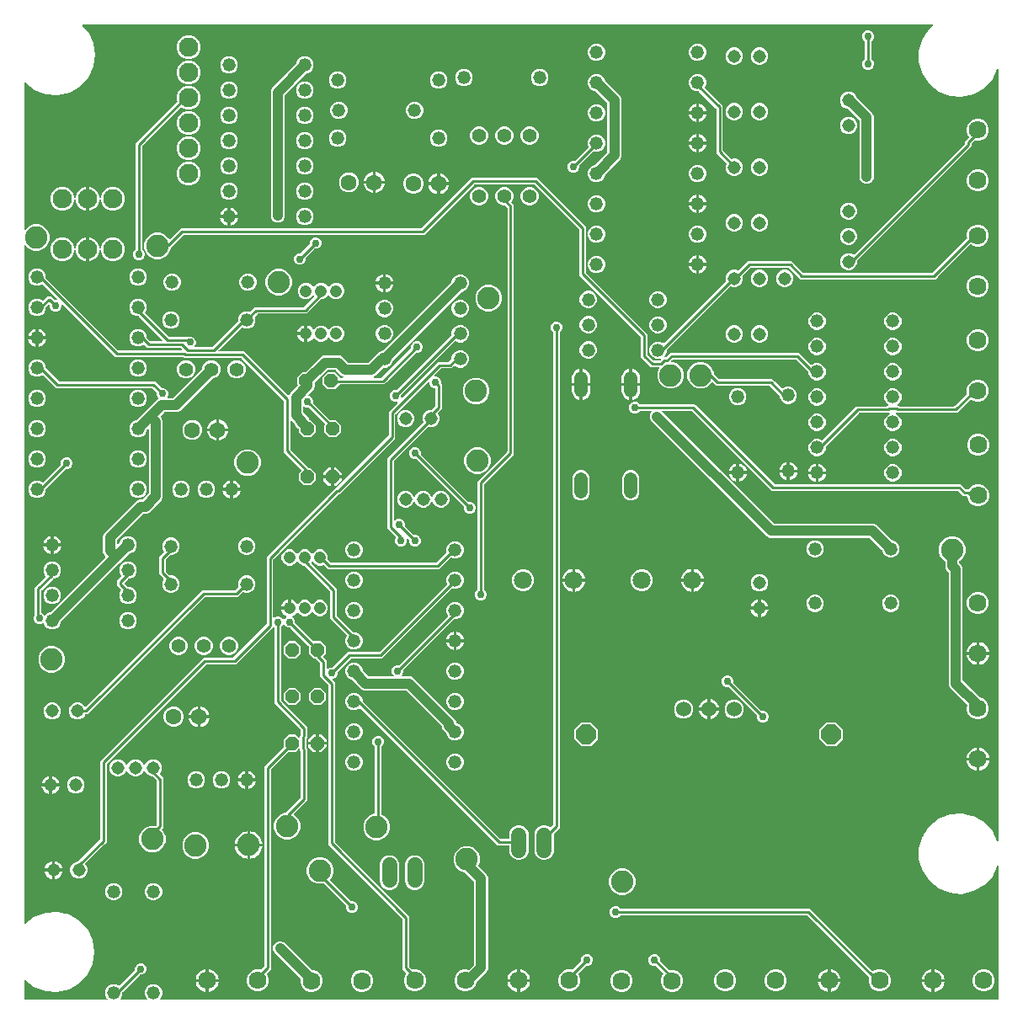
<source format=gbr>
G04 EAGLE Gerber X2 export*
%TF.Part,Single*%
%TF.FileFunction,Copper,L2,Bot,Mixed*%
%TF.FilePolarity,Positive*%
%TF.GenerationSoftware,Autodesk,EAGLE,9.1.2*%
%TF.CreationDate,2019-04-25T09:22:07Z*%
G75*
%MOMM*%
%FSLAX34Y34*%
%LPD*%
%AMOC8*
5,1,8,0,0,1.08239X$1,22.5*%
G01*
%ADD10C,1.308000*%
%ADD11C,1.600200*%
%ADD12P,1.429621X8X22.500000*%
%ADD13C,1.320800*%
%ADD14C,1.208000*%
%ADD15C,1.408000*%
%ADD16C,1.930400*%
%ADD17C,1.790700*%
%ADD18C,1.800000*%
%ADD19C,1.524000*%
%ADD20P,2.110661X8X202.500000*%
%ADD21C,2.250000*%
%ADD22C,1.320800*%
%ADD23C,1.524000*%
%ADD24C,1.016000*%
%ADD25C,0.756400*%
%ADD26C,0.254000*%

G36*
X92993Y-177788D02*
X92993Y-177788D01*
X93064Y-177786D01*
X93113Y-177768D01*
X93165Y-177760D01*
X93228Y-177726D01*
X93295Y-177701D01*
X93336Y-177669D01*
X93382Y-177644D01*
X93431Y-177592D01*
X93487Y-177548D01*
X93515Y-177504D01*
X93551Y-177466D01*
X93582Y-177401D01*
X93620Y-177341D01*
X93633Y-177290D01*
X93655Y-177243D01*
X93663Y-177172D01*
X93680Y-177102D01*
X93676Y-177050D01*
X93682Y-176999D01*
X93667Y-176928D01*
X93661Y-176857D01*
X93641Y-176809D01*
X93630Y-176758D01*
X93593Y-176697D01*
X93565Y-176631D01*
X93520Y-176575D01*
X93504Y-176547D01*
X93486Y-176532D01*
X93460Y-176500D01*
X92663Y-175703D01*
X91345Y-172522D01*
X91345Y-169078D01*
X92663Y-165897D01*
X95097Y-163463D01*
X98278Y-162145D01*
X101722Y-162145D01*
X104903Y-163463D01*
X104960Y-163520D01*
X104976Y-163532D01*
X104988Y-163547D01*
X105075Y-163603D01*
X105159Y-163664D01*
X105178Y-163669D01*
X105195Y-163680D01*
X105296Y-163706D01*
X105394Y-163736D01*
X105414Y-163735D01*
X105434Y-163740D01*
X105537Y-163732D01*
X105640Y-163730D01*
X105659Y-163723D01*
X105679Y-163721D01*
X105774Y-163681D01*
X105871Y-163645D01*
X105887Y-163633D01*
X105905Y-163625D01*
X106036Y-163520D01*
X121317Y-148239D01*
X121370Y-148166D01*
X121429Y-148096D01*
X121442Y-148066D01*
X121460Y-148040D01*
X121487Y-147953D01*
X121521Y-147868D01*
X121526Y-147827D01*
X121533Y-147805D01*
X121532Y-147772D01*
X121540Y-147701D01*
X121540Y-145720D01*
X122428Y-143576D01*
X124068Y-141935D01*
X126212Y-141047D01*
X128533Y-141047D01*
X130677Y-141935D01*
X132317Y-143576D01*
X133205Y-145720D01*
X133205Y-148040D01*
X132317Y-150184D01*
X130677Y-151825D01*
X128533Y-152713D01*
X126551Y-152713D01*
X126461Y-152727D01*
X126370Y-152735D01*
X126341Y-152747D01*
X126309Y-152752D01*
X126228Y-152795D01*
X126144Y-152831D01*
X126112Y-152857D01*
X126091Y-152868D01*
X126069Y-152891D01*
X126013Y-152936D01*
X108878Y-170071D01*
X108825Y-170145D01*
X108765Y-170214D01*
X108753Y-170245D01*
X108734Y-170271D01*
X108707Y-170358D01*
X108673Y-170443D01*
X108669Y-170484D01*
X108662Y-170506D01*
X108663Y-170538D01*
X108655Y-170609D01*
X108655Y-172522D01*
X107337Y-175703D01*
X106540Y-176500D01*
X106498Y-176558D01*
X106449Y-176610D01*
X106427Y-176657D01*
X106396Y-176699D01*
X106375Y-176768D01*
X106345Y-176833D01*
X106339Y-176885D01*
X106324Y-176935D01*
X106326Y-177006D01*
X106318Y-177077D01*
X106329Y-177128D01*
X106330Y-177180D01*
X106355Y-177248D01*
X106370Y-177318D01*
X106397Y-177363D01*
X106415Y-177411D01*
X106460Y-177467D01*
X106496Y-177529D01*
X106536Y-177563D01*
X106569Y-177603D01*
X106629Y-177642D01*
X106683Y-177689D01*
X106732Y-177708D01*
X106775Y-177736D01*
X106845Y-177754D01*
X106911Y-177781D01*
X106983Y-177789D01*
X107014Y-177797D01*
X107037Y-177795D01*
X107078Y-177799D01*
X132922Y-177799D01*
X132993Y-177788D01*
X133064Y-177786D01*
X133113Y-177768D01*
X133165Y-177760D01*
X133228Y-177726D01*
X133295Y-177701D01*
X133336Y-177669D01*
X133382Y-177644D01*
X133431Y-177592D01*
X133487Y-177548D01*
X133515Y-177504D01*
X133551Y-177466D01*
X133582Y-177401D01*
X133620Y-177341D01*
X133633Y-177290D01*
X133655Y-177243D01*
X133663Y-177172D01*
X133680Y-177102D01*
X133676Y-177050D01*
X133682Y-176999D01*
X133667Y-176928D01*
X133661Y-176857D01*
X133641Y-176809D01*
X133630Y-176758D01*
X133593Y-176697D01*
X133565Y-176631D01*
X133520Y-176575D01*
X133504Y-176547D01*
X133486Y-176532D01*
X133460Y-176500D01*
X132663Y-175703D01*
X131345Y-172522D01*
X131345Y-169078D01*
X132663Y-165897D01*
X135097Y-163463D01*
X138278Y-162145D01*
X141722Y-162145D01*
X144903Y-163463D01*
X147337Y-165897D01*
X148655Y-169078D01*
X148655Y-172522D01*
X147337Y-175703D01*
X146540Y-176500D01*
X146498Y-176558D01*
X146449Y-176610D01*
X146427Y-176657D01*
X146396Y-176699D01*
X146375Y-176768D01*
X146345Y-176833D01*
X146339Y-176885D01*
X146324Y-176935D01*
X146326Y-177006D01*
X146318Y-177077D01*
X146329Y-177128D01*
X146330Y-177180D01*
X146355Y-177248D01*
X146370Y-177318D01*
X146397Y-177363D01*
X146415Y-177411D01*
X146460Y-177467D01*
X146496Y-177529D01*
X146536Y-177563D01*
X146569Y-177603D01*
X146629Y-177642D01*
X146683Y-177689D01*
X146732Y-177708D01*
X146775Y-177736D01*
X146845Y-177754D01*
X146911Y-177781D01*
X146983Y-177789D01*
X147014Y-177797D01*
X147037Y-177795D01*
X147078Y-177799D01*
X989078Y-177799D01*
X989098Y-177796D01*
X989117Y-177798D01*
X989219Y-177776D01*
X989321Y-177760D01*
X989338Y-177750D01*
X989358Y-177746D01*
X989447Y-177693D01*
X989538Y-177644D01*
X989552Y-177630D01*
X989569Y-177620D01*
X989636Y-177541D01*
X989708Y-177466D01*
X989716Y-177448D01*
X989729Y-177433D01*
X989768Y-177337D01*
X989811Y-177243D01*
X989813Y-177223D01*
X989821Y-177205D01*
X989839Y-177038D01*
X989839Y-44052D01*
X989827Y-43977D01*
X989824Y-43900D01*
X989807Y-43856D01*
X989800Y-43809D01*
X989764Y-43742D01*
X989737Y-43670D01*
X989707Y-43634D01*
X989684Y-43592D01*
X989629Y-43539D01*
X989581Y-43480D01*
X989541Y-43455D01*
X989506Y-43422D01*
X989437Y-43390D01*
X989372Y-43350D01*
X989326Y-43339D01*
X989283Y-43319D01*
X989207Y-43310D01*
X989133Y-43293D01*
X989086Y-43297D01*
X989039Y-43292D01*
X988964Y-43308D01*
X988888Y-43315D01*
X988845Y-43334D01*
X988798Y-43344D01*
X988733Y-43383D01*
X988663Y-43414D01*
X988628Y-43446D01*
X988587Y-43470D01*
X988538Y-43528D01*
X988481Y-43579D01*
X988447Y-43633D01*
X988427Y-43657D01*
X988417Y-43681D01*
X988392Y-43722D01*
X983492Y-53897D01*
X975254Y-62776D01*
X964765Y-68832D01*
X952956Y-71527D01*
X940878Y-70622D01*
X929604Y-66197D01*
X920134Y-58645D01*
X913312Y-48638D01*
X909742Y-37064D01*
X909742Y-24952D01*
X913312Y-13379D01*
X914064Y-12275D01*
X915621Y-9991D01*
X916659Y-8469D01*
X916659Y-8468D01*
X917697Y-6946D01*
X918216Y-6185D01*
X919254Y-4662D01*
X920135Y-3371D01*
X929604Y4180D01*
X940878Y8605D01*
X952956Y9510D01*
X953059Y9487D01*
X953060Y9487D01*
X956395Y8725D01*
X959730Y7964D01*
X963065Y7203D01*
X964765Y6815D01*
X975254Y759D01*
X983492Y-8119D01*
X988392Y-18295D01*
X988436Y-18358D01*
X988472Y-18425D01*
X988506Y-18458D01*
X988533Y-18496D01*
X988595Y-18542D01*
X988650Y-18594D01*
X988693Y-18614D01*
X988731Y-18642D01*
X988804Y-18666D01*
X988873Y-18698D01*
X988920Y-18703D01*
X988965Y-18718D01*
X989042Y-18717D01*
X989117Y-18725D01*
X989164Y-18715D01*
X989211Y-18714D01*
X989283Y-18689D01*
X989358Y-18673D01*
X989399Y-18648D01*
X989443Y-18633D01*
X989504Y-18586D01*
X989569Y-18547D01*
X989600Y-18510D01*
X989637Y-18481D01*
X989679Y-18418D01*
X989729Y-18360D01*
X989747Y-18315D01*
X989773Y-18276D01*
X989792Y-18202D01*
X989821Y-18131D01*
X989828Y-18068D01*
X989836Y-18038D01*
X989834Y-18012D01*
X989839Y-17965D01*
X989839Y757466D01*
X989827Y757542D01*
X989824Y757618D01*
X989807Y757662D01*
X989800Y757709D01*
X989764Y757777D01*
X989737Y757848D01*
X989707Y757885D01*
X989684Y757927D01*
X989629Y757979D01*
X989581Y758038D01*
X989541Y758063D01*
X989506Y758096D01*
X989437Y758128D01*
X989372Y758169D01*
X989326Y758180D01*
X989283Y758200D01*
X989207Y758208D01*
X989133Y758226D01*
X989086Y758221D01*
X989039Y758227D01*
X988964Y758211D01*
X988888Y758204D01*
X988845Y758185D01*
X988798Y758174D01*
X988733Y758135D01*
X988663Y758105D01*
X988628Y758073D01*
X988587Y758048D01*
X988538Y757990D01*
X988481Y757939D01*
X988447Y757885D01*
X988427Y757861D01*
X988417Y757837D01*
X988392Y757797D01*
X983492Y747621D01*
X975254Y738743D01*
X964765Y732687D01*
X952956Y729991D01*
X940878Y730897D01*
X929604Y735322D01*
X920135Y742873D01*
X913312Y752880D01*
X909742Y764454D01*
X909742Y776566D01*
X913312Y788140D01*
X913598Y788560D01*
X913599Y788560D01*
X915155Y790844D01*
X915156Y790844D01*
X916193Y792366D01*
X916194Y792366D01*
X916194Y792367D01*
X917231Y793889D01*
X917232Y793889D01*
X918789Y796173D01*
X919827Y797695D01*
X920135Y798147D01*
X923942Y801183D01*
X924018Y801267D01*
X924096Y801350D01*
X924100Y801358D01*
X924107Y801365D01*
X924152Y801470D01*
X924200Y801573D01*
X924201Y801582D01*
X924205Y801591D01*
X924215Y801705D01*
X924227Y801817D01*
X924225Y801827D01*
X924226Y801836D01*
X924199Y801947D01*
X924175Y802058D01*
X924170Y802066D01*
X924168Y802075D01*
X924107Y802171D01*
X924049Y802269D01*
X924042Y802275D01*
X924037Y802283D01*
X923949Y802355D01*
X923862Y802429D01*
X923853Y802432D01*
X923846Y802438D01*
X923740Y802478D01*
X923634Y802521D01*
X923622Y802522D01*
X923616Y802525D01*
X923592Y802525D01*
X923467Y802539D01*
X69018Y802539D01*
X68961Y802530D01*
X68904Y802531D01*
X68841Y802510D01*
X68775Y802500D01*
X68725Y802473D01*
X68670Y802455D01*
X68617Y802415D01*
X68558Y802384D01*
X68518Y802343D01*
X68472Y802308D01*
X68434Y802254D01*
X68389Y802206D01*
X68364Y802154D01*
X68331Y802107D01*
X68313Y802043D01*
X68285Y801983D01*
X68279Y801926D01*
X68263Y801871D01*
X68265Y801804D01*
X68258Y801739D01*
X68270Y801682D01*
X68272Y801625D01*
X68296Y801563D01*
X68310Y801498D01*
X68340Y801449D01*
X68360Y801395D01*
X68420Y801314D01*
X68436Y801287D01*
X68447Y801278D01*
X68460Y801260D01*
X74372Y794889D01*
X79627Y783977D01*
X81432Y772000D01*
X79627Y760024D01*
X74372Y749111D01*
X66134Y740232D01*
X55645Y734177D01*
X43836Y731481D01*
X31758Y732387D01*
X20484Y736812D01*
X11397Y744058D01*
X11371Y744073D01*
X11350Y744093D01*
X11264Y744133D01*
X11182Y744179D01*
X11153Y744184D01*
X11127Y744196D01*
X11033Y744207D01*
X10940Y744224D01*
X10911Y744220D01*
X10883Y744224D01*
X10790Y744203D01*
X10697Y744190D01*
X10671Y744177D01*
X10642Y744171D01*
X10561Y744123D01*
X10477Y744081D01*
X10456Y744060D01*
X10431Y744045D01*
X10370Y743973D01*
X10303Y743906D01*
X10290Y743880D01*
X10271Y743858D01*
X10236Y743770D01*
X10194Y743686D01*
X10190Y743657D01*
X10179Y743630D01*
X10161Y743463D01*
X10161Y597039D01*
X10172Y596968D01*
X10174Y596896D01*
X10192Y596847D01*
X10200Y596796D01*
X10234Y596733D01*
X10259Y596665D01*
X10291Y596625D01*
X10316Y596578D01*
X10368Y596529D01*
X10412Y596473D01*
X10456Y596445D01*
X10494Y596409D01*
X10559Y596379D01*
X10619Y596340D01*
X10670Y596327D01*
X10717Y596305D01*
X10788Y596298D01*
X10858Y596280D01*
X10910Y596284D01*
X10961Y596278D01*
X11032Y596294D01*
X11103Y596299D01*
X11151Y596320D01*
X11202Y596331D01*
X11263Y596367D01*
X11329Y596396D01*
X11385Y596440D01*
X11413Y596457D01*
X11428Y596475D01*
X11460Y596500D01*
X14686Y599726D01*
X19574Y601751D01*
X24866Y601751D01*
X29754Y599726D01*
X33496Y595984D01*
X35521Y591096D01*
X35521Y585804D01*
X33496Y580916D01*
X29754Y577174D01*
X24866Y575149D01*
X19574Y575149D01*
X14686Y577174D01*
X11460Y580400D01*
X11402Y580442D01*
X11350Y580491D01*
X11303Y580513D01*
X11261Y580543D01*
X11192Y580564D01*
X11127Y580595D01*
X11075Y580600D01*
X11025Y580616D01*
X10954Y580614D01*
X10883Y580622D01*
X10832Y580611D01*
X10780Y580609D01*
X10712Y580585D01*
X10642Y580569D01*
X10597Y580543D01*
X10549Y580525D01*
X10493Y580480D01*
X10431Y580443D01*
X10397Y580404D01*
X10357Y580371D01*
X10318Y580311D01*
X10271Y580256D01*
X10252Y580208D01*
X10224Y580164D01*
X10206Y580095D01*
X10179Y580028D01*
X10171Y579957D01*
X10163Y579926D01*
X10165Y579902D01*
X10161Y579861D01*
X10161Y-100811D01*
X10165Y-100840D01*
X10163Y-100869D01*
X10185Y-100961D01*
X10200Y-101054D01*
X10214Y-101079D01*
X10221Y-101108D01*
X10271Y-101188D01*
X10316Y-101271D01*
X10337Y-101291D01*
X10352Y-101316D01*
X10425Y-101375D01*
X10494Y-101440D01*
X10520Y-101453D01*
X10543Y-101471D01*
X10631Y-101504D01*
X10717Y-101544D01*
X10746Y-101547D01*
X10773Y-101557D01*
X10868Y-101561D01*
X10961Y-101571D01*
X10990Y-101565D01*
X11019Y-101566D01*
X11109Y-101539D01*
X11202Y-101519D01*
X11227Y-101504D01*
X11255Y-101496D01*
X11397Y-101406D01*
X19854Y-94662D01*
X31128Y-90237D01*
X43206Y-89331D01*
X43839Y-89476D01*
X47174Y-90237D01*
X50509Y-90998D01*
X53844Y-91760D01*
X53845Y-91760D01*
X55015Y-92027D01*
X65504Y-98083D01*
X73742Y-106961D01*
X78997Y-117873D01*
X80802Y-129850D01*
X78997Y-141827D01*
X73742Y-152739D01*
X65504Y-161617D01*
X55015Y-167673D01*
X43206Y-170369D01*
X31128Y-169463D01*
X19854Y-165038D01*
X11397Y-158294D01*
X11371Y-158280D01*
X11350Y-158260D01*
X11264Y-158220D01*
X11182Y-158174D01*
X11153Y-158168D01*
X11127Y-158156D01*
X11033Y-158146D01*
X10940Y-158128D01*
X10911Y-158132D01*
X10883Y-158129D01*
X10790Y-158149D01*
X10697Y-158162D01*
X10671Y-158175D01*
X10642Y-158181D01*
X10561Y-158230D01*
X10477Y-158272D01*
X10456Y-158292D01*
X10431Y-158307D01*
X10370Y-158379D01*
X10303Y-158446D01*
X10290Y-158472D01*
X10271Y-158494D01*
X10236Y-158582D01*
X10194Y-158667D01*
X10190Y-158695D01*
X10179Y-158722D01*
X10161Y-158889D01*
X10161Y-177038D01*
X10164Y-177058D01*
X10162Y-177077D01*
X10184Y-177179D01*
X10200Y-177281D01*
X10210Y-177298D01*
X10214Y-177318D01*
X10267Y-177407D01*
X10316Y-177498D01*
X10330Y-177512D01*
X10340Y-177529D01*
X10419Y-177596D01*
X10494Y-177668D01*
X10512Y-177676D01*
X10527Y-177689D01*
X10623Y-177728D01*
X10717Y-177771D01*
X10737Y-177773D01*
X10755Y-177781D01*
X10922Y-177799D01*
X92922Y-177799D01*
X92993Y-177788D01*
G37*
%LPC*%
G36*
X242622Y-169676D02*
X242622Y-169676D01*
X238578Y-168001D01*
X235482Y-164905D01*
X233807Y-160861D01*
X233807Y-156483D01*
X235482Y-152439D01*
X238578Y-149343D01*
X242622Y-147668D01*
X247000Y-147668D01*
X247317Y-147799D01*
X247431Y-147826D01*
X247545Y-147854D01*
X247551Y-147854D01*
X247557Y-147855D01*
X247674Y-147844D01*
X247790Y-147835D01*
X247795Y-147833D01*
X247802Y-147832D01*
X247909Y-147785D01*
X248016Y-147739D01*
X248022Y-147734D01*
X248027Y-147732D01*
X248040Y-147720D01*
X248147Y-147634D01*
X251201Y-144580D01*
X251254Y-144506D01*
X251314Y-144437D01*
X251326Y-144406D01*
X251345Y-144380D01*
X251372Y-144293D01*
X251406Y-144208D01*
X251410Y-144167D01*
X251417Y-144145D01*
X251416Y-144113D01*
X251424Y-144042D01*
X251424Y56456D01*
X253592Y58624D01*
X270531Y75563D01*
X270543Y75579D01*
X270559Y75592D01*
X270615Y75679D01*
X270675Y75762D01*
X270681Y75782D01*
X270692Y75799D01*
X270717Y75899D01*
X270747Y75997D01*
X270747Y76018D01*
X270752Y76038D01*
X270745Y76118D01*
X270745Y83595D01*
X275815Y88665D01*
X282985Y88665D01*
X285697Y85952D01*
X285755Y85911D01*
X285807Y85861D01*
X285855Y85839D01*
X285897Y85809D01*
X285965Y85788D01*
X286031Y85758D01*
X286082Y85752D01*
X286132Y85736D01*
X286204Y85738D01*
X286275Y85730D01*
X286326Y85742D01*
X286378Y85743D01*
X286445Y85767D01*
X286515Y85783D01*
X286560Y85809D01*
X286609Y85827D01*
X286665Y85872D01*
X286726Y85909D01*
X286760Y85948D01*
X286801Y85981D01*
X286840Y86041D01*
X286886Y86096D01*
X286906Y86144D01*
X286934Y86188D01*
X286951Y86257D01*
X286978Y86324D01*
X286986Y86395D01*
X286994Y86426D01*
X286992Y86450D01*
X286997Y86491D01*
X286997Y87438D01*
X287921Y88363D01*
X287974Y88437D01*
X288034Y88506D01*
X288046Y88536D01*
X288065Y88562D01*
X288092Y88649D01*
X288126Y88734D01*
X288130Y88775D01*
X288137Y88797D01*
X288136Y88830D01*
X288144Y88901D01*
X288144Y93552D01*
X288130Y93642D01*
X288122Y93733D01*
X288110Y93762D01*
X288105Y93794D01*
X288062Y93875D01*
X288026Y93959D01*
X288000Y93991D01*
X287989Y94012D01*
X287966Y94034D01*
X287921Y94090D01*
X261752Y120259D01*
X261752Y196695D01*
X261740Y196766D01*
X261738Y196838D01*
X261720Y196887D01*
X261712Y196938D01*
X261678Y197001D01*
X261654Y197069D01*
X261621Y197109D01*
X261597Y197155D01*
X261545Y197205D01*
X261500Y197261D01*
X261456Y197289D01*
X261419Y197325D01*
X261354Y197355D01*
X261293Y197394D01*
X261243Y197406D01*
X261196Y197428D01*
X261124Y197436D01*
X261055Y197454D01*
X261003Y197450D01*
X260951Y197455D01*
X260881Y197440D01*
X260810Y197435D01*
X260762Y197414D01*
X260711Y197403D01*
X260649Y197366D01*
X260583Y197338D01*
X260527Y197294D01*
X260500Y197277D01*
X260484Y197259D01*
X260452Y197234D01*
X258193Y194974D01*
X222843Y159624D01*
X193323Y159624D01*
X193233Y159610D01*
X193142Y159602D01*
X193113Y159590D01*
X193081Y159585D01*
X193000Y159542D01*
X192916Y159506D01*
X192884Y159480D01*
X192863Y159469D01*
X192841Y159446D01*
X192785Y159401D01*
X93049Y59665D01*
X92996Y59591D01*
X92936Y59522D01*
X92924Y59491D01*
X92905Y59465D01*
X92878Y59378D01*
X92844Y59293D01*
X92840Y59252D01*
X92833Y59230D01*
X92834Y59198D01*
X92826Y59127D01*
X92826Y-19736D01*
X90658Y-21904D01*
X71572Y-40989D01*
X71560Y-41005D01*
X71545Y-41018D01*
X71489Y-41105D01*
X71428Y-41189D01*
X71423Y-41208D01*
X71412Y-41225D01*
X71386Y-41325D01*
X71356Y-41424D01*
X71357Y-41444D01*
X71352Y-41463D01*
X71359Y-41562D01*
X71358Y-41575D01*
X71360Y-41586D01*
X71362Y-41670D01*
X71369Y-41689D01*
X71371Y-41709D01*
X71404Y-41786D01*
X71410Y-41815D01*
X71424Y-41838D01*
X71447Y-41901D01*
X71459Y-41917D01*
X71467Y-41935D01*
X71524Y-42007D01*
X71536Y-42026D01*
X71549Y-42037D01*
X71572Y-42066D01*
X72182Y-42676D01*
X73490Y-45834D01*
X73490Y-49251D01*
X72182Y-52409D01*
X69766Y-54826D01*
X66608Y-56133D01*
X63191Y-56133D01*
X60033Y-54826D01*
X57617Y-52409D01*
X56309Y-49251D01*
X56309Y-45834D01*
X57617Y-42676D01*
X60033Y-40260D01*
X63191Y-38952D01*
X63902Y-38952D01*
X63992Y-38937D01*
X64083Y-38930D01*
X64112Y-38917D01*
X64144Y-38912D01*
X64225Y-38869D01*
X64309Y-38834D01*
X64341Y-38808D01*
X64362Y-38797D01*
X64384Y-38774D01*
X64440Y-38729D01*
X85961Y-17207D01*
X86014Y-17134D01*
X86074Y-17064D01*
X86086Y-17034D01*
X86105Y-17008D01*
X86132Y-16921D01*
X86166Y-16836D01*
X86170Y-16795D01*
X86177Y-16773D01*
X86176Y-16740D01*
X86184Y-16669D01*
X86184Y62193D01*
X190257Y166266D01*
X219777Y166266D01*
X219867Y166280D01*
X219958Y166288D01*
X219987Y166300D01*
X220019Y166305D01*
X220100Y166348D01*
X220184Y166384D01*
X220216Y166410D01*
X220237Y166421D01*
X220255Y166440D01*
X220257Y166441D01*
X220263Y166447D01*
X220315Y166489D01*
X253496Y199670D01*
X253549Y199744D01*
X253609Y199813D01*
X253621Y199844D01*
X253640Y199870D01*
X253667Y199957D01*
X253701Y200042D01*
X253705Y200083D01*
X253712Y200105D01*
X253711Y200137D01*
X253719Y200208D01*
X253719Y267596D01*
X323367Y337243D01*
X324199Y337243D01*
X324289Y337258D01*
X324380Y337265D01*
X324410Y337278D01*
X324442Y337283D01*
X324523Y337326D01*
X324606Y337361D01*
X324639Y337387D01*
X324659Y337398D01*
X324681Y337421D01*
X324737Y337466D01*
X376279Y389008D01*
X376332Y389081D01*
X376391Y389151D01*
X376404Y389181D01*
X376422Y389207D01*
X376449Y389294D01*
X376483Y389379D01*
X376488Y389420D01*
X376495Y389442D01*
X376494Y389475D01*
X376502Y389546D01*
X376502Y413328D01*
X385271Y422098D01*
X385328Y422177D01*
X385390Y422252D01*
X385400Y422276D01*
X385415Y422297D01*
X385443Y422390D01*
X385478Y422481D01*
X385480Y422507D01*
X385487Y422532D01*
X385485Y422630D01*
X385489Y422727D01*
X385482Y422752D01*
X385481Y422778D01*
X385447Y422870D01*
X385420Y422963D01*
X385405Y422985D01*
X385396Y423009D01*
X385335Y423085D01*
X385280Y423165D01*
X385259Y423181D01*
X385243Y423201D01*
X385161Y423254D01*
X385083Y423312D01*
X385058Y423320D01*
X385036Y423334D01*
X384941Y423358D01*
X384849Y423388D01*
X384823Y423388D01*
X384797Y423394D01*
X384700Y423387D01*
X384603Y423386D01*
X384571Y423377D01*
X384552Y423375D01*
X384522Y423362D01*
X384442Y423339D01*
X384425Y423332D01*
X382105Y423332D01*
X379961Y424220D01*
X378320Y425861D01*
X377432Y428005D01*
X377432Y430325D01*
X378320Y432469D01*
X379961Y434110D01*
X382105Y434998D01*
X384086Y434998D01*
X384176Y435012D01*
X384267Y435020D01*
X384297Y435032D01*
X384329Y435037D01*
X384410Y435080D01*
X384493Y435116D01*
X384526Y435142D01*
X384546Y435153D01*
X384555Y435161D01*
X384556Y435162D01*
X384571Y435178D01*
X384624Y435221D01*
X439642Y490239D01*
X439695Y490312D01*
X439755Y490382D01*
X439767Y490412D01*
X439786Y490438D01*
X439813Y490525D01*
X439847Y490610D01*
X439851Y490651D01*
X439858Y490673D01*
X439857Y490706D01*
X439865Y490777D01*
X439865Y493431D01*
X441183Y496613D01*
X443617Y499047D01*
X446798Y500365D01*
X450242Y500365D01*
X453423Y499047D01*
X455857Y496613D01*
X457175Y493431D01*
X457175Y489988D01*
X455857Y486807D01*
X453423Y484373D01*
X450242Y483055D01*
X446798Y483055D01*
X443770Y484310D01*
X443657Y484336D01*
X443543Y484365D01*
X443537Y484364D01*
X443531Y484366D01*
X443414Y484355D01*
X443298Y484346D01*
X443292Y484343D01*
X443286Y484343D01*
X443178Y484295D01*
X443072Y484249D01*
X443066Y484245D01*
X443061Y484243D01*
X443048Y484230D01*
X442941Y484145D01*
X389321Y430524D01*
X389268Y430451D01*
X389208Y430381D01*
X389196Y430351D01*
X389177Y430325D01*
X389150Y430238D01*
X389116Y430153D01*
X389112Y430112D01*
X389105Y430090D01*
X389106Y430057D01*
X389098Y429986D01*
X389098Y428005D01*
X389091Y427988D01*
X389069Y427894D01*
X389040Y427800D01*
X389041Y427774D01*
X389035Y427749D01*
X389044Y427652D01*
X389046Y427555D01*
X389055Y427530D01*
X389058Y427504D01*
X389097Y427415D01*
X389131Y427324D01*
X389147Y427303D01*
X389158Y427279D01*
X389224Y427208D01*
X389285Y427132D01*
X389307Y427117D01*
X389324Y427098D01*
X389409Y427051D01*
X389491Y426999D01*
X389517Y426992D01*
X389540Y426980D01*
X389635Y426962D01*
X389730Y426938D01*
X389756Y426940D01*
X389782Y426936D01*
X389878Y426950D01*
X389975Y426958D01*
X389999Y426968D01*
X390025Y426972D01*
X390112Y427016D01*
X390202Y427054D01*
X390227Y427074D01*
X390244Y427083D01*
X390268Y427107D01*
X390332Y427159D01*
X424474Y461300D01*
X426642Y463468D01*
X436654Y463468D01*
X436744Y463483D01*
X436835Y463490D01*
X436865Y463503D01*
X436897Y463508D01*
X436978Y463551D01*
X437061Y463586D01*
X437094Y463612D01*
X437114Y463623D01*
X437136Y463646D01*
X437192Y463691D01*
X439642Y466141D01*
X439695Y466215D01*
X439755Y466284D01*
X439767Y466315D01*
X439786Y466341D01*
X439813Y466428D01*
X439847Y466513D01*
X439851Y466554D01*
X439858Y466576D01*
X439857Y466608D01*
X439865Y466679D01*
X439865Y468032D01*
X441183Y471213D01*
X443617Y473647D01*
X446798Y474965D01*
X450242Y474965D01*
X453423Y473647D01*
X455857Y471213D01*
X457175Y468032D01*
X457175Y464588D01*
X455857Y461407D01*
X453423Y458973D01*
X450242Y457655D01*
X446798Y457655D01*
X443618Y458973D01*
X443280Y459310D01*
X443264Y459322D01*
X443252Y459337D01*
X443165Y459393D01*
X443081Y459454D01*
X443062Y459459D01*
X443045Y459470D01*
X442944Y459496D01*
X442846Y459526D01*
X442826Y459525D01*
X442806Y459530D01*
X442703Y459522D01*
X442600Y459520D01*
X442581Y459513D01*
X442561Y459511D01*
X442466Y459471D01*
X442369Y459435D01*
X442353Y459423D01*
X442335Y459415D01*
X442204Y459310D01*
X439721Y456827D01*
X429708Y456827D01*
X429618Y456812D01*
X429527Y456805D01*
X429498Y456792D01*
X429466Y456787D01*
X429385Y456744D01*
X429301Y456709D01*
X429269Y456683D01*
X429248Y456672D01*
X429226Y456649D01*
X429170Y456604D01*
X422633Y450067D01*
X422592Y450009D01*
X422542Y449957D01*
X422520Y449910D01*
X422490Y449868D01*
X422469Y449799D01*
X422439Y449734D01*
X422433Y449682D01*
X422418Y449632D01*
X422419Y449561D01*
X422412Y449490D01*
X422423Y449439D01*
X422424Y449387D01*
X422449Y449319D01*
X422464Y449249D01*
X422491Y449204D01*
X422508Y449156D01*
X422553Y449100D01*
X422590Y449038D01*
X422630Y449004D01*
X422662Y448964D01*
X422722Y448925D01*
X422777Y448878D01*
X422825Y448859D01*
X422869Y448831D01*
X422938Y448813D01*
X423005Y448786D01*
X423076Y448778D01*
X423108Y448770D01*
X423131Y448772D01*
X423172Y448768D01*
X424588Y448768D01*
X426732Y447880D01*
X428372Y446239D01*
X429260Y444095D01*
X429260Y442114D01*
X429275Y442024D01*
X429282Y441933D01*
X429295Y441903D01*
X429300Y441871D01*
X429343Y441790D01*
X429378Y441707D01*
X429404Y441674D01*
X429415Y441654D01*
X429438Y441632D01*
X429483Y441576D01*
X430191Y440868D01*
X430191Y416314D01*
X428023Y414146D01*
X426221Y412345D01*
X426209Y412328D01*
X426194Y412316D01*
X426138Y412229D01*
X426077Y412145D01*
X426072Y412126D01*
X426061Y412109D01*
X426036Y412009D01*
X426005Y411910D01*
X426006Y411890D01*
X426001Y411871D01*
X426009Y411768D01*
X426011Y411664D01*
X426018Y411645D01*
X426020Y411625D01*
X426060Y411530D01*
X426096Y411433D01*
X426108Y411417D01*
X426116Y411399D01*
X426221Y411268D01*
X426223Y411266D01*
X427531Y408109D01*
X427531Y404691D01*
X426223Y401534D01*
X423806Y399117D01*
X420649Y397809D01*
X417231Y397809D01*
X417025Y397895D01*
X416912Y397921D01*
X416798Y397950D01*
X416792Y397949D01*
X416786Y397951D01*
X416669Y397940D01*
X416553Y397931D01*
X416547Y397928D01*
X416541Y397928D01*
X416433Y397880D01*
X416327Y397834D01*
X416321Y397830D01*
X416316Y397828D01*
X416302Y397815D01*
X416196Y397730D01*
X382219Y363752D01*
X382166Y363679D01*
X382106Y363609D01*
X382094Y363579D01*
X382075Y363553D01*
X382048Y363466D01*
X382014Y363381D01*
X382010Y363340D01*
X382003Y363318D01*
X382004Y363285D01*
X381996Y363214D01*
X381996Y304872D01*
X382007Y304802D01*
X382009Y304730D01*
X382027Y304681D01*
X382035Y304630D01*
X382069Y304566D01*
X382094Y304499D01*
X382126Y304458D01*
X382151Y304412D01*
X382202Y304363D01*
X382247Y304307D01*
X382291Y304279D01*
X382329Y304243D01*
X382394Y304213D01*
X382454Y304174D01*
X382505Y304161D01*
X382552Y304139D01*
X382623Y304131D01*
X382693Y304114D01*
X382745Y304118D01*
X382796Y304112D01*
X382867Y304127D01*
X382938Y304133D01*
X382986Y304153D01*
X383037Y304164D01*
X383098Y304201D01*
X383164Y304229D01*
X383220Y304274D01*
X383248Y304290D01*
X383263Y304308D01*
X383295Y304334D01*
X383404Y304442D01*
X385547Y305330D01*
X387868Y305330D01*
X390012Y304442D01*
X391652Y302802D01*
X392540Y300658D01*
X392540Y298676D01*
X392555Y298586D01*
X392562Y298495D01*
X392575Y298466D01*
X392580Y298434D01*
X392623Y298353D01*
X392658Y298269D01*
X392684Y298237D01*
X392695Y298216D01*
X392718Y298194D01*
X392763Y298138D01*
X401413Y289488D01*
X401487Y289435D01*
X401556Y289376D01*
X401587Y289363D01*
X401613Y289345D01*
X401700Y289318D01*
X401785Y289284D01*
X401826Y289279D01*
X401848Y289272D01*
X401880Y289273D01*
X401951Y289265D01*
X403933Y289265D01*
X406077Y288377D01*
X407717Y286737D01*
X408605Y284593D01*
X408605Y282272D01*
X407717Y280128D01*
X406077Y278488D01*
X403933Y277600D01*
X401612Y277600D01*
X399468Y278488D01*
X397828Y280128D01*
X396940Y282272D01*
X396940Y284254D01*
X396925Y284344D01*
X396918Y284435D01*
X396905Y284465D01*
X396900Y284496D01*
X396857Y284577D01*
X396822Y284661D01*
X396796Y284693D01*
X396785Y284714D01*
X396762Y284736D01*
X396736Y284768D01*
X396734Y284770D01*
X396733Y284772D01*
X396717Y284792D01*
X396070Y285439D01*
X395991Y285496D01*
X395916Y285558D01*
X395892Y285567D01*
X395870Y285582D01*
X395777Y285611D01*
X395686Y285646D01*
X395660Y285647D01*
X395635Y285655D01*
X395538Y285652D01*
X395441Y285656D01*
X395415Y285649D01*
X395389Y285648D01*
X395298Y285615D01*
X395204Y285588D01*
X395183Y285573D01*
X395158Y285564D01*
X395082Y285503D01*
X395002Y285447D01*
X394987Y285427D01*
X394966Y285410D01*
X394914Y285328D01*
X394855Y285250D01*
X394847Y285225D01*
X394833Y285203D01*
X394809Y285109D01*
X394779Y285016D01*
X394780Y284990D01*
X394773Y284965D01*
X394781Y284868D01*
X394782Y284770D01*
X394791Y284739D01*
X394792Y284720D01*
X394805Y284689D01*
X394828Y284609D01*
X394835Y284593D01*
X394835Y282272D01*
X393947Y280128D01*
X392307Y278488D01*
X390163Y277600D01*
X387842Y277600D01*
X385698Y278488D01*
X384058Y280128D01*
X383170Y282272D01*
X383170Y284593D01*
X383976Y286540D01*
X384003Y286654D01*
X384032Y286767D01*
X384031Y286774D01*
X384033Y286780D01*
X384022Y286896D01*
X384013Y287013D01*
X384010Y287018D01*
X384010Y287025D01*
X383962Y287132D01*
X383916Y287239D01*
X383912Y287245D01*
X383910Y287249D01*
X383897Y287263D01*
X383811Y287370D01*
X377522Y293659D01*
X375354Y295827D01*
X375354Y366281D01*
X410990Y401916D01*
X411058Y402011D01*
X411128Y402105D01*
X411130Y402111D01*
X411134Y402116D01*
X411168Y402227D01*
X411204Y402339D01*
X411204Y402345D01*
X411206Y402351D01*
X411203Y402468D01*
X411202Y402585D01*
X411200Y402592D01*
X411200Y402597D01*
X411193Y402614D01*
X411155Y402746D01*
X410349Y404691D01*
X410349Y408109D01*
X411657Y411266D01*
X414074Y413683D01*
X417231Y414991D01*
X419159Y414991D01*
X419249Y415005D01*
X419340Y415013D01*
X419370Y415025D01*
X419402Y415030D01*
X419483Y415073D01*
X419566Y415109D01*
X419599Y415135D01*
X419619Y415146D01*
X419641Y415169D01*
X419697Y415214D01*
X423326Y418843D01*
X423379Y418916D01*
X423439Y418986D01*
X423451Y419016D01*
X423470Y419042D01*
X423497Y419129D01*
X423531Y419214D01*
X423535Y419255D01*
X423542Y419277D01*
X423541Y419310D01*
X423549Y419381D01*
X423549Y436341D01*
X423546Y436361D01*
X423548Y436380D01*
X423526Y436482D01*
X423510Y436584D01*
X423500Y436601D01*
X423496Y436621D01*
X423443Y436710D01*
X423394Y436801D01*
X423380Y436815D01*
X423370Y436832D01*
X423291Y436899D01*
X423216Y436971D01*
X423198Y436979D01*
X423183Y436992D01*
X423087Y437031D01*
X422993Y437074D01*
X422973Y437076D01*
X422955Y437084D01*
X422788Y437102D01*
X422267Y437102D01*
X420123Y437990D01*
X418483Y439631D01*
X417595Y441775D01*
X417595Y443191D01*
X417583Y443261D01*
X417581Y443333D01*
X417563Y443382D01*
X417555Y443433D01*
X417521Y443497D01*
X417497Y443564D01*
X417464Y443605D01*
X417440Y443651D01*
X417388Y443700D01*
X417343Y443756D01*
X417299Y443784D01*
X417262Y443820D01*
X417197Y443850D01*
X417136Y443889D01*
X417086Y443902D01*
X417039Y443924D01*
X416967Y443932D01*
X416898Y443949D01*
X416846Y443945D01*
X416794Y443951D01*
X416724Y443936D01*
X416653Y443930D01*
X416605Y443910D01*
X416554Y443899D01*
X416492Y443862D01*
X416426Y443834D01*
X416370Y443789D01*
X416343Y443773D01*
X416327Y443755D01*
X416295Y443729D01*
X383366Y410800D01*
X383313Y410726D01*
X383254Y410657D01*
X383241Y410626D01*
X383223Y410600D01*
X383196Y410513D01*
X383162Y410428D01*
X383157Y410387D01*
X383150Y410365D01*
X383151Y410333D01*
X383143Y410262D01*
X383143Y386479D01*
X327266Y330602D01*
X326433Y330602D01*
X326343Y330587D01*
X326252Y330580D01*
X326223Y330567D01*
X326191Y330562D01*
X326110Y330519D01*
X326026Y330484D01*
X325994Y330458D01*
X325973Y330447D01*
X325951Y330424D01*
X325895Y330379D01*
X260584Y265067D01*
X260531Y264994D01*
X260471Y264924D01*
X260459Y264894D01*
X260440Y264868D01*
X260413Y264781D01*
X260379Y264696D01*
X260375Y264655D01*
X260368Y264633D01*
X260369Y264600D01*
X260361Y264529D01*
X260361Y207335D01*
X260372Y207264D01*
X260374Y207192D01*
X260392Y207143D01*
X260400Y207092D01*
X260434Y207029D01*
X260459Y206961D01*
X260491Y206921D01*
X260516Y206875D01*
X260567Y206825D01*
X260612Y206769D01*
X260656Y206741D01*
X260694Y206705D01*
X260759Y206675D01*
X260819Y206636D01*
X260870Y206624D01*
X260917Y206602D01*
X260988Y206594D01*
X261058Y206576D01*
X261110Y206580D01*
X261161Y206575D01*
X261232Y206590D01*
X261303Y206595D01*
X261351Y206616D01*
X261402Y206627D01*
X261463Y206664D01*
X261529Y206692D01*
X261585Y206736D01*
X261613Y206753D01*
X261628Y206771D01*
X261660Y206797D01*
X261769Y206905D01*
X263912Y207793D01*
X266233Y207793D01*
X268377Y206905D01*
X270017Y205264D01*
X270107Y205048D01*
X270145Y204987D01*
X270174Y204922D01*
X270209Y204883D01*
X270236Y204839D01*
X270292Y204793D01*
X270340Y204740D01*
X270386Y204715D01*
X270426Y204682D01*
X270493Y204656D01*
X270556Y204622D01*
X270607Y204613D01*
X270655Y204594D01*
X270727Y204591D01*
X270798Y204578D01*
X270849Y204586D01*
X270901Y204584D01*
X270970Y204604D01*
X271041Y204614D01*
X271087Y204638D01*
X271137Y204652D01*
X271196Y204693D01*
X271260Y204725D01*
X271297Y204763D01*
X271339Y204792D01*
X271382Y204850D01*
X271432Y204901D01*
X271467Y204964D01*
X271486Y204990D01*
X271494Y205012D01*
X271513Y205048D01*
X271603Y205264D01*
X273290Y206952D01*
X273317Y206989D01*
X273351Y207020D01*
X273388Y207088D01*
X273434Y207151D01*
X273447Y207195D01*
X273470Y207235D01*
X273483Y207312D01*
X273506Y207386D01*
X273505Y207432D01*
X273513Y207477D01*
X273502Y207554D01*
X273500Y207632D01*
X273484Y207675D01*
X273477Y207721D01*
X273442Y207790D01*
X273415Y207863D01*
X273387Y207899D01*
X273366Y207940D01*
X273310Y207994D01*
X273262Y208055D01*
X273223Y208080D01*
X273190Y208112D01*
X273071Y208178D01*
X273055Y208188D01*
X273050Y208190D01*
X273043Y208193D01*
X272795Y208296D01*
X271390Y209235D01*
X270195Y210430D01*
X269256Y211835D01*
X268609Y213397D01*
X268414Y214377D01*
X276098Y214377D01*
X276118Y214380D01*
X276137Y214378D01*
X276239Y214400D01*
X276341Y214417D01*
X276358Y214426D01*
X276378Y214430D01*
X276467Y214483D01*
X276558Y214532D01*
X276572Y214546D01*
X276589Y214556D01*
X276656Y214635D01*
X276727Y214710D01*
X276736Y214728D01*
X276749Y214743D01*
X276787Y214839D01*
X276831Y214933D01*
X276833Y214953D01*
X276841Y214971D01*
X276859Y215138D01*
X276859Y215901D01*
X277622Y215901D01*
X277642Y215904D01*
X277661Y215902D01*
X277763Y215924D01*
X277865Y215941D01*
X277882Y215950D01*
X277902Y215954D01*
X277991Y216007D01*
X278082Y216056D01*
X278096Y216070D01*
X278113Y216080D01*
X278180Y216159D01*
X278251Y216234D01*
X278260Y216252D01*
X278273Y216267D01*
X278312Y216363D01*
X278355Y216457D01*
X278357Y216477D01*
X278365Y216495D01*
X278383Y216662D01*
X278383Y224346D01*
X279363Y224151D01*
X280925Y223504D01*
X282330Y222565D01*
X283525Y221370D01*
X284052Y220581D01*
X284117Y220512D01*
X284176Y220438D01*
X284200Y220423D01*
X284220Y220401D01*
X284303Y220356D01*
X284382Y220305D01*
X284411Y220298D01*
X284437Y220284D01*
X284529Y220268D01*
X284621Y220245D01*
X284650Y220248D01*
X284679Y220243D01*
X284772Y220257D01*
X284866Y220264D01*
X284893Y220276D01*
X284922Y220280D01*
X285006Y220324D01*
X285093Y220361D01*
X285121Y220384D01*
X285140Y220394D01*
X285163Y220417D01*
X285224Y220466D01*
X287517Y222759D01*
X290491Y223991D01*
X293709Y223991D01*
X296683Y222759D01*
X298959Y220483D01*
X299017Y220344D01*
X299054Y220283D01*
X299084Y220217D01*
X299119Y220179D01*
X299146Y220135D01*
X299201Y220089D01*
X299250Y220036D01*
X299296Y220011D01*
X299336Y219978D01*
X299403Y219952D01*
X299466Y219918D01*
X299517Y219908D01*
X299565Y219890D01*
X299637Y219887D01*
X299708Y219874D01*
X299759Y219881D01*
X299811Y219879D01*
X299880Y219899D01*
X299951Y219910D01*
X299997Y219933D01*
X300047Y219948D01*
X300106Y219989D01*
X300170Y220021D01*
X300207Y220058D01*
X300249Y220088D01*
X300292Y220145D01*
X300342Y220197D01*
X300377Y220260D01*
X300396Y220285D01*
X300403Y220308D01*
X300423Y220344D01*
X300481Y220483D01*
X302757Y222759D01*
X305731Y223991D01*
X308949Y223991D01*
X311923Y222759D01*
X314199Y220483D01*
X315431Y217509D01*
X315431Y214291D01*
X314199Y211317D01*
X311923Y209041D01*
X308949Y207809D01*
X305731Y207809D01*
X302757Y209041D01*
X300481Y211317D01*
X300423Y211456D01*
X300385Y211517D01*
X300356Y211583D01*
X300321Y211621D01*
X300294Y211665D01*
X300238Y211711D01*
X300190Y211764D01*
X300144Y211789D01*
X300104Y211822D01*
X300037Y211848D01*
X299974Y211882D01*
X299923Y211892D01*
X299875Y211910D01*
X299803Y211913D01*
X299732Y211926D01*
X299681Y211919D01*
X299629Y211921D01*
X299560Y211901D01*
X299489Y211890D01*
X299443Y211867D01*
X299393Y211852D01*
X299334Y211811D01*
X299270Y211779D01*
X299233Y211742D01*
X299191Y211712D01*
X299148Y211654D01*
X299098Y211603D01*
X299063Y211540D01*
X299044Y211515D01*
X299037Y211492D01*
X299017Y211456D01*
X298959Y211317D01*
X296683Y209041D01*
X293709Y207809D01*
X290491Y207809D01*
X287517Y209041D01*
X285224Y211334D01*
X285147Y211389D01*
X285075Y211450D01*
X285048Y211461D01*
X285024Y211478D01*
X284934Y211506D01*
X284846Y211540D01*
X284817Y211542D01*
X284789Y211550D01*
X284694Y211548D01*
X284600Y211553D01*
X284572Y211545D01*
X284543Y211544D01*
X284454Y211512D01*
X284363Y211486D01*
X284339Y211470D01*
X284312Y211460D01*
X284238Y211401D01*
X284160Y211347D01*
X284137Y211319D01*
X284120Y211306D01*
X284102Y211278D01*
X284052Y211219D01*
X283525Y210430D01*
X282330Y209235D01*
X280925Y208296D01*
X280235Y208010D01*
X280196Y207986D01*
X280153Y207970D01*
X280092Y207922D01*
X280026Y207880D01*
X279996Y207845D01*
X279961Y207816D01*
X279918Y207751D01*
X279869Y207691D01*
X279852Y207648D01*
X279828Y207610D01*
X279808Y207534D01*
X279781Y207461D01*
X279779Y207416D01*
X279767Y207371D01*
X279773Y207293D01*
X279770Y207216D01*
X279783Y207171D01*
X279787Y207126D01*
X279817Y207054D01*
X279839Y206979D01*
X279865Y206942D01*
X279883Y206899D01*
X279968Y206793D01*
X279979Y206777D01*
X279983Y206774D01*
X279988Y206769D01*
X281492Y205264D01*
X282380Y203120D01*
X282380Y201139D01*
X282395Y201049D01*
X282402Y200958D01*
X282415Y200928D01*
X282420Y200896D01*
X282463Y200815D01*
X282498Y200732D01*
X282524Y200699D01*
X282535Y200679D01*
X282558Y200657D01*
X282603Y200601D01*
X300349Y182855D01*
X300365Y182843D01*
X300378Y182827D01*
X300465Y182771D01*
X300549Y182711D01*
X300568Y182705D01*
X300585Y182694D01*
X300685Y182669D01*
X300784Y182639D01*
X300804Y182640D01*
X300824Y182635D01*
X300926Y182643D01*
X301003Y182645D01*
X308385Y182645D01*
X313455Y177575D01*
X313455Y170405D01*
X310796Y167747D01*
X310785Y167730D01*
X310769Y167718D01*
X310713Y167631D01*
X310653Y167547D01*
X310647Y167528D01*
X310636Y167511D01*
X310611Y167411D01*
X310580Y167312D01*
X310581Y167292D01*
X310576Y167273D01*
X310584Y167169D01*
X310587Y167066D01*
X310594Y167047D01*
X310595Y167027D01*
X310635Y166932D01*
X310671Y166835D01*
X310684Y166819D01*
X310691Y166801D01*
X310796Y166670D01*
X314293Y163173D01*
X314293Y155697D01*
X314305Y155627D01*
X314307Y155555D01*
X314325Y155506D01*
X314333Y155455D01*
X314366Y155391D01*
X314391Y155324D01*
X314424Y155283D01*
X314448Y155237D01*
X314500Y155188D01*
X314545Y155132D01*
X314589Y155104D01*
X314626Y155068D01*
X314692Y155038D01*
X314752Y154999D01*
X314802Y154986D01*
X314849Y154964D01*
X314921Y154956D01*
X314990Y154939D01*
X315042Y154943D01*
X315094Y154937D01*
X315164Y154952D01*
X315236Y154958D01*
X315283Y154978D01*
X315334Y154989D01*
X315396Y155026D01*
X315462Y155054D01*
X315518Y155099D01*
X315545Y155115D01*
X315561Y155133D01*
X315593Y155159D01*
X315701Y155267D01*
X317845Y156155D01*
X319826Y156155D01*
X319916Y156170D01*
X320007Y156177D01*
X320037Y156190D01*
X320069Y156195D01*
X320150Y156238D01*
X320233Y156273D01*
X320266Y156299D01*
X320286Y156310D01*
X320308Y156333D01*
X320364Y156378D01*
X335989Y172003D01*
X366657Y172003D01*
X366747Y172018D01*
X366838Y172025D01*
X366867Y172038D01*
X366899Y172043D01*
X366980Y172086D01*
X367064Y172121D01*
X367096Y172147D01*
X367117Y172158D01*
X367139Y172181D01*
X367195Y172226D01*
X434951Y239983D01*
X435019Y240077D01*
X435089Y240171D01*
X435091Y240177D01*
X435095Y240182D01*
X435129Y240293D01*
X435165Y240405D01*
X435165Y240411D01*
X435167Y240417D01*
X435164Y240534D01*
X435163Y240651D01*
X435161Y240658D01*
X435161Y240663D01*
X435154Y240681D01*
X435116Y240812D01*
X434575Y242118D01*
X434575Y245562D01*
X435893Y248743D01*
X438327Y251177D01*
X441508Y252495D01*
X444952Y252495D01*
X448133Y251177D01*
X450567Y248743D01*
X451885Y245562D01*
X451885Y242118D01*
X450567Y238937D01*
X448133Y236503D01*
X444952Y235185D01*
X441508Y235185D01*
X440591Y235565D01*
X440478Y235592D01*
X440364Y235621D01*
X440358Y235620D01*
X440352Y235621D01*
X440235Y235610D01*
X440119Y235601D01*
X440113Y235599D01*
X440107Y235598D01*
X439999Y235550D01*
X439892Y235505D01*
X439887Y235500D01*
X439882Y235498D01*
X439868Y235486D01*
X439761Y235400D01*
X369723Y165362D01*
X339056Y165362D01*
X338966Y165347D01*
X338875Y165340D01*
X338845Y165327D01*
X338813Y165322D01*
X338732Y165279D01*
X338649Y165244D01*
X338616Y165218D01*
X338596Y165207D01*
X338574Y165184D01*
X338518Y165139D01*
X325061Y151682D01*
X325008Y151608D01*
X324948Y151539D01*
X324936Y151508D01*
X324917Y151482D01*
X324890Y151395D01*
X324856Y151310D01*
X324852Y151269D01*
X324845Y151247D01*
X324846Y151215D01*
X324838Y151144D01*
X324838Y149162D01*
X323950Y147018D01*
X322309Y145378D01*
X320540Y144645D01*
X320501Y144621D01*
X320458Y144605D01*
X320397Y144556D01*
X320331Y144515D01*
X320301Y144480D01*
X320266Y144451D01*
X320224Y144386D01*
X320174Y144326D01*
X320157Y144283D01*
X320133Y144244D01*
X320114Y144169D01*
X320086Y144096D01*
X320084Y144050D01*
X320073Y144006D01*
X320079Y143928D01*
X320075Y143850D01*
X320088Y143806D01*
X320092Y143761D01*
X320122Y143689D01*
X320144Y143614D01*
X320170Y143577D01*
X320188Y143534D01*
X320273Y143428D01*
X320284Y143412D01*
X320288Y143409D01*
X320293Y143403D01*
X322326Y141371D01*
X322326Y-18964D01*
X322340Y-19054D01*
X322348Y-19145D01*
X322360Y-19175D01*
X322365Y-19207D01*
X322408Y-19288D01*
X322444Y-19371D01*
X322470Y-19404D01*
X322481Y-19424D01*
X322504Y-19446D01*
X322549Y-19502D01*
X396913Y-93867D01*
X396913Y-144042D01*
X396928Y-144132D01*
X396935Y-144223D01*
X396948Y-144252D01*
X396953Y-144284D01*
X396996Y-144365D01*
X397031Y-144449D01*
X397057Y-144481D01*
X397068Y-144502D01*
X397091Y-144524D01*
X397136Y-144580D01*
X399975Y-147418D01*
X400069Y-147486D01*
X400164Y-147557D01*
X400170Y-147558D01*
X400174Y-147562D01*
X400285Y-147596D01*
X400351Y-147617D01*
X400355Y-147619D01*
X400357Y-147619D01*
X400398Y-147633D01*
X400404Y-147632D01*
X400409Y-147634D01*
X400476Y-147632D01*
X400522Y-147638D01*
X405051Y-147638D01*
X409096Y-149313D01*
X412191Y-152408D01*
X413866Y-156453D01*
X413866Y-160831D01*
X412191Y-164875D01*
X409096Y-167971D01*
X405051Y-169646D01*
X400673Y-169646D01*
X396629Y-167971D01*
X393533Y-164875D01*
X391858Y-160831D01*
X391858Y-156453D01*
X393533Y-152408D01*
X394014Y-151927D01*
X394026Y-151911D01*
X394042Y-151899D01*
X394098Y-151812D01*
X394158Y-151728D01*
X394164Y-151709D01*
X394175Y-151692D01*
X394200Y-151591D01*
X394230Y-151492D01*
X394230Y-151472D01*
X394235Y-151453D01*
X394227Y-151350D01*
X394224Y-151247D01*
X394217Y-151228D01*
X394216Y-151208D01*
X394175Y-151113D01*
X394140Y-151016D01*
X394127Y-151000D01*
X394119Y-150982D01*
X394014Y-150851D01*
X392440Y-149276D01*
X390272Y-147108D01*
X390272Y-96933D01*
X390257Y-96843D01*
X390250Y-96752D01*
X390237Y-96723D01*
X390232Y-96691D01*
X390189Y-96610D01*
X390154Y-96526D01*
X390128Y-96494D01*
X390117Y-96473D01*
X390094Y-96451D01*
X390049Y-96395D01*
X315684Y-22031D01*
X315684Y138304D01*
X315670Y138394D01*
X315662Y138485D01*
X315650Y138515D01*
X315645Y138547D01*
X315602Y138628D01*
X315566Y138711D01*
X315540Y138744D01*
X315529Y138764D01*
X315506Y138786D01*
X315461Y138842D01*
X307652Y146652D01*
X307652Y160107D01*
X307637Y160197D01*
X307630Y160288D01*
X307617Y160317D01*
X307612Y160349D01*
X307569Y160430D01*
X307534Y160514D01*
X307508Y160546D01*
X307497Y160567D01*
X307474Y160589D01*
X307429Y160645D01*
X302961Y165112D01*
X302888Y165165D01*
X302818Y165225D01*
X302788Y165237D01*
X302762Y165256D01*
X302675Y165283D01*
X302590Y165317D01*
X302549Y165321D01*
X302527Y165328D01*
X302494Y165327D01*
X302423Y165335D01*
X301215Y165335D01*
X296145Y170405D01*
X296145Y177351D01*
X296131Y177441D01*
X296123Y177532D01*
X296111Y177561D01*
X296106Y177593D01*
X296063Y177674D01*
X296027Y177758D01*
X296001Y177790D01*
X295990Y177811D01*
X295967Y177833D01*
X295922Y177889D01*
X277907Y195904D01*
X277833Y195957D01*
X277764Y196017D01*
X277733Y196029D01*
X277707Y196048D01*
X277620Y196075D01*
X277535Y196109D01*
X277494Y196113D01*
X277472Y196120D01*
X277440Y196119D01*
X277369Y196127D01*
X275387Y196127D01*
X273243Y197015D01*
X271603Y198656D01*
X271513Y198872D01*
X271476Y198933D01*
X271446Y198998D01*
X271411Y199037D01*
X271384Y199081D01*
X271328Y199127D01*
X271280Y199180D01*
X271234Y199205D01*
X271194Y199238D01*
X271127Y199264D01*
X271064Y199298D01*
X271013Y199307D01*
X270965Y199326D01*
X270893Y199329D01*
X270822Y199342D01*
X270771Y199334D01*
X270719Y199336D01*
X270650Y199316D01*
X270579Y199306D01*
X270533Y199282D01*
X270483Y199268D01*
X270424Y199227D01*
X270360Y199195D01*
X270323Y199157D01*
X270281Y199128D01*
X270238Y199070D01*
X270188Y199019D01*
X270153Y198956D01*
X270134Y198930D01*
X270127Y198908D01*
X270107Y198872D01*
X270017Y198656D01*
X268616Y197255D01*
X268571Y197193D01*
X268544Y197164D01*
X268539Y197153D01*
X268504Y197112D01*
X268491Y197081D01*
X268473Y197055D01*
X268446Y196968D01*
X268412Y196883D01*
X268407Y196842D01*
X268400Y196820D01*
X268401Y196788D01*
X268393Y196717D01*
X268393Y123326D01*
X268408Y123236D01*
X268415Y123145D01*
X268428Y123115D01*
X268433Y123083D01*
X268476Y123002D01*
X268511Y122919D01*
X268537Y122886D01*
X268548Y122866D01*
X268571Y122844D01*
X268616Y122788D01*
X294786Y96618D01*
X294786Y85834D01*
X293861Y84910D01*
X293808Y84836D01*
X293749Y84767D01*
X293736Y84736D01*
X293718Y84710D01*
X293691Y84623D01*
X293657Y84538D01*
X293652Y84497D01*
X293645Y84475D01*
X293646Y84443D01*
X293638Y84372D01*
X293638Y76278D01*
X293653Y76188D01*
X293660Y76097D01*
X293673Y76068D01*
X293678Y76036D01*
X293721Y75955D01*
X293756Y75871D01*
X293782Y75839D01*
X293793Y75818D01*
X293816Y75796D01*
X293861Y75740D01*
X294786Y74816D01*
X294786Y22722D01*
X281313Y9249D01*
X281286Y9212D01*
X281252Y9181D01*
X281215Y9112D01*
X281169Y9049D01*
X281156Y9006D01*
X281134Y8965D01*
X281120Y8889D01*
X281097Y8814D01*
X281098Y8768D01*
X281090Y8723D01*
X281101Y8646D01*
X281103Y8568D01*
X281119Y8525D01*
X281126Y8480D01*
X281152Y8428D01*
X281152Y8427D01*
X281154Y8425D01*
X281161Y8411D01*
X281188Y8337D01*
X281216Y8302D01*
X281237Y8261D01*
X281273Y8226D01*
X281278Y8216D01*
X281299Y8199D01*
X281341Y8145D01*
X281380Y8121D01*
X281413Y8088D01*
X281455Y8065D01*
X281465Y8056D01*
X281488Y8047D01*
X281533Y8022D01*
X281548Y8012D01*
X281553Y8011D01*
X281560Y8007D01*
X281974Y7836D01*
X285716Y4094D01*
X287741Y-794D01*
X287741Y-6086D01*
X285716Y-10974D01*
X281974Y-14716D01*
X277086Y-16741D01*
X271794Y-16741D01*
X266906Y-14716D01*
X263164Y-10974D01*
X261139Y-6086D01*
X261139Y-794D01*
X263164Y4094D01*
X266906Y7836D01*
X271794Y9861D01*
X272217Y9861D01*
X272307Y9875D01*
X272398Y9883D01*
X272427Y9895D01*
X272459Y9900D01*
X272540Y9943D01*
X272624Y9979D01*
X272656Y10005D01*
X272677Y10016D01*
X272699Y10039D01*
X272755Y10084D01*
X287921Y25250D01*
X287974Y25324D01*
X288034Y25393D01*
X288046Y25424D01*
X288065Y25450D01*
X288092Y25537D01*
X288126Y25622D01*
X288130Y25663D01*
X288137Y25685D01*
X288136Y25717D01*
X288144Y25788D01*
X288144Y71749D01*
X288130Y71839D01*
X288122Y71930D01*
X288110Y71960D01*
X288105Y71992D01*
X288062Y72073D01*
X288026Y72156D01*
X288000Y72189D01*
X287989Y72209D01*
X287966Y72231D01*
X287921Y72287D01*
X286997Y73212D01*
X286997Y73529D01*
X286985Y73600D01*
X286983Y73672D01*
X286965Y73721D01*
X286957Y73772D01*
X286923Y73835D01*
X286899Y73903D01*
X286866Y73943D01*
X286842Y73989D01*
X286790Y74039D01*
X286745Y74095D01*
X286701Y74123D01*
X286664Y74159D01*
X286599Y74189D01*
X286538Y74228D01*
X286488Y74241D01*
X286441Y74262D01*
X286369Y74270D01*
X286300Y74288D01*
X286248Y74284D01*
X286196Y74290D01*
X286126Y74274D01*
X286055Y74269D01*
X286007Y74248D01*
X285956Y74237D01*
X285894Y74200D01*
X285828Y74172D01*
X285772Y74128D01*
X285745Y74111D01*
X285729Y74093D01*
X285697Y74068D01*
X282985Y71355D01*
X276032Y71355D01*
X275942Y71341D01*
X275851Y71333D01*
X275821Y71321D01*
X275789Y71316D01*
X275708Y71273D01*
X275625Y71237D01*
X275592Y71211D01*
X275572Y71200D01*
X275550Y71177D01*
X275494Y71132D01*
X258289Y53927D01*
X258236Y53854D01*
X258176Y53784D01*
X258164Y53754D01*
X258145Y53728D01*
X258118Y53641D01*
X258084Y53556D01*
X258080Y53515D01*
X258073Y53493D01*
X258074Y53460D01*
X258066Y53389D01*
X258066Y-147108D01*
X253976Y-151198D01*
X253964Y-151214D01*
X253949Y-151227D01*
X253893Y-151314D01*
X253832Y-151398D01*
X253826Y-151417D01*
X253816Y-151433D01*
X253790Y-151534D01*
X253760Y-151633D01*
X253760Y-151653D01*
X253756Y-151672D01*
X253764Y-151775D01*
X253766Y-151879D01*
X253773Y-151897D01*
X253775Y-151917D01*
X253815Y-152012D01*
X253851Y-152110D01*
X253863Y-152125D01*
X253871Y-152144D01*
X253976Y-152275D01*
X254140Y-152439D01*
X255815Y-156483D01*
X255815Y-160861D01*
X254140Y-164905D01*
X251044Y-168001D01*
X247000Y-169676D01*
X242622Y-169676D01*
G37*
%LPD*%
%LPC*%
G36*
X291055Y339325D02*
X291055Y339325D01*
X285985Y344395D01*
X285985Y351565D01*
X288493Y354072D01*
X288504Y354088D01*
X288520Y354101D01*
X288576Y354188D01*
X288636Y354272D01*
X288642Y354291D01*
X288653Y354308D01*
X288678Y354408D01*
X288708Y354507D01*
X288708Y354527D01*
X288713Y354546D01*
X288705Y354649D01*
X288702Y354753D01*
X288695Y354772D01*
X288694Y354791D01*
X288653Y354886D01*
X288618Y354984D01*
X288605Y355000D01*
X288597Y355018D01*
X288493Y355149D01*
X270932Y372709D01*
X270932Y424032D01*
X270917Y424122D01*
X270910Y424213D01*
X270897Y424242D01*
X270892Y424274D01*
X270849Y424355D01*
X270814Y424439D01*
X270788Y424471D01*
X270777Y424492D01*
X270754Y424514D01*
X270709Y424570D01*
X228347Y466931D01*
X228274Y466984D01*
X228204Y467044D01*
X228174Y467056D01*
X228148Y467075D01*
X228061Y467102D01*
X227976Y467136D01*
X227935Y467140D01*
X227913Y467147D01*
X227880Y467146D01*
X227809Y467154D01*
X170749Y467154D01*
X169825Y468079D01*
X169751Y468132D01*
X169682Y468191D01*
X169651Y468204D01*
X169625Y468222D01*
X169538Y468249D01*
X169453Y468283D01*
X169412Y468288D01*
X169390Y468295D01*
X169358Y468294D01*
X169287Y468302D01*
X101899Y468302D01*
X48377Y521824D01*
X48299Y521880D01*
X48223Y521943D01*
X48199Y521952D01*
X48178Y521967D01*
X48085Y521996D01*
X47994Y522031D01*
X47968Y522032D01*
X47943Y522040D01*
X47845Y522037D01*
X47748Y522041D01*
X47723Y522034D01*
X47697Y522033D01*
X47605Y522000D01*
X47512Y521973D01*
X47490Y521958D01*
X47466Y521949D01*
X47390Y521888D01*
X47310Y521832D01*
X47294Y521811D01*
X47274Y521795D01*
X47221Y521713D01*
X47163Y521635D01*
X47155Y521610D01*
X47141Y521588D01*
X47117Y521494D01*
X47087Y521401D01*
X47087Y521375D01*
X47081Y521350D01*
X47088Y521253D01*
X47089Y521155D01*
X47098Y521124D01*
X47100Y521105D01*
X47113Y521074D01*
X47136Y520994D01*
X47143Y520978D01*
X47143Y518657D01*
X46255Y516513D01*
X44614Y514873D01*
X42470Y513985D01*
X40150Y513985D01*
X38006Y514873D01*
X36365Y516513D01*
X35477Y518657D01*
X35477Y520073D01*
X35466Y520144D01*
X35464Y520216D01*
X35446Y520265D01*
X35438Y520316D01*
X35404Y520379D01*
X35379Y520447D01*
X35347Y520487D01*
X35322Y520533D01*
X35270Y520583D01*
X35226Y520639D01*
X35182Y520667D01*
X35144Y520703D01*
X35079Y520733D01*
X35019Y520772D01*
X34968Y520784D01*
X34921Y520806D01*
X34850Y520814D01*
X34780Y520832D01*
X34728Y520828D01*
X34677Y520833D01*
X34606Y520818D01*
X34535Y520813D01*
X34487Y520792D01*
X34436Y520781D01*
X34375Y520744D01*
X34309Y520716D01*
X34253Y520672D01*
X34225Y520655D01*
X34210Y520637D01*
X34178Y520612D01*
X31738Y518171D01*
X31685Y518097D01*
X31625Y518028D01*
X31613Y517998D01*
X31594Y517972D01*
X31567Y517885D01*
X31533Y517800D01*
X31529Y517759D01*
X31522Y517737D01*
X31523Y517704D01*
X31515Y517633D01*
X31515Y516438D01*
X30197Y513257D01*
X27763Y510823D01*
X24582Y509505D01*
X21138Y509505D01*
X17957Y510823D01*
X15523Y513257D01*
X14205Y516438D01*
X14205Y519882D01*
X15523Y523063D01*
X17957Y525497D01*
X21138Y526815D01*
X24582Y526815D01*
X27762Y525497D01*
X28178Y525081D01*
X28195Y525070D01*
X28207Y525054D01*
X28294Y524998D01*
X28378Y524938D01*
X28397Y524932D01*
X28414Y524921D01*
X28514Y524896D01*
X28613Y524865D01*
X28633Y524866D01*
X28652Y524861D01*
X28755Y524869D01*
X28859Y524872D01*
X28878Y524879D01*
X28898Y524880D01*
X28993Y524921D01*
X29090Y524956D01*
X29106Y524969D01*
X29124Y524976D01*
X29255Y525081D01*
X30881Y526708D01*
X33049Y528876D01*
X36948Y528876D01*
X39951Y525873D01*
X40024Y525820D01*
X40094Y525761D01*
X40124Y525748D01*
X40150Y525730D01*
X40237Y525703D01*
X40322Y525669D01*
X40363Y525664D01*
X40385Y525657D01*
X40418Y525658D01*
X40489Y525650D01*
X42470Y525650D01*
X42487Y525643D01*
X42552Y525628D01*
X42586Y525614D01*
X42614Y525611D01*
X42675Y525592D01*
X42701Y525593D01*
X42726Y525587D01*
X42823Y525596D01*
X42920Y525599D01*
X42945Y525608D01*
X42971Y525610D01*
X43060Y525650D01*
X43151Y525683D01*
X43172Y525700D01*
X43196Y525710D01*
X43267Y525776D01*
X43343Y525837D01*
X43358Y525859D01*
X43377Y525877D01*
X43424Y525962D01*
X43476Y526044D01*
X43483Y526069D01*
X43495Y526092D01*
X43513Y526188D01*
X43537Y526282D01*
X43535Y526308D01*
X43539Y526334D01*
X43525Y526431D01*
X43517Y526528D01*
X43507Y526552D01*
X43503Y526577D01*
X43477Y526629D01*
X43476Y526637D01*
X43460Y526663D01*
X43459Y526665D01*
X43421Y526754D01*
X43401Y526779D01*
X43392Y526797D01*
X43368Y526820D01*
X43360Y526830D01*
X43349Y526848D01*
X43338Y526858D01*
X43316Y526885D01*
X28869Y541333D01*
X28853Y541344D01*
X28840Y541360D01*
X28753Y541416D01*
X28669Y541476D01*
X28650Y541482D01*
X28633Y541493D01*
X28533Y541518D01*
X28434Y541548D01*
X28414Y541548D01*
X28395Y541553D01*
X28292Y541545D01*
X28188Y541542D01*
X28169Y541535D01*
X28149Y541534D01*
X28054Y541493D01*
X27957Y541458D01*
X27941Y541445D01*
X27923Y541437D01*
X27792Y541332D01*
X27763Y541303D01*
X24582Y539985D01*
X21138Y539985D01*
X17957Y541303D01*
X15523Y543737D01*
X14205Y546918D01*
X14205Y550362D01*
X15523Y553543D01*
X17957Y555977D01*
X21138Y557295D01*
X24582Y557295D01*
X27763Y555977D01*
X30197Y553543D01*
X31515Y550362D01*
X31515Y548394D01*
X31529Y548304D01*
X31537Y548213D01*
X31549Y548184D01*
X31554Y548152D01*
X31597Y548071D01*
X31633Y547987D01*
X31659Y547955D01*
X31670Y547934D01*
X31693Y547912D01*
X31738Y547856D01*
X104428Y475166D01*
X104501Y475113D01*
X104571Y475054D01*
X104601Y475041D01*
X104627Y475023D01*
X104714Y474996D01*
X104799Y474962D01*
X104840Y474957D01*
X104862Y474950D01*
X104895Y474951D01*
X104966Y474943D01*
X168008Y474943D01*
X168078Y474955D01*
X168150Y474957D01*
X168199Y474975D01*
X168250Y474983D01*
X168314Y475017D01*
X168381Y475041D01*
X168422Y475074D01*
X168468Y475098D01*
X168517Y475150D01*
X168573Y475195D01*
X168601Y475239D01*
X168637Y475276D01*
X168667Y475341D01*
X168706Y475402D01*
X168719Y475452D01*
X168741Y475499D01*
X168749Y475571D01*
X168766Y475640D01*
X168762Y475692D01*
X168768Y475744D01*
X168753Y475814D01*
X168747Y475885D01*
X168727Y475933D01*
X168716Y475984D01*
X168679Y476046D01*
X168651Y476112D01*
X168606Y476168D01*
X168590Y476195D01*
X168572Y476211D01*
X168546Y476243D01*
X167530Y477259D01*
X167456Y477312D01*
X167387Y477371D01*
X167356Y477383D01*
X167330Y477402D01*
X167243Y477429D01*
X167158Y477463D01*
X167117Y477468D01*
X167095Y477475D01*
X167063Y477474D01*
X166992Y477482D01*
X134029Y477482D01*
X131861Y479650D01*
X130804Y480708D01*
X130788Y480719D01*
X130775Y480735D01*
X130688Y480791D01*
X130604Y480851D01*
X130585Y480857D01*
X130568Y480868D01*
X130468Y480893D01*
X130369Y480923D01*
X130349Y480923D01*
X130330Y480928D01*
X130227Y480920D01*
X130123Y480917D01*
X130104Y480910D01*
X130084Y480909D01*
X129989Y480868D01*
X129892Y480833D01*
X129876Y480820D01*
X129858Y480812D01*
X129727Y480708D01*
X129362Y480343D01*
X126182Y479025D01*
X122738Y479025D01*
X119557Y480343D01*
X117123Y482777D01*
X115805Y485958D01*
X115805Y489402D01*
X117123Y492583D01*
X119557Y495017D01*
X122738Y496335D01*
X126182Y496335D01*
X129363Y495017D01*
X131797Y492583D01*
X133115Y489402D01*
X133115Y488104D01*
X133130Y488014D01*
X133137Y487923D01*
X133149Y487894D01*
X133154Y487862D01*
X133197Y487781D01*
X133233Y487697D01*
X133259Y487665D01*
X133270Y487644D01*
X133293Y487622D01*
X133338Y487566D01*
X136558Y484346D01*
X136631Y484293D01*
X136701Y484234D01*
X136731Y484221D01*
X136757Y484203D01*
X136844Y484176D01*
X136929Y484142D01*
X136970Y484137D01*
X136992Y484130D01*
X137025Y484131D01*
X137096Y484123D01*
X148500Y484123D01*
X148571Y484135D01*
X148643Y484137D01*
X148692Y484155D01*
X148743Y484163D01*
X148806Y484196D01*
X148874Y484221D01*
X148914Y484254D01*
X148960Y484278D01*
X149010Y484330D01*
X149066Y484375D01*
X149094Y484419D01*
X149130Y484456D01*
X149160Y484521D01*
X149199Y484582D01*
X149211Y484632D01*
X149233Y484679D01*
X149241Y484751D01*
X149259Y484820D01*
X149255Y484872D01*
X149260Y484924D01*
X149245Y484994D01*
X149240Y485065D01*
X149219Y485113D01*
X149208Y485164D01*
X149171Y485226D01*
X149143Y485292D01*
X149099Y485348D01*
X149082Y485375D01*
X149064Y485391D01*
X149039Y485423D01*
X125179Y509282D01*
X125105Y509335D01*
X125036Y509395D01*
X125005Y509407D01*
X124979Y509426D01*
X124892Y509453D01*
X124807Y509487D01*
X124766Y509491D01*
X124744Y509498D01*
X124712Y509497D01*
X124641Y509505D01*
X122738Y509505D01*
X119557Y510823D01*
X117123Y513257D01*
X115805Y516438D01*
X115805Y519882D01*
X117123Y523063D01*
X119557Y525497D01*
X122738Y526815D01*
X126182Y526815D01*
X129363Y525497D01*
X131797Y523063D01*
X133115Y519882D01*
X133115Y516438D01*
X131797Y513258D01*
X131735Y513195D01*
X131723Y513179D01*
X131708Y513167D01*
X131669Y513107D01*
X131646Y513083D01*
X131632Y513053D01*
X131591Y512996D01*
X131586Y512977D01*
X131575Y512960D01*
X131558Y512892D01*
X131543Y512860D01*
X131539Y512825D01*
X131519Y512761D01*
X131520Y512741D01*
X131515Y512721D01*
X131520Y512654D01*
X131516Y512615D01*
X131524Y512577D01*
X131525Y512515D01*
X131532Y512496D01*
X131534Y512476D01*
X131558Y512419D01*
X131568Y512375D01*
X131590Y512337D01*
X131610Y512284D01*
X131622Y512268D01*
X131630Y512250D01*
X131679Y512189D01*
X131694Y512164D01*
X131710Y512150D01*
X131735Y512119D01*
X154918Y488936D01*
X154991Y488883D01*
X155061Y488824D01*
X155091Y488811D01*
X155117Y488793D01*
X155204Y488766D01*
X155289Y488732D01*
X155330Y488727D01*
X155352Y488720D01*
X155385Y488721D01*
X155456Y488713D01*
X174879Y488713D01*
X174944Y488724D01*
X175010Y488724D01*
X175090Y488748D01*
X175122Y488753D01*
X175139Y488762D01*
X175171Y488771D01*
X175555Y488930D01*
X177875Y488930D01*
X180019Y488042D01*
X181660Y486402D01*
X182548Y484258D01*
X182548Y481937D01*
X181660Y479793D01*
X181552Y479685D01*
X181510Y479627D01*
X181460Y479575D01*
X181438Y479528D01*
X181408Y479486D01*
X181387Y479417D01*
X181357Y479352D01*
X181351Y479300D01*
X181336Y479251D01*
X181337Y479179D01*
X181330Y479108D01*
X181341Y479057D01*
X181342Y479005D01*
X181367Y478937D01*
X181382Y478867D01*
X181409Y478822D01*
X181426Y478774D01*
X181471Y478718D01*
X181508Y478656D01*
X181548Y478622D01*
X181580Y478582D01*
X181640Y478543D01*
X181695Y478496D01*
X181743Y478477D01*
X181787Y478449D01*
X181856Y478431D01*
X181923Y478404D01*
X181994Y478396D01*
X182025Y478388D01*
X182049Y478390D01*
X182090Y478386D01*
X199122Y478386D01*
X199212Y478400D01*
X199303Y478408D01*
X199332Y478420D01*
X199364Y478425D01*
X199445Y478468D01*
X199529Y478504D01*
X199561Y478530D01*
X199582Y478541D01*
X199593Y478552D01*
X199594Y478553D01*
X199607Y478566D01*
X199660Y478609D01*
X224802Y503751D01*
X224845Y503811D01*
X224885Y503853D01*
X224892Y503868D01*
X224915Y503894D01*
X224927Y503925D01*
X224946Y503951D01*
X224973Y504038D01*
X224984Y504065D01*
X224989Y504076D01*
X224989Y504078D01*
X225007Y504123D01*
X225011Y504164D01*
X225018Y504186D01*
X225017Y504218D01*
X225025Y504289D01*
X225025Y507182D01*
X226343Y510363D01*
X228777Y512797D01*
X231958Y514115D01*
X235402Y514115D01*
X236388Y513706D01*
X236501Y513680D01*
X236615Y513651D01*
X236621Y513651D01*
X236627Y513650D01*
X236744Y513661D01*
X236860Y513670D01*
X236866Y513672D01*
X236872Y513673D01*
X236980Y513721D01*
X237086Y513766D01*
X237092Y513771D01*
X237097Y513773D01*
X237111Y513786D01*
X237217Y513871D01*
X241894Y518548D01*
X290922Y518548D01*
X291012Y518563D01*
X291103Y518570D01*
X291132Y518583D01*
X291164Y518588D01*
X291245Y518631D01*
X291329Y518666D01*
X291361Y518692D01*
X291382Y518703D01*
X291404Y518726D01*
X291460Y518771D01*
X301645Y528956D01*
X301657Y528973D01*
X301672Y528985D01*
X301728Y529072D01*
X301789Y529156D01*
X301794Y529175D01*
X301805Y529192D01*
X301831Y529292D01*
X301861Y529391D01*
X301860Y529411D01*
X301865Y529430D01*
X301857Y529533D01*
X301855Y529637D01*
X301848Y529656D01*
X301846Y529676D01*
X301806Y529771D01*
X301770Y529868D01*
X301758Y529884D01*
X301750Y529902D01*
X301645Y530033D01*
X301591Y530087D01*
X301533Y530226D01*
X301495Y530287D01*
X301466Y530353D01*
X301431Y530391D01*
X301404Y530435D01*
X301348Y530481D01*
X301300Y530534D01*
X301254Y530559D01*
X301214Y530592D01*
X301147Y530618D01*
X301084Y530652D01*
X301033Y530662D01*
X300985Y530680D01*
X300913Y530683D01*
X300842Y530696D01*
X300791Y530689D01*
X300739Y530691D01*
X300670Y530671D01*
X300599Y530660D01*
X300553Y530637D01*
X300503Y530622D01*
X300444Y530581D01*
X300380Y530549D01*
X300343Y530512D01*
X300301Y530482D01*
X300258Y530424D01*
X300208Y530373D01*
X300173Y530310D01*
X300154Y530285D01*
X300147Y530262D01*
X300127Y530226D01*
X300069Y530087D01*
X297793Y527811D01*
X294819Y526579D01*
X291601Y526579D01*
X288627Y527811D01*
X286351Y530087D01*
X285119Y533061D01*
X285119Y536279D01*
X286351Y539253D01*
X288627Y541529D01*
X291601Y542761D01*
X294819Y542761D01*
X297793Y541529D01*
X300069Y539253D01*
X300127Y539114D01*
X300164Y539053D01*
X300194Y538987D01*
X300229Y538949D01*
X300256Y538905D01*
X300311Y538859D01*
X300360Y538806D01*
X300406Y538781D01*
X300446Y538748D01*
X300513Y538722D01*
X300576Y538688D01*
X300627Y538678D01*
X300675Y538660D01*
X300747Y538657D01*
X300818Y538644D01*
X300869Y538651D01*
X300921Y538649D01*
X300990Y538669D01*
X301061Y538680D01*
X301107Y538703D01*
X301157Y538718D01*
X301216Y538759D01*
X301280Y538791D01*
X301317Y538828D01*
X301359Y538858D01*
X301402Y538915D01*
X301452Y538967D01*
X301487Y539030D01*
X301506Y539055D01*
X301513Y539078D01*
X301533Y539114D01*
X301591Y539253D01*
X303867Y541529D01*
X306841Y542761D01*
X310059Y542761D01*
X313033Y541529D01*
X315309Y539253D01*
X315367Y539114D01*
X315404Y539053D01*
X315434Y538987D01*
X315469Y538949D01*
X315496Y538905D01*
X315551Y538859D01*
X315600Y538806D01*
X315646Y538781D01*
X315686Y538748D01*
X315753Y538722D01*
X315816Y538688D01*
X315867Y538678D01*
X315915Y538660D01*
X315987Y538657D01*
X316058Y538644D01*
X316109Y538651D01*
X316161Y538649D01*
X316230Y538669D01*
X316301Y538680D01*
X316347Y538703D01*
X316397Y538718D01*
X316456Y538759D01*
X316520Y538791D01*
X316557Y538828D01*
X316599Y538858D01*
X316642Y538915D01*
X316692Y538967D01*
X316727Y539030D01*
X316746Y539055D01*
X316753Y539078D01*
X316773Y539114D01*
X316831Y539253D01*
X319107Y541529D01*
X322081Y542761D01*
X325299Y542761D01*
X328273Y541529D01*
X330549Y539253D01*
X331781Y536279D01*
X331781Y533061D01*
X330549Y530087D01*
X328273Y527811D01*
X325299Y526579D01*
X322081Y526579D01*
X319107Y527811D01*
X316831Y530087D01*
X316773Y530226D01*
X316735Y530287D01*
X316706Y530353D01*
X316671Y530391D01*
X316644Y530435D01*
X316588Y530481D01*
X316540Y530534D01*
X316494Y530559D01*
X316454Y530592D01*
X316387Y530618D01*
X316324Y530652D01*
X316273Y530662D01*
X316225Y530680D01*
X316153Y530683D01*
X316082Y530696D01*
X316031Y530689D01*
X315979Y530691D01*
X315910Y530671D01*
X315839Y530660D01*
X315793Y530637D01*
X315743Y530622D01*
X315684Y530581D01*
X315620Y530549D01*
X315583Y530512D01*
X315541Y530482D01*
X315498Y530424D01*
X315448Y530373D01*
X315413Y530310D01*
X315394Y530285D01*
X315387Y530262D01*
X315367Y530226D01*
X315309Y530087D01*
X313033Y527811D01*
X310059Y526579D01*
X308976Y526579D01*
X308886Y526565D01*
X308795Y526557D01*
X308765Y526545D01*
X308733Y526540D01*
X308652Y526497D01*
X308569Y526461D01*
X308536Y526435D01*
X308516Y526424D01*
X308494Y526401D01*
X308438Y526356D01*
X293988Y511907D01*
X244961Y511907D01*
X244871Y511892D01*
X244780Y511885D01*
X244750Y511872D01*
X244718Y511867D01*
X244638Y511824D01*
X244554Y511789D01*
X244521Y511763D01*
X244501Y511752D01*
X244489Y511739D01*
X244487Y511738D01*
X244476Y511726D01*
X244423Y511684D01*
X241987Y509248D01*
X241919Y509153D01*
X241849Y509060D01*
X241847Y509054D01*
X241844Y509049D01*
X241809Y508937D01*
X241773Y508826D01*
X241773Y508820D01*
X241771Y508814D01*
X241774Y508697D01*
X241775Y508580D01*
X241778Y508573D01*
X241778Y508568D01*
X241784Y508550D01*
X241822Y508419D01*
X242335Y507181D01*
X242335Y503738D01*
X241017Y500557D01*
X238583Y498123D01*
X235402Y496805D01*
X231958Y496805D01*
X229098Y497990D01*
X228985Y498017D01*
X228871Y498045D01*
X228865Y498045D01*
X228859Y498046D01*
X228742Y498035D01*
X228626Y498026D01*
X228620Y498024D01*
X228614Y498023D01*
X228506Y497975D01*
X228400Y497930D01*
X228394Y497925D01*
X228389Y497923D01*
X228375Y497910D01*
X228269Y497825D01*
X205539Y475095D01*
X205497Y475037D01*
X205448Y474985D01*
X205426Y474938D01*
X205395Y474896D01*
X205374Y474827D01*
X205344Y474762D01*
X205338Y474710D01*
X205323Y474660D01*
X205325Y474589D01*
X205317Y474518D01*
X205328Y474467D01*
X205329Y474415D01*
X205354Y474347D01*
X205369Y474277D01*
X205396Y474233D01*
X205414Y474184D01*
X205459Y474128D01*
X205495Y474066D01*
X205535Y474032D01*
X205568Y473992D01*
X205628Y473953D01*
X205682Y473906D01*
X205731Y473887D01*
X205775Y473859D01*
X205844Y473841D01*
X205911Y473814D01*
X205982Y473806D01*
X206013Y473798D01*
X206036Y473800D01*
X206077Y473796D01*
X230876Y473796D01*
X275184Y429487D01*
X275221Y429461D01*
X275252Y429427D01*
X275320Y429389D01*
X275384Y429344D01*
X275427Y429330D01*
X275468Y429308D01*
X275544Y429294D01*
X275619Y429271D01*
X275665Y429273D01*
X275710Y429265D01*
X275787Y429276D01*
X275865Y429278D01*
X275908Y429294D01*
X275953Y429300D01*
X276022Y429336D01*
X276096Y429362D01*
X276131Y429391D01*
X276172Y429412D01*
X276227Y429467D01*
X276288Y429516D01*
X276312Y429555D01*
X276345Y429587D01*
X276411Y429707D01*
X276421Y429723D01*
X276422Y429728D01*
X276425Y429734D01*
X277387Y432057D01*
X284942Y439612D01*
X284954Y439628D01*
X284969Y439640D01*
X285025Y439727D01*
X285086Y439811D01*
X285092Y439830D01*
X285102Y439847D01*
X285128Y439948D01*
X285158Y440046D01*
X285158Y440066D01*
X285162Y440086D01*
X285154Y440189D01*
X285152Y440292D01*
X285145Y440311D01*
X285143Y440331D01*
X285103Y440426D01*
X285067Y440523D01*
X285055Y440539D01*
X285047Y440557D01*
X284942Y440688D01*
X284715Y440915D01*
X284715Y448085D01*
X289785Y453155D01*
X292433Y453155D01*
X292523Y453169D01*
X292614Y453177D01*
X292643Y453189D01*
X292675Y453194D01*
X292756Y453237D01*
X292840Y453273D01*
X292872Y453299D01*
X292893Y453310D01*
X292915Y453333D01*
X292971Y453378D01*
X308081Y468488D01*
X310702Y469573D01*
X327308Y469573D01*
X329929Y468488D01*
X335506Y462911D01*
X335580Y462858D01*
X335649Y462799D01*
X335679Y462786D01*
X335705Y462768D01*
X335792Y462741D01*
X335877Y462707D01*
X335918Y462702D01*
X335941Y462695D01*
X335973Y462696D01*
X336044Y462688D01*
X355899Y462688D01*
X355989Y462703D01*
X356080Y462710D01*
X356109Y462723D01*
X356141Y462728D01*
X356222Y462771D01*
X356306Y462806D01*
X356338Y462832D01*
X356359Y462843D01*
X356381Y462866D01*
X356437Y462911D01*
X365456Y471930D01*
X365734Y472045D01*
X365789Y472080D01*
X365850Y472105D01*
X365915Y472157D01*
X365943Y472175D01*
X365955Y472190D01*
X365981Y472210D01*
X367417Y473647D01*
X370726Y475018D01*
X370788Y475056D01*
X370854Y475085D01*
X370908Y475130D01*
X370935Y475147D01*
X370951Y475166D01*
X370983Y475192D01*
X371104Y475317D01*
X371118Y475324D01*
X371194Y475385D01*
X371221Y475402D01*
X371230Y475414D01*
X371249Y475428D01*
X439642Y543822D01*
X439695Y543896D01*
X439755Y543965D01*
X439767Y543995D01*
X439786Y544021D01*
X439808Y544093D01*
X441183Y547413D01*
X443617Y549847D01*
X446798Y551165D01*
X450242Y551165D01*
X453423Y549847D01*
X455857Y547413D01*
X457175Y544232D01*
X457175Y540788D01*
X455857Y537607D01*
X453423Y535173D01*
X450242Y533855D01*
X450160Y533855D01*
X450070Y533841D01*
X449979Y533833D01*
X449949Y533821D01*
X449917Y533816D01*
X449837Y533773D01*
X449753Y533737D01*
X449721Y533711D01*
X449700Y533700D01*
X449678Y533677D01*
X449622Y533632D01*
X381198Y465208D01*
X381152Y465144D01*
X381132Y465124D01*
X381128Y465115D01*
X381085Y465065D01*
X381073Y465035D01*
X381054Y465009D01*
X381027Y464922D01*
X380993Y464837D01*
X380989Y464796D01*
X380982Y464773D01*
X380983Y464741D01*
X380975Y464670D01*
X380975Y464588D01*
X379657Y461407D01*
X377223Y458973D01*
X374042Y457655D01*
X371665Y457655D01*
X371575Y457641D01*
X371484Y457633D01*
X371454Y457621D01*
X371422Y457616D01*
X371342Y457573D01*
X371258Y457537D01*
X371226Y457511D01*
X371205Y457500D01*
X371183Y457477D01*
X371127Y457432D01*
X363207Y449512D01*
X361651Y448868D01*
X361568Y448816D01*
X361482Y448771D01*
X361464Y448752D01*
X361442Y448738D01*
X361379Y448663D01*
X361312Y448593D01*
X361301Y448569D01*
X361285Y448549D01*
X361250Y448458D01*
X361209Y448369D01*
X361206Y448343D01*
X361197Y448319D01*
X361192Y448222D01*
X361182Y448125D01*
X361187Y448100D01*
X361186Y448073D01*
X361213Y447980D01*
X361234Y447885D01*
X361247Y447862D01*
X361255Y447837D01*
X361310Y447757D01*
X361360Y447674D01*
X361380Y447657D01*
X361395Y447635D01*
X361473Y447577D01*
X361547Y447514D01*
X361571Y447504D01*
X361592Y447488D01*
X361685Y447458D01*
X361775Y447422D01*
X361808Y447418D01*
X361826Y447412D01*
X361859Y447412D01*
X361942Y447403D01*
X368952Y447403D01*
X369042Y447418D01*
X369133Y447425D01*
X369162Y447438D01*
X369194Y447443D01*
X369275Y447486D01*
X369359Y447521D01*
X369391Y447547D01*
X369412Y447558D01*
X369434Y447581D01*
X369490Y447626D01*
X399012Y477148D01*
X399065Y477222D01*
X399124Y477291D01*
X399137Y477322D01*
X399155Y477348D01*
X399182Y477435D01*
X399216Y477520D01*
X399221Y477561D01*
X399228Y477583D01*
X399227Y477615D01*
X399235Y477686D01*
X399235Y479668D01*
X400123Y481812D01*
X401763Y483452D01*
X403907Y484340D01*
X406228Y484340D01*
X408372Y483452D01*
X410012Y481812D01*
X410900Y479668D01*
X410900Y477347D01*
X410012Y475203D01*
X408372Y473563D01*
X406228Y472675D01*
X404246Y472675D01*
X404156Y472660D01*
X404065Y472653D01*
X404036Y472640D01*
X404004Y472635D01*
X403923Y472592D01*
X403839Y472557D01*
X403807Y472531D01*
X403786Y472520D01*
X403764Y472497D01*
X403708Y472452D01*
X374186Y442930D01*
X372018Y440762D01*
X327587Y440762D01*
X327497Y440747D01*
X327406Y440740D01*
X327376Y440727D01*
X327344Y440722D01*
X327263Y440679D01*
X327179Y440644D01*
X327147Y440618D01*
X327127Y440607D01*
X327104Y440584D01*
X327048Y440539D01*
X322355Y435845D01*
X315185Y435845D01*
X310115Y440915D01*
X310115Y448085D01*
X315185Y453155D01*
X322355Y453155D01*
X327437Y448072D01*
X327448Y448024D01*
X327464Y447922D01*
X327474Y447904D01*
X327478Y447885D01*
X327531Y447796D01*
X327580Y447704D01*
X327594Y447691D01*
X327604Y447674D01*
X327683Y447606D01*
X327758Y447535D01*
X327776Y447527D01*
X327791Y447514D01*
X327887Y447475D01*
X327981Y447431D01*
X328001Y447429D01*
X328019Y447422D01*
X328186Y447403D01*
X330001Y447403D01*
X330097Y447419D01*
X330194Y447428D01*
X330218Y447439D01*
X330243Y447443D01*
X330329Y447488D01*
X330418Y447528D01*
X330438Y447546D01*
X330461Y447558D01*
X330528Y447629D01*
X330599Y447695D01*
X330612Y447717D01*
X330630Y447736D01*
X330671Y447825D01*
X330718Y447910D01*
X330723Y447936D01*
X330734Y447959D01*
X330744Y448056D01*
X330762Y448152D01*
X330758Y448178D01*
X330761Y448204D01*
X330740Y448299D01*
X330726Y448395D01*
X330714Y448419D01*
X330709Y448444D01*
X330659Y448528D01*
X330614Y448615D01*
X330596Y448633D01*
X330582Y448655D01*
X330508Y448719D01*
X330439Y448787D01*
X330410Y448803D01*
X330395Y448815D01*
X330365Y448828D01*
X330292Y448868D01*
X328736Y449512D01*
X323159Y455089D01*
X323085Y455142D01*
X323016Y455201D01*
X322986Y455214D01*
X322960Y455232D01*
X322873Y455259D01*
X322788Y455293D01*
X322747Y455298D01*
X322724Y455305D01*
X322692Y455304D01*
X322621Y455312D01*
X315389Y455312D01*
X315299Y455297D01*
X315208Y455290D01*
X315178Y455277D01*
X315146Y455272D01*
X315066Y455229D01*
X314982Y455194D01*
X314950Y455168D01*
X314929Y455157D01*
X314907Y455134D01*
X314851Y455089D01*
X302248Y442486D01*
X302195Y442412D01*
X302135Y442342D01*
X302123Y442312D01*
X302104Y442286D01*
X302077Y442199D01*
X302043Y442114D01*
X302039Y442073D01*
X302032Y442051D01*
X302033Y442019D01*
X302025Y441948D01*
X302025Y441095D01*
X302028Y441076D01*
X302026Y441058D01*
X302036Y441013D01*
X302036Y440964D01*
X302038Y440957D01*
X302038Y440677D01*
X302043Y440648D01*
X302040Y440618D01*
X302072Y440453D01*
X302140Y440230D01*
X302042Y439190D01*
X302043Y439165D01*
X302038Y439118D01*
X302038Y438074D01*
X301949Y437858D01*
X301942Y437829D01*
X301928Y437803D01*
X301894Y437638D01*
X301872Y437405D01*
X301383Y436483D01*
X301375Y436459D01*
X301352Y436418D01*
X300953Y435453D01*
X300787Y435288D01*
X300770Y435264D01*
X300747Y435245D01*
X300653Y435106D01*
X300543Y434899D01*
X299738Y434234D01*
X299721Y434215D01*
X299685Y434186D01*
X295948Y430449D01*
X295922Y430412D01*
X295888Y430381D01*
X295850Y430312D01*
X295805Y430249D01*
X295791Y430205D01*
X295769Y430165D01*
X295755Y430088D01*
X295732Y430014D01*
X295734Y429968D01*
X295725Y429923D01*
X295737Y429846D01*
X295739Y429768D01*
X295755Y429725D01*
X295761Y429680D01*
X295796Y429610D01*
X295823Y429537D01*
X295852Y429501D01*
X295873Y429460D01*
X295928Y429406D01*
X295977Y429345D01*
X296016Y429320D01*
X296048Y429288D01*
X296168Y429222D01*
X296184Y429212D01*
X296189Y429211D01*
X296195Y429207D01*
X298212Y428372D01*
X299852Y426732D01*
X300740Y424588D01*
X300740Y422606D01*
X300755Y422516D01*
X300762Y422425D01*
X300775Y422396D01*
X300780Y422364D01*
X300823Y422283D01*
X300858Y422199D01*
X300884Y422167D01*
X300895Y422146D01*
X300918Y422124D01*
X300963Y422068D01*
X317914Y405118D01*
X317987Y405065D01*
X318057Y405005D01*
X318087Y404993D01*
X318113Y404974D01*
X318200Y404947D01*
X318285Y404913D01*
X318326Y404909D01*
X318348Y404902D01*
X318381Y404903D01*
X318452Y404895D01*
X323625Y404895D01*
X328695Y399825D01*
X328695Y392655D01*
X323625Y387585D01*
X316455Y387585D01*
X311385Y392655D01*
X311385Y399825D01*
X312061Y400501D01*
X312073Y400517D01*
X312088Y400530D01*
X312145Y400617D01*
X312205Y400701D01*
X312211Y400720D01*
X312221Y400736D01*
X312247Y400837D01*
X312277Y400936D01*
X312277Y400956D01*
X312282Y400975D01*
X312274Y401078D01*
X312271Y401182D01*
X312264Y401200D01*
X312262Y401220D01*
X312222Y401315D01*
X312186Y401413D01*
X312174Y401428D01*
X312166Y401447D01*
X312061Y401577D01*
X296267Y417372D01*
X296193Y417425D01*
X296124Y417484D01*
X296093Y417497D01*
X296067Y417515D01*
X295980Y417542D01*
X295895Y417576D01*
X295854Y417581D01*
X295832Y417588D01*
X295800Y417587D01*
X295729Y417595D01*
X293747Y417595D01*
X291616Y418478D01*
X291571Y418488D01*
X291529Y418507D01*
X291452Y418516D01*
X291376Y418534D01*
X291331Y418530D01*
X291285Y418535D01*
X291209Y418518D01*
X291131Y418511D01*
X291090Y418492D01*
X291045Y418482D01*
X290978Y418442D01*
X290907Y418411D01*
X290873Y418380D01*
X290834Y418356D01*
X290783Y418297D01*
X290726Y418244D01*
X290703Y418204D01*
X290674Y418169D01*
X290645Y418097D01*
X290607Y418029D01*
X290599Y417984D01*
X290582Y417941D01*
X290567Y417805D01*
X290563Y417787D01*
X290564Y417782D01*
X290563Y417774D01*
X290563Y412926D01*
X290566Y412909D01*
X290564Y412891D01*
X290579Y412824D01*
X290585Y412745D01*
X290598Y412716D01*
X290603Y412684D01*
X290614Y412663D01*
X290617Y412651D01*
X290647Y412600D01*
X290681Y412519D01*
X290707Y412487D01*
X290718Y412466D01*
X290738Y412447D01*
X290743Y412440D01*
X290750Y412434D01*
X290786Y412388D01*
X295215Y407959D01*
X295969Y406140D01*
X296003Y406084D01*
X296029Y406024D01*
X296081Y405959D01*
X296098Y405931D01*
X296113Y405919D01*
X296134Y405893D01*
X296909Y405118D01*
X296983Y405065D01*
X297053Y405005D01*
X297083Y404993D01*
X297109Y404974D01*
X297196Y404947D01*
X297281Y404913D01*
X297322Y404909D01*
X297344Y404902D01*
X297376Y404903D01*
X297447Y404895D01*
X298225Y404895D01*
X303295Y399825D01*
X303295Y392655D01*
X298225Y387585D01*
X291055Y387585D01*
X285985Y392655D01*
X285985Y395558D01*
X285971Y395648D01*
X285963Y395739D01*
X285951Y395768D01*
X285946Y395800D01*
X285903Y395881D01*
X285867Y395965D01*
X285841Y395997D01*
X285830Y396018D01*
X285807Y396040D01*
X285762Y396096D01*
X285238Y396620D01*
X283125Y398733D01*
X282371Y400552D01*
X282337Y400608D01*
X282311Y400668D01*
X282259Y400733D01*
X282242Y400761D01*
X282227Y400774D01*
X282206Y400799D01*
X279500Y403505D01*
X278873Y404133D01*
X278814Y404175D01*
X278763Y404224D01*
X278715Y404246D01*
X278673Y404276D01*
X278605Y404297D01*
X278539Y404328D01*
X278488Y404333D01*
X278438Y404349D01*
X278366Y404347D01*
X278295Y404355D01*
X278244Y404344D01*
X278192Y404342D01*
X278125Y404318D01*
X278055Y404303D01*
X278010Y404276D01*
X277961Y404258D01*
X277905Y404213D01*
X277844Y404176D01*
X277810Y404137D01*
X277769Y404104D01*
X277730Y404044D01*
X277684Y403989D01*
X277664Y403941D01*
X277636Y403897D01*
X277619Y403828D01*
X277592Y403761D01*
X277584Y403690D01*
X277576Y403659D01*
X277578Y403636D01*
X277573Y403595D01*
X277573Y375776D01*
X277588Y375686D01*
X277595Y375595D01*
X277608Y375565D01*
X277613Y375533D01*
X277656Y375452D01*
X277691Y375369D01*
X277717Y375336D01*
X277728Y375316D01*
X277751Y375294D01*
X277796Y375238D01*
X296176Y356858D01*
X296250Y356805D01*
X296319Y356745D01*
X296350Y356733D01*
X296376Y356714D01*
X296463Y356687D01*
X296548Y356653D01*
X296589Y356649D01*
X296611Y356642D01*
X296643Y356643D01*
X296714Y356635D01*
X298225Y356635D01*
X303295Y351565D01*
X303295Y344395D01*
X298225Y339325D01*
X291055Y339325D01*
G37*
%LPD*%
%LPC*%
G36*
X657354Y436699D02*
X657354Y436699D01*
X652466Y438724D01*
X648724Y442466D01*
X646699Y447354D01*
X646699Y452646D01*
X648470Y456922D01*
X648481Y456966D01*
X648500Y457008D01*
X648509Y457085D01*
X648527Y457161D01*
X648522Y457207D01*
X648527Y457252D01*
X648511Y457329D01*
X648504Y457406D01*
X648485Y457448D01*
X648475Y457493D01*
X648435Y457560D01*
X648404Y457631D01*
X648372Y457665D01*
X648349Y457704D01*
X648290Y457755D01*
X648237Y457812D01*
X648197Y457834D01*
X648162Y457864D01*
X648090Y457893D01*
X648022Y457930D01*
X647976Y457939D01*
X647934Y457956D01*
X647798Y457971D01*
X647780Y457974D01*
X647775Y457973D01*
X647767Y457974D01*
X640077Y457974D01*
X630099Y467952D01*
X630099Y488292D01*
X630094Y488323D01*
X630095Y488334D01*
X630084Y488385D01*
X630077Y488473D01*
X630065Y488502D01*
X630060Y488534D01*
X630046Y488559D01*
X630043Y488574D01*
X630012Y488627D01*
X629981Y488699D01*
X629955Y488731D01*
X629944Y488752D01*
X629927Y488768D01*
X629917Y488785D01*
X629901Y488799D01*
X629876Y488830D01*
X568134Y550572D01*
X568134Y596157D01*
X568120Y596247D01*
X568112Y596338D01*
X568100Y596367D01*
X568095Y596399D01*
X568052Y596480D01*
X568016Y596564D01*
X567990Y596596D01*
X567979Y596617D01*
X567956Y596639D01*
X567911Y596695D01*
X523255Y641351D01*
X523181Y641404D01*
X523112Y641464D01*
X523081Y641476D01*
X523055Y641495D01*
X522968Y641522D01*
X522883Y641556D01*
X522842Y641560D01*
X522820Y641567D01*
X522788Y641566D01*
X522717Y641574D01*
X462986Y641574D01*
X462896Y641560D01*
X462805Y641552D01*
X462775Y641540D01*
X462743Y641535D01*
X462662Y641492D01*
X462579Y641456D01*
X462546Y641430D01*
X462526Y641419D01*
X462504Y641396D01*
X462448Y641351D01*
X412181Y591084D01*
X170373Y591084D01*
X170283Y591070D01*
X170192Y591062D01*
X170163Y591050D01*
X170131Y591045D01*
X170050Y591002D01*
X169966Y590966D01*
X169934Y590940D01*
X169913Y590929D01*
X169894Y590910D01*
X169892Y590908D01*
X169886Y590902D01*
X169835Y590861D01*
X157664Y578690D01*
X157611Y578616D01*
X157551Y578547D01*
X157539Y578516D01*
X157520Y578490D01*
X157493Y578403D01*
X157459Y578318D01*
X157455Y578277D01*
X157448Y578255D01*
X157449Y578223D01*
X157441Y578152D01*
X157441Y577224D01*
X155416Y572336D01*
X151674Y568594D01*
X146786Y566569D01*
X141494Y566569D01*
X136606Y568594D01*
X132864Y572336D01*
X130839Y577224D01*
X130839Y582516D01*
X132864Y587404D01*
X136606Y591146D01*
X141494Y593171D01*
X146786Y593171D01*
X151674Y591146D01*
X155416Y587404D01*
X155440Y587347D01*
X155464Y587308D01*
X155480Y587265D01*
X155528Y587204D01*
X155569Y587138D01*
X155605Y587109D01*
X155633Y587073D01*
X155699Y587031D01*
X155759Y586981D01*
X155801Y586965D01*
X155840Y586940D01*
X155916Y586921D01*
X155988Y586893D01*
X156034Y586891D01*
X156079Y586880D01*
X156156Y586886D01*
X156234Y586882D01*
X156278Y586895D01*
X156324Y586899D01*
X156395Y586929D01*
X156470Y586951D01*
X156508Y586977D01*
X156550Y586995D01*
X156657Y587081D01*
X156672Y587091D01*
X156675Y587095D01*
X156681Y587100D01*
X165139Y595558D01*
X167307Y597726D01*
X409114Y597726D01*
X409204Y597740D01*
X409295Y597748D01*
X409325Y597760D01*
X409357Y597765D01*
X409438Y597808D01*
X409521Y597844D01*
X409554Y597870D01*
X409574Y597881D01*
X409596Y597904D01*
X409652Y597949D01*
X459919Y648216D01*
X525783Y648216D01*
X574776Y599223D01*
X574776Y553638D01*
X574790Y553548D01*
X574798Y553457D01*
X574810Y553428D01*
X574815Y553396D01*
X574858Y553315D01*
X574894Y553231D01*
X574920Y553199D01*
X574931Y553178D01*
X574954Y553156D01*
X574999Y553100D01*
X636741Y491358D01*
X636741Y471018D01*
X636755Y470928D01*
X636763Y470837D01*
X636775Y470808D01*
X636780Y470776D01*
X636823Y470695D01*
X636859Y470611D01*
X636885Y470579D01*
X636896Y470558D01*
X636919Y470536D01*
X636964Y470480D01*
X642605Y464839D01*
X642679Y464786D01*
X642748Y464726D01*
X642779Y464714D01*
X642805Y464695D01*
X642892Y464668D01*
X642977Y464634D01*
X643018Y464630D01*
X643040Y464623D01*
X643072Y464624D01*
X643143Y464616D01*
X648942Y464616D01*
X649032Y464630D01*
X649123Y464638D01*
X649152Y464650D01*
X649184Y464655D01*
X649265Y464698D01*
X649349Y464734D01*
X649381Y464760D01*
X649402Y464771D01*
X649424Y464794D01*
X649480Y464839D01*
X649985Y465344D01*
X650042Y465423D01*
X650104Y465498D01*
X650114Y465523D01*
X650129Y465544D01*
X650158Y465637D01*
X650193Y465728D01*
X650194Y465754D01*
X650201Y465779D01*
X650199Y465877D01*
X650203Y465974D01*
X650196Y465999D01*
X650195Y466025D01*
X650161Y466117D01*
X650134Y466210D01*
X650120Y466231D01*
X650111Y466256D01*
X650049Y466332D01*
X649994Y466412D01*
X649973Y466428D01*
X649957Y466448D01*
X649875Y466501D01*
X649797Y466559D01*
X649772Y466567D01*
X649750Y466581D01*
X649655Y466605D01*
X649563Y466635D01*
X649537Y466635D01*
X649511Y466641D01*
X649414Y466633D01*
X649317Y466633D01*
X649285Y466623D01*
X649266Y466622D01*
X649236Y466609D01*
X649156Y466586D01*
X648961Y466505D01*
X645518Y466505D01*
X642337Y467823D01*
X639903Y470257D01*
X638585Y473438D01*
X638585Y476882D01*
X639903Y480063D01*
X642337Y482497D01*
X645518Y483815D01*
X648962Y483815D01*
X652142Y482497D01*
X652217Y482422D01*
X652233Y482411D01*
X652246Y482395D01*
X652310Y482354D01*
X652356Y482315D01*
X652381Y482305D01*
X652417Y482279D01*
X652436Y482273D01*
X652453Y482262D01*
X652542Y482240D01*
X652584Y482223D01*
X652607Y482220D01*
X652652Y482207D01*
X652672Y482207D01*
X652691Y482202D01*
X652738Y482206D01*
X652750Y482205D01*
X652760Y482205D01*
X652796Y482210D01*
X652898Y482213D01*
X652917Y482220D01*
X652936Y482221D01*
X652982Y482241D01*
X653003Y482244D01*
X653047Y482267D01*
X653129Y482297D01*
X653144Y482310D01*
X653163Y482318D01*
X653204Y482350D01*
X653221Y482359D01*
X653239Y482379D01*
X653294Y482422D01*
X715308Y544437D01*
X715376Y544532D01*
X715446Y544625D01*
X715448Y544631D01*
X715451Y544636D01*
X715486Y544748D01*
X715522Y544859D01*
X715522Y544865D01*
X715524Y544871D01*
X715521Y544988D01*
X715520Y545105D01*
X715518Y545112D01*
X715517Y545117D01*
X715511Y545135D01*
X715473Y545266D01*
X715309Y545661D01*
X715309Y549079D01*
X716617Y552236D01*
X719034Y554653D01*
X722191Y555961D01*
X725609Y555961D01*
X727627Y555125D01*
X727740Y555098D01*
X727854Y555070D01*
X727860Y555070D01*
X727866Y555069D01*
X727983Y555080D01*
X728099Y555089D01*
X728105Y555091D01*
X728111Y555092D01*
X728218Y555140D01*
X728325Y555185D01*
X728331Y555190D01*
X728336Y555192D01*
X728349Y555205D01*
X728456Y555290D01*
X737614Y564448D01*
X781676Y564448D01*
X792928Y553196D01*
X793001Y553143D01*
X793071Y553084D01*
X793101Y553071D01*
X793127Y553053D01*
X793214Y553026D01*
X793299Y552992D01*
X793340Y552987D01*
X793362Y552980D01*
X793395Y552981D01*
X793466Y552973D01*
X923194Y552973D01*
X923284Y552988D01*
X923375Y552995D01*
X923405Y553008D01*
X923437Y553013D01*
X923518Y553056D01*
X923601Y553091D01*
X923634Y553117D01*
X923654Y553128D01*
X923676Y553151D01*
X923681Y553155D01*
X923682Y553156D01*
X923732Y553196D01*
X957907Y587371D01*
X957975Y587465D01*
X958045Y587560D01*
X958047Y587566D01*
X958051Y587571D01*
X958085Y587682D01*
X958121Y587794D01*
X958121Y587800D01*
X958123Y587806D01*
X958120Y587923D01*
X958119Y588040D01*
X958117Y588047D01*
X958117Y588052D01*
X958110Y588069D01*
X958072Y588201D01*
X958006Y588361D01*
X958006Y592739D01*
X959681Y596783D01*
X962777Y599879D01*
X966821Y601554D01*
X971199Y601554D01*
X975243Y599879D01*
X978339Y596783D01*
X980014Y592739D01*
X980014Y588361D01*
X978339Y584317D01*
X975243Y581221D01*
X971199Y579546D01*
X966821Y579546D01*
X962777Y581221D01*
X962502Y581496D01*
X962485Y581508D01*
X962473Y581523D01*
X962386Y581579D01*
X962302Y581640D01*
X962283Y581646D01*
X962266Y581656D01*
X962166Y581682D01*
X962067Y581712D01*
X962047Y581712D01*
X962027Y581716D01*
X961924Y581708D01*
X961821Y581706D01*
X961802Y581699D01*
X961782Y581697D01*
X961687Y581657D01*
X961590Y581621D01*
X961574Y581609D01*
X961556Y581601D01*
X961425Y581496D01*
X928429Y548500D01*
X926261Y546332D01*
X790399Y546332D01*
X779147Y557584D01*
X779074Y557637D01*
X779004Y557696D01*
X778974Y557709D01*
X778948Y557727D01*
X778861Y557754D01*
X778776Y557788D01*
X778735Y557793D01*
X778713Y557800D01*
X778680Y557799D01*
X778609Y557807D01*
X740681Y557807D01*
X740591Y557792D01*
X740500Y557785D01*
X740470Y557772D01*
X740438Y557767D01*
X740357Y557724D01*
X740274Y557689D01*
X740241Y557663D01*
X740221Y557652D01*
X740199Y557629D01*
X740143Y557584D01*
X732601Y550042D01*
X732532Y549947D01*
X732463Y549853D01*
X732461Y549847D01*
X732457Y549842D01*
X732423Y549731D01*
X732386Y549619D01*
X732386Y549613D01*
X732385Y549607D01*
X732388Y549490D01*
X732389Y549373D01*
X732391Y549366D01*
X732391Y549361D01*
X732397Y549344D01*
X732435Y549212D01*
X732491Y549079D01*
X732491Y545661D01*
X731183Y542504D01*
X728766Y540087D01*
X725609Y538779D01*
X722191Y538779D01*
X720435Y539507D01*
X720321Y539533D01*
X720208Y539562D01*
X720202Y539561D01*
X720196Y539563D01*
X720079Y539552D01*
X719963Y539543D01*
X719957Y539540D01*
X719951Y539540D01*
X719843Y539492D01*
X719736Y539447D01*
X719731Y539442D01*
X719726Y539440D01*
X719712Y539427D01*
X719605Y539342D01*
X656118Y475854D01*
X656070Y475788D01*
X656064Y475781D01*
X656062Y475777D01*
X656005Y475711D01*
X655993Y475680D01*
X655974Y475654D01*
X655947Y475567D01*
X655913Y475482D01*
X655909Y475441D01*
X655902Y475419D01*
X655903Y475387D01*
X655895Y475316D01*
X655895Y473438D01*
X654577Y470257D01*
X653677Y469358D01*
X653636Y469300D01*
X653586Y469248D01*
X653564Y469200D01*
X653534Y469158D01*
X653513Y469090D01*
X653483Y469024D01*
X653477Y468973D01*
X653461Y468923D01*
X653463Y468851D01*
X653455Y468780D01*
X653467Y468729D01*
X653468Y468677D01*
X653492Y468610D01*
X653508Y468540D01*
X653534Y468495D01*
X653552Y468446D01*
X653597Y468390D01*
X653634Y468329D01*
X653673Y468295D01*
X653706Y468254D01*
X653766Y468215D01*
X653821Y468169D01*
X653869Y468149D01*
X653913Y468121D01*
X653982Y468104D01*
X654049Y468077D01*
X654120Y468069D01*
X654151Y468061D01*
X654175Y468063D01*
X654216Y468058D01*
X654679Y468058D01*
X654769Y468073D01*
X654860Y468080D01*
X654890Y468093D01*
X654922Y468098D01*
X655003Y468141D01*
X655086Y468176D01*
X655119Y468202D01*
X655139Y468213D01*
X655161Y468236D01*
X655217Y468281D01*
X659584Y472648D01*
X788561Y472648D01*
X800826Y460382D01*
X800842Y460371D01*
X800855Y460355D01*
X800942Y460299D01*
X801026Y460239D01*
X801045Y460233D01*
X801062Y460222D01*
X801162Y460197D01*
X801261Y460167D01*
X801281Y460167D01*
X801300Y460162D01*
X801403Y460170D01*
X801507Y460173D01*
X801526Y460180D01*
X801546Y460181D01*
X801641Y460222D01*
X801738Y460257D01*
X801754Y460270D01*
X801772Y460278D01*
X801903Y460382D01*
X802298Y460777D01*
X805478Y462095D01*
X808922Y462095D01*
X812103Y460777D01*
X814537Y458343D01*
X815855Y455162D01*
X815855Y451718D01*
X814537Y448537D01*
X812103Y446103D01*
X808922Y444785D01*
X805478Y444785D01*
X802297Y446103D01*
X799863Y448537D01*
X798545Y451718D01*
X798545Y452956D01*
X798531Y453046D01*
X798523Y453137D01*
X798511Y453166D01*
X798506Y453198D01*
X798463Y453279D01*
X798427Y453363D01*
X798401Y453395D01*
X798390Y453416D01*
X798367Y453438D01*
X798322Y453494D01*
X786032Y465784D01*
X785959Y465837D01*
X785889Y465896D01*
X785859Y465909D01*
X785833Y465927D01*
X785746Y465954D01*
X785661Y465988D01*
X785620Y465993D01*
X785598Y466000D01*
X785565Y465999D01*
X785494Y466007D01*
X662651Y466007D01*
X662561Y465992D01*
X662470Y465985D01*
X662440Y465972D01*
X662408Y465967D01*
X662328Y465924D01*
X662244Y465889D01*
X662211Y465863D01*
X662191Y465852D01*
X662169Y465829D01*
X662113Y465784D01*
X660929Y464600D01*
X660887Y464542D01*
X660838Y464490D01*
X660816Y464443D01*
X660785Y464401D01*
X660764Y464332D01*
X660734Y464267D01*
X660728Y464215D01*
X660713Y464165D01*
X660715Y464094D01*
X660707Y464023D01*
X660718Y463972D01*
X660719Y463920D01*
X660744Y463852D01*
X660759Y463782D01*
X660786Y463737D01*
X660804Y463689D01*
X660849Y463633D01*
X660885Y463571D01*
X660925Y463537D01*
X660958Y463497D01*
X661018Y463458D01*
X661072Y463411D01*
X661121Y463392D01*
X661165Y463364D01*
X661234Y463346D01*
X661301Y463319D01*
X661372Y463311D01*
X661403Y463303D01*
X661426Y463305D01*
X661467Y463301D01*
X662646Y463301D01*
X667534Y461276D01*
X671276Y457534D01*
X673301Y452646D01*
X673301Y447354D01*
X671276Y442466D01*
X667534Y438724D01*
X662646Y436699D01*
X657354Y436699D01*
G37*
%LPD*%
%LPC*%
G36*
X36378Y194545D02*
X36378Y194545D01*
X33197Y195863D01*
X30763Y198297D01*
X29918Y200338D01*
X29894Y200377D01*
X29878Y200420D01*
X29829Y200481D01*
X29788Y200547D01*
X29753Y200576D01*
X29724Y200612D01*
X29659Y200654D01*
X29599Y200704D01*
X29556Y200720D01*
X29517Y200745D01*
X29442Y200764D01*
X29369Y200792D01*
X29323Y200794D01*
X29279Y200805D01*
X29201Y200799D01*
X29123Y200802D01*
X29079Y200790D01*
X29033Y200786D01*
X28962Y200756D01*
X28887Y200734D01*
X28849Y200708D01*
X28807Y200690D01*
X28700Y200604D01*
X28685Y200594D01*
X28682Y200590D01*
X28676Y200585D01*
X28549Y200458D01*
X26405Y199570D01*
X24085Y199570D01*
X21941Y200458D01*
X20300Y202098D01*
X19412Y204242D01*
X19412Y206563D01*
X20300Y208706D01*
X20554Y208960D01*
X20607Y209034D01*
X20666Y209103D01*
X20678Y209134D01*
X20697Y209160D01*
X20724Y209247D01*
X20758Y209332D01*
X20763Y209372D01*
X20770Y209395D01*
X20769Y209427D01*
X20777Y209498D01*
X20777Y236613D01*
X31474Y247310D01*
X31485Y247326D01*
X31501Y247339D01*
X31557Y247426D01*
X31617Y247510D01*
X31623Y247529D01*
X31634Y247546D01*
X31659Y247646D01*
X31690Y247745D01*
X31689Y247765D01*
X31694Y247784D01*
X31686Y247887D01*
X31683Y247991D01*
X31676Y248009D01*
X31675Y248029D01*
X31635Y248124D01*
X31599Y248222D01*
X31586Y248237D01*
X31579Y248256D01*
X31474Y248387D01*
X30763Y249097D01*
X29445Y252278D01*
X29445Y255722D01*
X30763Y258903D01*
X33197Y261337D01*
X36378Y262655D01*
X39822Y262655D01*
X43003Y261337D01*
X45437Y258903D01*
X46755Y255722D01*
X46755Y252278D01*
X45437Y249097D01*
X43003Y246663D01*
X39822Y245345D01*
X39217Y245345D01*
X39127Y245331D01*
X39036Y245323D01*
X39006Y245311D01*
X38974Y245306D01*
X38893Y245263D01*
X38810Y245227D01*
X38777Y245201D01*
X38757Y245190D01*
X38735Y245167D01*
X38679Y245122D01*
X27641Y234085D01*
X27588Y234011D01*
X27529Y233942D01*
X27516Y233911D01*
X27498Y233885D01*
X27471Y233798D01*
X27437Y233713D01*
X27432Y233672D01*
X27425Y233650D01*
X27426Y233618D01*
X27418Y233547D01*
X27418Y211324D01*
X27437Y211209D01*
X27454Y211093D01*
X27457Y211088D01*
X27458Y211082D01*
X27512Y210979D01*
X27566Y210874D01*
X27570Y210870D01*
X27573Y210864D01*
X27657Y210784D01*
X27741Y210702D01*
X27748Y210698D01*
X27751Y210695D01*
X27768Y210687D01*
X27888Y210621D01*
X28549Y210347D01*
X30240Y208656D01*
X30256Y208645D01*
X30269Y208629D01*
X30356Y208573D01*
X30440Y208513D01*
X30459Y208507D01*
X30476Y208496D01*
X30576Y208471D01*
X30675Y208440D01*
X30695Y208441D01*
X30714Y208436D01*
X30817Y208444D01*
X30921Y208447D01*
X30939Y208454D01*
X30959Y208455D01*
X31054Y208495D01*
X31152Y208531D01*
X31167Y208544D01*
X31186Y208551D01*
X31317Y208656D01*
X33197Y210537D01*
X36498Y211904D01*
X36554Y211939D01*
X36614Y211964D01*
X36679Y212016D01*
X36707Y212034D01*
X36719Y212049D01*
X36745Y212069D01*
X91505Y266829D01*
X91516Y266845D01*
X91532Y266858D01*
X91588Y266945D01*
X91648Y267029D01*
X91654Y267048D01*
X91665Y267065D01*
X91690Y267165D01*
X91721Y267264D01*
X91720Y267284D01*
X91725Y267303D01*
X91717Y267406D01*
X91714Y267510D01*
X91707Y267529D01*
X91706Y267548D01*
X91666Y267643D01*
X91630Y267741D01*
X91617Y267757D01*
X91610Y267775D01*
X91505Y267906D01*
X90345Y269066D01*
X89259Y271687D01*
X89259Y288293D01*
X90345Y290914D01*
X123333Y323903D01*
X125954Y324988D01*
X128694Y324988D01*
X128784Y325003D01*
X128875Y325010D01*
X128904Y325023D01*
X128936Y325028D01*
X129017Y325071D01*
X129101Y325106D01*
X129133Y325132D01*
X129154Y325143D01*
X129176Y325166D01*
X129232Y325211D01*
X134936Y330916D01*
X134989Y330990D01*
X135049Y331059D01*
X135061Y331089D01*
X135080Y331115D01*
X135107Y331202D01*
X135141Y331287D01*
X135145Y331328D01*
X135152Y331351D01*
X135151Y331383D01*
X135159Y331454D01*
X135159Y395195D01*
X135148Y395265D01*
X135146Y395337D01*
X135128Y395386D01*
X135120Y395437D01*
X135086Y395501D01*
X135061Y395568D01*
X135029Y395609D01*
X135004Y395655D01*
X134953Y395704D01*
X134908Y395760D01*
X134864Y395788D01*
X134826Y395824D01*
X134761Y395854D01*
X134701Y395893D01*
X134650Y395906D01*
X134603Y395928D01*
X134532Y395936D01*
X134462Y395953D01*
X134410Y395949D01*
X134359Y395955D01*
X134288Y395940D01*
X134217Y395934D01*
X134169Y395914D01*
X134118Y395903D01*
X134057Y395866D01*
X133991Y395838D01*
X133935Y395793D01*
X133907Y395776D01*
X133892Y395759D01*
X133860Y395733D01*
X133338Y395211D01*
X133285Y395137D01*
X133225Y395067D01*
X133213Y395037D01*
X133194Y395011D01*
X133167Y394924D01*
X133151Y394882D01*
X133143Y394866D01*
X133142Y394862D01*
X133133Y394839D01*
X133129Y394798D01*
X133122Y394776D01*
X133123Y394744D01*
X133115Y394673D01*
X133115Y394518D01*
X131797Y391337D01*
X129363Y388903D01*
X126182Y387585D01*
X122738Y387585D01*
X119557Y388903D01*
X117123Y391337D01*
X115805Y394518D01*
X115805Y397962D01*
X117123Y401143D01*
X119557Y403577D01*
X122794Y404918D01*
X122850Y404952D01*
X122910Y404978D01*
X122975Y405030D01*
X123003Y405047D01*
X123015Y405062D01*
X123041Y405083D01*
X132620Y414662D01*
X143988Y426030D01*
X144610Y426288D01*
X144649Y426312D01*
X144692Y426328D01*
X144753Y426376D01*
X144819Y426417D01*
X144848Y426453D01*
X144884Y426481D01*
X144926Y426547D01*
X144976Y426607D01*
X144992Y426650D01*
X145017Y426688D01*
X145036Y426764D01*
X145064Y426836D01*
X145066Y426882D01*
X145077Y426927D01*
X145071Y427004D01*
X145074Y427082D01*
X145062Y427126D01*
X145058Y427172D01*
X145028Y427244D01*
X145006Y427318D01*
X144980Y427356D01*
X144962Y427398D01*
X144876Y427505D01*
X144866Y427520D01*
X144862Y427523D01*
X144857Y427529D01*
X144230Y428156D01*
X143342Y430300D01*
X143342Y432281D01*
X143328Y432371D01*
X143320Y432462D01*
X143308Y432492D01*
X143303Y432524D01*
X143260Y432605D01*
X143224Y432689D01*
X143198Y432721D01*
X143187Y432741D01*
X143164Y432764D01*
X143119Y432819D01*
X138842Y437096D01*
X138768Y437149D01*
X138699Y437209D01*
X138669Y437221D01*
X138643Y437240D01*
X138556Y437267D01*
X138471Y437301D01*
X138430Y437305D01*
X138408Y437312D01*
X138375Y437311D01*
X138304Y437319D01*
X42229Y437319D01*
X40061Y439487D01*
X29262Y450286D01*
X29246Y450298D01*
X29234Y450313D01*
X29147Y450369D01*
X29063Y450430D01*
X29044Y450436D01*
X29027Y450446D01*
X28927Y450472D01*
X28828Y450502D01*
X28808Y450502D01*
X28788Y450507D01*
X28685Y450499D01*
X28582Y450496D01*
X28563Y450489D01*
X28543Y450487D01*
X28448Y450447D01*
X28351Y450411D01*
X28335Y450399D01*
X28317Y450391D01*
X28186Y450286D01*
X27762Y449863D01*
X24582Y448545D01*
X21138Y448545D01*
X17957Y449863D01*
X15523Y452297D01*
X14205Y455478D01*
X14205Y458922D01*
X15523Y462103D01*
X17957Y464537D01*
X21138Y465855D01*
X24582Y465855D01*
X27763Y464537D01*
X30197Y462103D01*
X31515Y458922D01*
X31515Y457742D01*
X31529Y457652D01*
X31537Y457561D01*
X31549Y457531D01*
X31554Y457499D01*
X31597Y457418D01*
X31633Y457335D01*
X31659Y457302D01*
X31670Y457282D01*
X31693Y457260D01*
X31738Y457204D01*
X44758Y444184D01*
X44831Y444131D01*
X44901Y444071D01*
X44931Y444059D01*
X44957Y444040D01*
X45044Y444013D01*
X45129Y443979D01*
X45170Y443975D01*
X45192Y443968D01*
X45225Y443969D01*
X45296Y443961D01*
X141371Y443961D01*
X147816Y437516D01*
X147890Y437463D01*
X147959Y437403D01*
X147989Y437391D01*
X148015Y437372D01*
X148102Y437345D01*
X148187Y437311D01*
X148228Y437307D01*
X148250Y437300D01*
X148283Y437301D01*
X148354Y437293D01*
X150335Y437293D01*
X152479Y436405D01*
X154120Y434764D01*
X155008Y432620D01*
X155008Y430300D01*
X154125Y428168D01*
X154114Y428124D01*
X154095Y428082D01*
X154086Y428005D01*
X154069Y427929D01*
X154073Y427883D01*
X154068Y427838D01*
X154084Y427761D01*
X154092Y427684D01*
X154110Y427642D01*
X154120Y427597D01*
X154160Y427530D01*
X154192Y427459D01*
X154223Y427425D01*
X154246Y427386D01*
X154305Y427335D01*
X154358Y427278D01*
X154398Y427256D01*
X154433Y427226D01*
X154505Y427197D01*
X154574Y427160D01*
X154619Y427151D01*
X154661Y427134D01*
X154797Y427119D01*
X154816Y427116D01*
X154821Y427117D01*
X154828Y427116D01*
X159676Y427116D01*
X159766Y427130D01*
X159857Y427138D01*
X159887Y427150D01*
X159919Y427155D01*
X159999Y427198D01*
X160083Y427234D01*
X160115Y427260D01*
X160136Y427271D01*
X160158Y427294D01*
X160214Y427339D01*
X188806Y455931D01*
X188859Y456005D01*
X188919Y456074D01*
X188931Y456104D01*
X188950Y456130D01*
X188977Y456217D01*
X189011Y456302D01*
X189015Y456343D01*
X189022Y456366D01*
X189021Y456398D01*
X189029Y456469D01*
X189029Y457738D01*
X190413Y461080D01*
X192970Y463637D01*
X196312Y465021D01*
X199928Y465021D01*
X203270Y463637D01*
X205827Y461080D01*
X207211Y457738D01*
X207211Y454122D01*
X205827Y450780D01*
X203270Y448223D01*
X199992Y446866D01*
X199936Y446831D01*
X199876Y446805D01*
X199811Y446753D01*
X199783Y446736D01*
X199771Y446721D01*
X199745Y446701D01*
X166984Y413940D01*
X164363Y412854D01*
X151296Y412854D01*
X151206Y412840D01*
X151115Y412832D01*
X151086Y412820D01*
X151054Y412815D01*
X150973Y412772D01*
X150889Y412736D01*
X150857Y412710D01*
X150836Y412699D01*
X150814Y412676D01*
X150758Y412631D01*
X147175Y409048D01*
X147164Y409032D01*
X147148Y409020D01*
X147092Y408932D01*
X147032Y408849D01*
X147026Y408830D01*
X147015Y408813D01*
X146990Y408712D01*
X146959Y408613D01*
X146960Y408594D01*
X146955Y408574D01*
X146963Y408471D01*
X146966Y408368D01*
X146973Y408349D01*
X146974Y408329D01*
X147014Y408234D01*
X147050Y408137D01*
X147063Y408121D01*
X147070Y408103D01*
X147175Y407972D01*
X148335Y406812D01*
X149421Y404191D01*
X149421Y326767D01*
X148335Y324146D01*
X136002Y311812D01*
X133381Y310727D01*
X130641Y310727D01*
X130551Y310712D01*
X130460Y310705D01*
X130431Y310692D01*
X130399Y310687D01*
X130318Y310644D01*
X130234Y310609D01*
X130202Y310583D01*
X130181Y310572D01*
X130159Y310549D01*
X130103Y310504D01*
X103744Y284144D01*
X103691Y284070D01*
X103631Y284001D01*
X103619Y283971D01*
X103600Y283945D01*
X103573Y283858D01*
X103539Y283773D01*
X103535Y283732D01*
X103528Y283709D01*
X103529Y283677D01*
X103521Y283606D01*
X103521Y280683D01*
X103532Y280612D01*
X103534Y280540D01*
X103552Y280491D01*
X103560Y280440D01*
X103594Y280377D01*
X103619Y280309D01*
X103651Y280269D01*
X103676Y280223D01*
X103727Y280173D01*
X103772Y280117D01*
X103816Y280089D01*
X103854Y280053D01*
X103919Y280023D01*
X103979Y279984D01*
X104030Y279972D01*
X104077Y279950D01*
X104148Y279942D01*
X104218Y279924D01*
X104270Y279928D01*
X104321Y279923D01*
X104392Y279938D01*
X104463Y279944D01*
X104511Y279964D01*
X104562Y279975D01*
X104623Y280012D01*
X104689Y280040D01*
X104745Y280085D01*
X104773Y280101D01*
X104788Y280119D01*
X104820Y280145D01*
X105431Y280755D01*
X105469Y280808D01*
X105515Y280855D01*
X105555Y280928D01*
X105574Y280955D01*
X105580Y280973D01*
X105596Y281002D01*
X106963Y284303D01*
X109397Y286737D01*
X112578Y288055D01*
X116022Y288055D01*
X119203Y286737D01*
X121637Y284303D01*
X122955Y281122D01*
X122955Y277678D01*
X121637Y274497D01*
X119096Y271957D01*
X119095Y271956D01*
X118789Y271650D01*
X116168Y270564D01*
X115724Y270564D01*
X115634Y270550D01*
X115543Y270542D01*
X115513Y270530D01*
X115481Y270525D01*
X115401Y270482D01*
X115317Y270446D01*
X115285Y270420D01*
X115264Y270409D01*
X115242Y270386D01*
X115186Y270341D01*
X108280Y263435D01*
X106060Y261215D01*
X46978Y202133D01*
X46925Y202059D01*
X46865Y201990D01*
X46853Y201960D01*
X46834Y201934D01*
X46807Y201847D01*
X46773Y201762D01*
X46769Y201721D01*
X46762Y201699D01*
X46763Y201666D01*
X46755Y201595D01*
X46755Y201478D01*
X45437Y198297D01*
X43003Y195863D01*
X39822Y194545D01*
X36378Y194545D01*
G37*
%LPD*%
%LPC*%
G36*
X879658Y266775D02*
X879658Y266775D01*
X876477Y268093D01*
X874043Y270527D01*
X872669Y273845D01*
X872634Y273901D01*
X872609Y273961D01*
X872557Y274026D01*
X872539Y274054D01*
X872524Y274066D01*
X872504Y274092D01*
X860189Y286406D01*
X860115Y286459D01*
X860046Y286519D01*
X860016Y286531D01*
X859990Y286550D01*
X859903Y286577D01*
X859818Y286611D01*
X859777Y286615D01*
X859754Y286622D01*
X859722Y286621D01*
X859651Y286629D01*
X759374Y286629D01*
X756753Y287715D01*
X639997Y404471D01*
X638912Y407092D01*
X638912Y409928D01*
X639997Y412549D01*
X640518Y413070D01*
X640560Y413128D01*
X640609Y413180D01*
X640631Y413227D01*
X640661Y413269D01*
X640682Y413338D01*
X640713Y413403D01*
X640718Y413455D01*
X640734Y413505D01*
X640732Y413576D01*
X640740Y413647D01*
X640729Y413698D01*
X640727Y413750D01*
X640703Y413818D01*
X640688Y413888D01*
X640661Y413933D01*
X640643Y413981D01*
X640598Y414037D01*
X640561Y414099D01*
X640522Y414133D01*
X640489Y414173D01*
X640429Y414212D01*
X640374Y414259D01*
X640326Y414278D01*
X640282Y414306D01*
X640213Y414324D01*
X640146Y414351D01*
X640075Y414359D01*
X640044Y414367D01*
X640021Y414365D01*
X639980Y414369D01*
X629483Y414369D01*
X629393Y414355D01*
X629302Y414347D01*
X629273Y414335D01*
X629241Y414330D01*
X629160Y414287D01*
X629076Y414251D01*
X629044Y414225D01*
X629023Y414214D01*
X629001Y414191D01*
X628945Y414146D01*
X627544Y412745D01*
X625400Y411857D01*
X623080Y411857D01*
X620936Y412745D01*
X619295Y414386D01*
X618407Y416530D01*
X618407Y418850D01*
X619295Y420994D01*
X620936Y422635D01*
X623080Y423523D01*
X625400Y423523D01*
X627544Y422635D01*
X628945Y421234D01*
X629019Y421181D01*
X629088Y421121D01*
X629119Y421109D01*
X629145Y421090D01*
X629232Y421063D01*
X629317Y421029D01*
X629358Y421025D01*
X629380Y421018D01*
X629412Y421019D01*
X629483Y421011D01*
X684138Y421011D01*
X764240Y340909D01*
X764314Y340856D01*
X764383Y340796D01*
X764414Y340784D01*
X764440Y340765D01*
X764527Y340738D01*
X764612Y340704D01*
X764653Y340700D01*
X764675Y340693D01*
X764707Y340694D01*
X764778Y340686D01*
X951506Y340686D01*
X957020Y335171D01*
X957094Y335118D01*
X957163Y335059D01*
X957194Y335046D01*
X957220Y335028D01*
X957307Y335001D01*
X957392Y334967D01*
X957433Y334962D01*
X957455Y334955D01*
X957487Y334956D01*
X957558Y334948D01*
X959062Y334948D01*
X959177Y334967D01*
X959293Y334984D01*
X959299Y334987D01*
X959305Y334988D01*
X959408Y335042D01*
X959513Y335096D01*
X959517Y335100D01*
X959523Y335103D01*
X959602Y335187D01*
X959685Y335271D01*
X959689Y335278D01*
X959692Y335281D01*
X959700Y335298D01*
X959766Y335418D01*
X959801Y335503D01*
X962897Y338599D01*
X966941Y340274D01*
X971319Y340274D01*
X975363Y338599D01*
X978459Y335503D01*
X980134Y331459D01*
X980134Y327081D01*
X978459Y323037D01*
X975363Y319941D01*
X971319Y318266D01*
X966941Y318266D01*
X962897Y319941D01*
X959801Y323037D01*
X958126Y327081D01*
X958126Y327546D01*
X958123Y327565D01*
X958125Y327585D01*
X958103Y327686D01*
X958086Y327788D01*
X958077Y327806D01*
X958072Y327825D01*
X958019Y327914D01*
X957971Y328006D01*
X957957Y328019D01*
X957946Y328036D01*
X957868Y328104D01*
X957793Y328175D01*
X957775Y328183D01*
X957759Y328196D01*
X957663Y328235D01*
X957570Y328279D01*
X957550Y328281D01*
X957531Y328288D01*
X957365Y328307D01*
X954492Y328307D01*
X948977Y333821D01*
X948904Y333874D01*
X948834Y333934D01*
X948804Y333946D01*
X948778Y333965D01*
X948691Y333992D01*
X948606Y334026D01*
X948565Y334030D01*
X948543Y334037D01*
X948510Y334036D01*
X948439Y334044D01*
X761712Y334044D01*
X681610Y414146D01*
X681536Y414199D01*
X681467Y414259D01*
X681436Y414271D01*
X681410Y414290D01*
X681323Y414317D01*
X681238Y414351D01*
X681197Y414355D01*
X681175Y414362D01*
X681143Y414361D01*
X681072Y414369D01*
X652105Y414369D01*
X652035Y414358D01*
X651963Y414356D01*
X651914Y414338D01*
X651863Y414330D01*
X651799Y414296D01*
X651732Y414271D01*
X651691Y414239D01*
X651645Y414214D01*
X651596Y414162D01*
X651540Y414118D01*
X651512Y414074D01*
X651476Y414036D01*
X651446Y413971D01*
X651407Y413911D01*
X651394Y413860D01*
X651372Y413813D01*
X651364Y413742D01*
X651347Y413672D01*
X651351Y413620D01*
X651345Y413569D01*
X651360Y413498D01*
X651366Y413427D01*
X651386Y413379D01*
X651397Y413328D01*
X651434Y413267D01*
X651462Y413201D01*
X651507Y413145D01*
X651524Y413117D01*
X651541Y413102D01*
X651567Y413070D01*
X763523Y301114D01*
X763597Y301061D01*
X763667Y301001D01*
X763697Y300989D01*
X763723Y300970D01*
X763810Y300943D01*
X763895Y300909D01*
X763936Y300905D01*
X763958Y300898D01*
X763990Y300899D01*
X764061Y300891D01*
X864338Y300891D01*
X866959Y299805D01*
X882457Y284308D01*
X882531Y284255D01*
X882600Y284195D01*
X882630Y284183D01*
X882656Y284164D01*
X882743Y284137D01*
X882828Y284103D01*
X882869Y284099D01*
X882891Y284092D01*
X882924Y284093D01*
X882995Y284085D01*
X883102Y284085D01*
X886283Y282767D01*
X888717Y280333D01*
X890035Y277152D01*
X890035Y273708D01*
X888717Y270527D01*
X886283Y268093D01*
X883102Y266775D01*
X879658Y266775D01*
G37*
%LPD*%
%LPC*%
G36*
X530776Y-37291D02*
X530776Y-37291D01*
X527222Y-35818D01*
X524502Y-33098D01*
X523029Y-29544D01*
X523029Y-10456D01*
X524502Y-6902D01*
X527222Y-4182D01*
X530776Y-2709D01*
X534624Y-2709D01*
X538178Y-4182D01*
X538364Y-4368D01*
X538381Y-4379D01*
X538393Y-4395D01*
X538480Y-4451D01*
X538564Y-4511D01*
X538583Y-4517D01*
X538600Y-4528D01*
X538700Y-4553D01*
X538799Y-4584D01*
X538819Y-4583D01*
X538838Y-4588D01*
X538941Y-4580D01*
X539045Y-4577D01*
X539064Y-4571D01*
X539084Y-4569D01*
X539178Y-4529D01*
X539276Y-4493D01*
X539292Y-4480D01*
X539310Y-4473D01*
X539441Y-4368D01*
X541519Y-2290D01*
X541572Y-2216D01*
X541631Y-2147D01*
X541643Y-2116D01*
X541662Y-2090D01*
X541689Y-2003D01*
X541723Y-1918D01*
X541728Y-1877D01*
X541735Y-1855D01*
X541734Y-1823D01*
X541742Y-1752D01*
X541742Y492772D01*
X541727Y492862D01*
X541720Y492953D01*
X541707Y492982D01*
X541702Y493014D01*
X541659Y493095D01*
X541624Y493179D01*
X541598Y493211D01*
X541587Y493232D01*
X541564Y493254D01*
X541519Y493310D01*
X540118Y494711D01*
X539230Y496855D01*
X539230Y499175D01*
X540118Y501319D01*
X541758Y502960D01*
X543902Y503848D01*
X546223Y503848D01*
X548367Y502960D01*
X550007Y501319D01*
X550895Y499175D01*
X550895Y496855D01*
X550007Y494711D01*
X548606Y493310D01*
X548553Y493236D01*
X548494Y493167D01*
X548481Y493136D01*
X548463Y493110D01*
X548436Y493023D01*
X548402Y492938D01*
X548397Y492897D01*
X548390Y492875D01*
X548391Y492843D01*
X548383Y492772D01*
X548383Y-4818D01*
X542594Y-10608D01*
X542541Y-10681D01*
X542481Y-10751D01*
X542469Y-10781D01*
X542450Y-10807D01*
X542423Y-10894D01*
X542389Y-10979D01*
X542385Y-11020D01*
X542378Y-11042D01*
X542379Y-11075D01*
X542371Y-11146D01*
X542371Y-29544D01*
X540898Y-33098D01*
X538178Y-35818D01*
X534624Y-37291D01*
X530776Y-37291D01*
G37*
%LPD*%
%LPC*%
G36*
X966821Y103786D02*
X966821Y103786D01*
X962777Y105461D01*
X959681Y108557D01*
X958006Y112601D01*
X958006Y116979D01*
X958284Y117650D01*
X958310Y117764D01*
X958339Y117877D01*
X958338Y117883D01*
X958340Y117889D01*
X958329Y118006D01*
X958320Y118122D01*
X958317Y118128D01*
X958317Y118134D01*
X958269Y118242D01*
X958223Y118348D01*
X958219Y118354D01*
X958217Y118359D01*
X958204Y118373D01*
X958119Y118479D01*
X942755Y133843D01*
X940642Y135956D01*
X939557Y138577D01*
X939557Y251476D01*
X939542Y251566D01*
X939535Y251657D01*
X939522Y251687D01*
X939517Y251719D01*
X939474Y251799D01*
X939439Y251883D01*
X939413Y251915D01*
X939402Y251936D01*
X939379Y251958D01*
X939334Y252014D01*
X937200Y254148D01*
X936114Y256769D01*
X936114Y262560D01*
X936096Y262675D01*
X936078Y262791D01*
X936076Y262797D01*
X936075Y262803D01*
X936020Y262905D01*
X935967Y263010D01*
X935962Y263015D01*
X935959Y263020D01*
X935875Y263100D01*
X935791Y263182D01*
X935785Y263186D01*
X935781Y263190D01*
X935764Y263197D01*
X935644Y263263D01*
X935546Y263304D01*
X931804Y267046D01*
X929779Y271934D01*
X929779Y277226D01*
X931804Y282114D01*
X935546Y285856D01*
X940434Y287881D01*
X945726Y287881D01*
X950614Y285856D01*
X954356Y282114D01*
X956381Y277226D01*
X956381Y271934D01*
X954356Y267046D01*
X950599Y263289D01*
X950546Y263215D01*
X950486Y263145D01*
X950474Y263115D01*
X950455Y263089D01*
X950428Y263002D01*
X950394Y262917D01*
X950390Y262876D01*
X950383Y262854D01*
X950384Y262822D01*
X950376Y262750D01*
X950376Y261456D01*
X950390Y261366D01*
X950398Y261275D01*
X950410Y261246D01*
X950415Y261214D01*
X950458Y261133D01*
X950494Y261049D01*
X950520Y261017D01*
X950531Y260996D01*
X950554Y260974D01*
X950562Y260965D01*
X950570Y260951D01*
X950578Y260944D01*
X950599Y260918D01*
X952733Y258784D01*
X953818Y256163D01*
X953818Y143264D01*
X953833Y143174D01*
X953840Y143083D01*
X953853Y143053D01*
X953858Y143021D01*
X953901Y142941D01*
X953936Y142857D01*
X953962Y142825D01*
X953973Y142804D01*
X953996Y142782D01*
X954041Y142726D01*
X970750Y126017D01*
X970824Y125964D01*
X970893Y125905D01*
X970923Y125892D01*
X970949Y125874D01*
X971036Y125847D01*
X971121Y125813D01*
X971162Y125808D01*
X971174Y125805D01*
X975243Y124119D01*
X978339Y121023D01*
X980014Y116979D01*
X980014Y112601D01*
X978339Y108557D01*
X975243Y105461D01*
X971199Y103786D01*
X966821Y103786D01*
G37*
%LPD*%
%LPC*%
G36*
X468167Y223667D02*
X468167Y223667D01*
X466023Y224555D01*
X464383Y226196D01*
X463495Y228340D01*
X463495Y230660D01*
X464383Y232804D01*
X465784Y234205D01*
X465837Y234279D01*
X465896Y234348D01*
X465909Y234379D01*
X465927Y234405D01*
X465954Y234492D01*
X465988Y234577D01*
X465993Y234618D01*
X466000Y234640D01*
X465999Y234672D01*
X466007Y234743D01*
X466007Y343331D01*
X495619Y372943D01*
X495672Y373016D01*
X495731Y373086D01*
X495744Y373116D01*
X495762Y373142D01*
X495789Y373229D01*
X495823Y373314D01*
X495828Y373355D01*
X495835Y373377D01*
X495834Y373410D01*
X495842Y373481D01*
X495842Y617959D01*
X495827Y618049D01*
X495820Y618140D01*
X495807Y618170D01*
X495802Y618202D01*
X495759Y618283D01*
X495724Y618366D01*
X495698Y618399D01*
X495687Y618419D01*
X495664Y618441D01*
X495619Y618497D01*
X493510Y620606D01*
X493436Y620659D01*
X493367Y620719D01*
X493336Y620731D01*
X493310Y620750D01*
X493223Y620777D01*
X493138Y620811D01*
X493097Y620815D01*
X493075Y620822D01*
X493043Y620821D01*
X492972Y620829D01*
X490952Y620829D01*
X487610Y622213D01*
X485053Y624770D01*
X483669Y628112D01*
X483669Y631728D01*
X485053Y635070D01*
X487610Y637627D01*
X490952Y639011D01*
X494568Y639011D01*
X497910Y637627D01*
X500467Y635070D01*
X501851Y631728D01*
X501851Y628112D01*
X500467Y624770D01*
X500141Y624445D01*
X500129Y624428D01*
X500114Y624416D01*
X500057Y624329D01*
X499997Y624245D01*
X499991Y624226D01*
X499981Y624209D01*
X499955Y624109D01*
X499925Y624010D01*
X499925Y623990D01*
X499921Y623970D01*
X499929Y623867D01*
X499931Y623764D01*
X499938Y623745D01*
X499940Y623725D01*
X499980Y623630D01*
X500016Y623533D01*
X500028Y623517D01*
X500036Y623499D01*
X500141Y623368D01*
X502483Y621026D01*
X502483Y370414D01*
X472871Y340802D01*
X472818Y340729D01*
X472759Y340659D01*
X472746Y340629D01*
X472728Y340603D01*
X472701Y340516D01*
X472667Y340431D01*
X472662Y340390D01*
X472655Y340368D01*
X472656Y340335D01*
X472648Y340264D01*
X472648Y234743D01*
X472663Y234653D01*
X472670Y234562D01*
X472683Y234533D01*
X472688Y234501D01*
X472731Y234420D01*
X472766Y234336D01*
X472792Y234304D01*
X472803Y234283D01*
X472826Y234261D01*
X472871Y234205D01*
X474272Y232804D01*
X475160Y230660D01*
X475160Y228340D01*
X474272Y226196D01*
X472632Y224555D01*
X470488Y223667D01*
X468167Y223667D01*
G37*
%LPD*%
%LPC*%
G36*
X441508Y82785D02*
X441508Y82785D01*
X438327Y84103D01*
X435893Y86537D01*
X434575Y89718D01*
X434575Y89760D01*
X434561Y89850D01*
X434553Y89941D01*
X434541Y89971D01*
X434536Y90003D01*
X434493Y90083D01*
X434457Y90167D01*
X434431Y90199D01*
X434420Y90220D01*
X434397Y90242D01*
X434352Y90298D01*
X431152Y93498D01*
X430067Y96119D01*
X430067Y96564D01*
X430052Y96654D01*
X430045Y96745D01*
X430032Y96774D01*
X430027Y96806D01*
X429984Y96887D01*
X429949Y96971D01*
X429923Y97003D01*
X429912Y97024D01*
X429889Y97046D01*
X429844Y97102D01*
X394304Y132641D01*
X394230Y132694D01*
X394161Y132754D01*
X394131Y132766D01*
X394105Y132785D01*
X394018Y132812D01*
X393933Y132846D01*
X393892Y132850D01*
X393869Y132857D01*
X393837Y132856D01*
X393766Y132864D01*
X352012Y132864D01*
X349391Y133950D01*
X339481Y143860D01*
X339428Y143898D01*
X339381Y143944D01*
X339308Y143984D01*
X339281Y144003D01*
X339263Y144009D01*
X339234Y144025D01*
X336727Y145063D01*
X334293Y147497D01*
X332975Y150678D01*
X332975Y154122D01*
X334293Y157303D01*
X336727Y159737D01*
X339908Y161055D01*
X343352Y161055D01*
X346533Y159737D01*
X348967Y157303D01*
X350285Y154122D01*
X350285Y153540D01*
X350299Y153450D01*
X350307Y153359D01*
X350319Y153329D01*
X350324Y153297D01*
X350367Y153217D01*
X350403Y153133D01*
X350429Y153101D01*
X350440Y153080D01*
X350463Y153058D01*
X350508Y153002D01*
X356161Y147349D01*
X356235Y147296D01*
X356304Y147236D01*
X356334Y147224D01*
X356360Y147205D01*
X356447Y147178D01*
X356532Y147144D01*
X356573Y147140D01*
X356596Y147133D01*
X356628Y147134D01*
X356699Y147126D01*
X380965Y147126D01*
X381036Y147137D01*
X381108Y147139D01*
X381157Y147157D01*
X381208Y147165D01*
X381271Y147199D01*
X381339Y147224D01*
X381379Y147256D01*
X381425Y147281D01*
X381475Y147333D01*
X381531Y147377D01*
X381559Y147421D01*
X381595Y147459D01*
X381625Y147524D01*
X381664Y147584D01*
X381676Y147635D01*
X381698Y147682D01*
X381706Y147753D01*
X381724Y147823D01*
X381720Y147875D01*
X381725Y147926D01*
X381710Y147997D01*
X381705Y148068D01*
X381684Y148116D01*
X381673Y148167D01*
X381636Y148228D01*
X381608Y148294D01*
X381564Y148350D01*
X381547Y148378D01*
X381529Y148393D01*
X381504Y148425D01*
X380615Y149313D01*
X379727Y151457D01*
X379727Y153778D01*
X380615Y155922D01*
X382256Y157562D01*
X384400Y158450D01*
X386381Y158450D01*
X386471Y158465D01*
X386562Y158472D01*
X386592Y158485D01*
X386624Y158490D01*
X386705Y158533D01*
X386788Y158568D01*
X386821Y158594D01*
X386841Y158605D01*
X386863Y158628D01*
X386919Y158673D01*
X435771Y207524D01*
X435838Y207618D01*
X435909Y207713D01*
X435911Y207719D01*
X435914Y207724D01*
X435948Y207835D01*
X435985Y207947D01*
X435985Y207953D01*
X435987Y207959D01*
X435984Y208076D01*
X435982Y208193D01*
X435980Y208200D01*
X435980Y208205D01*
X435974Y208223D01*
X435936Y208354D01*
X434575Y211638D01*
X434575Y215082D01*
X435893Y218263D01*
X438327Y220697D01*
X441508Y222015D01*
X444952Y222015D01*
X448133Y220697D01*
X450567Y218263D01*
X451885Y215082D01*
X451885Y211638D01*
X450567Y208457D01*
X448133Y206023D01*
X444952Y204705D01*
X442659Y204705D01*
X442569Y204691D01*
X442478Y204683D01*
X442449Y204671D01*
X442417Y204666D01*
X442336Y204623D01*
X442252Y204587D01*
X442220Y204561D01*
X442199Y204550D01*
X442177Y204527D01*
X442121Y204482D01*
X391616Y153977D01*
X391563Y153903D01*
X391503Y153834D01*
X391491Y153803D01*
X391472Y153777D01*
X391445Y153690D01*
X391411Y153605D01*
X391407Y153564D01*
X391400Y153542D01*
X391401Y153510D01*
X391393Y153439D01*
X391393Y151457D01*
X390505Y149313D01*
X389616Y148425D01*
X389575Y148367D01*
X389525Y148315D01*
X389503Y148268D01*
X389473Y148226D01*
X389452Y148157D01*
X389422Y148092D01*
X389416Y148040D01*
X389401Y147990D01*
X389402Y147919D01*
X389395Y147848D01*
X389406Y147797D01*
X389407Y147745D01*
X389432Y147677D01*
X389447Y147607D01*
X389474Y147562D01*
X389491Y147514D01*
X389536Y147458D01*
X389573Y147396D01*
X389613Y147362D01*
X389645Y147322D01*
X389705Y147283D01*
X389760Y147236D01*
X389808Y147217D01*
X389852Y147189D01*
X389922Y147171D01*
X389988Y147144D01*
X390059Y147136D01*
X390091Y147128D01*
X390114Y147130D01*
X390155Y147126D01*
X398453Y147126D01*
X401074Y146040D01*
X443243Y103872D01*
X444328Y101251D01*
X444328Y100856D01*
X444331Y100836D01*
X444329Y100817D01*
X444351Y100715D01*
X444368Y100613D01*
X444377Y100596D01*
X444382Y100576D01*
X444435Y100487D01*
X444483Y100396D01*
X444497Y100382D01*
X444508Y100365D01*
X444586Y100298D01*
X444661Y100226D01*
X444679Y100218D01*
X444695Y100205D01*
X444776Y100173D01*
X444812Y100153D01*
X448133Y98777D01*
X450567Y96343D01*
X451885Y93162D01*
X451885Y89718D01*
X450567Y86537D01*
X448133Y84103D01*
X444952Y82785D01*
X441508Y82785D01*
G37*
%LPD*%
%LPC*%
G36*
X451473Y-169646D02*
X451473Y-169646D01*
X447429Y-167971D01*
X444333Y-164875D01*
X442658Y-160831D01*
X442658Y-156453D01*
X444333Y-152408D01*
X447429Y-149313D01*
X451473Y-147638D01*
X455851Y-147638D01*
X456433Y-147878D01*
X456546Y-147905D01*
X456660Y-147934D01*
X456666Y-147933D01*
X456672Y-147935D01*
X456789Y-147924D01*
X456905Y-147915D01*
X456911Y-147912D01*
X456917Y-147911D01*
X457024Y-147864D01*
X457131Y-147818D01*
X457137Y-147814D01*
X457142Y-147811D01*
X457155Y-147799D01*
X457262Y-147713D01*
X461974Y-143002D01*
X462027Y-142928D01*
X462086Y-142858D01*
X462099Y-142828D01*
X462117Y-142802D01*
X462144Y-142715D01*
X462178Y-142630D01*
X462183Y-142589D01*
X462190Y-142567D01*
X462189Y-142535D01*
X462197Y-142464D01*
X462197Y-59496D01*
X462182Y-59406D01*
X462175Y-59315D01*
X462162Y-59286D01*
X462157Y-59254D01*
X462114Y-59173D01*
X462079Y-59089D01*
X462053Y-59057D01*
X462042Y-59036D01*
X462019Y-59014D01*
X461974Y-58958D01*
X453299Y-50284D01*
X453225Y-50231D01*
X453156Y-50171D01*
X453126Y-50159D01*
X453100Y-50140D01*
X453013Y-50113D01*
X452928Y-50079D01*
X452887Y-50075D01*
X452865Y-50068D01*
X452832Y-50069D01*
X452761Y-50061D01*
X452484Y-50061D01*
X447596Y-48036D01*
X443854Y-44294D01*
X441829Y-39406D01*
X441829Y-34114D01*
X443854Y-29226D01*
X447596Y-25484D01*
X452484Y-23459D01*
X457776Y-23459D01*
X462664Y-25484D01*
X466406Y-29226D01*
X468431Y-34114D01*
X468431Y-39406D01*
X466915Y-43066D01*
X466888Y-43179D01*
X466859Y-43293D01*
X466860Y-43299D01*
X466859Y-43305D01*
X466870Y-43422D01*
X466879Y-43538D01*
X466881Y-43544D01*
X466882Y-43550D01*
X466929Y-43658D01*
X466975Y-43764D01*
X466980Y-43770D01*
X466982Y-43775D01*
X466994Y-43789D01*
X467080Y-43895D01*
X475373Y-52188D01*
X476458Y-54809D01*
X476458Y-147151D01*
X475373Y-149772D01*
X473260Y-151885D01*
X464889Y-160255D01*
X464836Y-160329D01*
X464777Y-160398D01*
X464765Y-160428D01*
X464746Y-160455D01*
X464719Y-160542D01*
X464685Y-160627D01*
X464680Y-160667D01*
X464674Y-160690D01*
X464674Y-160722D01*
X464666Y-160793D01*
X464666Y-160831D01*
X462991Y-164875D01*
X459896Y-167971D01*
X455851Y-169646D01*
X451473Y-169646D01*
G37*
%LPD*%
%LPC*%
G36*
X339908Y174225D02*
X339908Y174225D01*
X336727Y175543D01*
X334293Y177977D01*
X332975Y181158D01*
X332975Y184602D01*
X334293Y187782D01*
X334294Y187783D01*
X334305Y187800D01*
X334321Y187812D01*
X334377Y187899D01*
X334437Y187983D01*
X334443Y188002D01*
X334454Y188019D01*
X334479Y188119D01*
X334510Y188218D01*
X334509Y188238D01*
X334514Y188257D01*
X334506Y188360D01*
X334503Y188464D01*
X334496Y188483D01*
X334495Y188503D01*
X334455Y188598D01*
X334419Y188695D01*
X334406Y188711D01*
X334399Y188729D01*
X334294Y188860D01*
X317979Y205174D01*
X317979Y232399D01*
X317965Y232489D01*
X317957Y232580D01*
X317945Y232610D01*
X317940Y232642D01*
X317897Y232723D01*
X317861Y232806D01*
X317835Y232839D01*
X317824Y232859D01*
X317801Y232881D01*
X317756Y232937D01*
X292307Y258386D01*
X292234Y258439D01*
X292164Y258499D01*
X292134Y258511D01*
X292108Y258530D01*
X292021Y258557D01*
X291936Y258591D01*
X291895Y258595D01*
X291873Y258602D01*
X291840Y258601D01*
X291769Y258609D01*
X290491Y258609D01*
X287517Y259841D01*
X285241Y262117D01*
X285183Y262256D01*
X285145Y262317D01*
X285116Y262383D01*
X285081Y262421D01*
X285054Y262465D01*
X284998Y262511D01*
X284950Y262564D01*
X284904Y262589D01*
X284864Y262622D01*
X284797Y262648D01*
X284734Y262682D01*
X284683Y262692D01*
X284635Y262710D01*
X284563Y262713D01*
X284492Y262726D01*
X284441Y262719D01*
X284389Y262721D01*
X284320Y262701D01*
X284249Y262690D01*
X284203Y262667D01*
X284153Y262652D01*
X284094Y262611D01*
X284030Y262579D01*
X283993Y262542D01*
X283951Y262512D01*
X283908Y262454D01*
X283858Y262403D01*
X283823Y262340D01*
X283804Y262315D01*
X283797Y262292D01*
X283777Y262256D01*
X283719Y262117D01*
X281443Y259841D01*
X278469Y258609D01*
X275251Y258609D01*
X272277Y259841D01*
X270001Y262117D01*
X268769Y265091D01*
X268769Y268309D01*
X270001Y271283D01*
X272277Y273559D01*
X275251Y274791D01*
X278469Y274791D01*
X281443Y273559D01*
X283719Y271283D01*
X283777Y271144D01*
X283814Y271083D01*
X283844Y271017D01*
X283879Y270979D01*
X283906Y270935D01*
X283961Y270889D01*
X284010Y270836D01*
X284056Y270811D01*
X284096Y270778D01*
X284163Y270752D01*
X284226Y270718D01*
X284277Y270708D01*
X284325Y270690D01*
X284397Y270687D01*
X284468Y270674D01*
X284519Y270681D01*
X284571Y270679D01*
X284640Y270699D01*
X284711Y270710D01*
X284757Y270733D01*
X284807Y270748D01*
X284866Y270789D01*
X284930Y270821D01*
X284967Y270858D01*
X285009Y270888D01*
X285052Y270945D01*
X285102Y270997D01*
X285137Y271060D01*
X285156Y271085D01*
X285163Y271108D01*
X285183Y271144D01*
X285241Y271283D01*
X287517Y273559D01*
X290491Y274791D01*
X293709Y274791D01*
X296683Y273559D01*
X298959Y271283D01*
X299017Y271144D01*
X299054Y271083D01*
X299084Y271017D01*
X299119Y270979D01*
X299146Y270935D01*
X299201Y270889D01*
X299250Y270836D01*
X299296Y270811D01*
X299336Y270778D01*
X299403Y270752D01*
X299466Y270718D01*
X299517Y270708D01*
X299565Y270690D01*
X299637Y270687D01*
X299708Y270674D01*
X299759Y270681D01*
X299811Y270679D01*
X299880Y270699D01*
X299951Y270710D01*
X299997Y270733D01*
X300047Y270748D01*
X300106Y270789D01*
X300170Y270821D01*
X300207Y270858D01*
X300249Y270888D01*
X300292Y270945D01*
X300342Y270997D01*
X300377Y271060D01*
X300396Y271085D01*
X300403Y271108D01*
X300423Y271144D01*
X300481Y271283D01*
X302757Y273559D01*
X305731Y274791D01*
X308949Y274791D01*
X311923Y273559D01*
X314199Y271283D01*
X315431Y268309D01*
X315431Y265091D01*
X315354Y264905D01*
X315327Y264791D01*
X315298Y264678D01*
X315299Y264671D01*
X315298Y264665D01*
X315309Y264549D01*
X315318Y264432D01*
X315320Y264427D01*
X315321Y264420D01*
X315368Y264313D01*
X315414Y264206D01*
X315419Y264200D01*
X315421Y264196D01*
X315433Y264182D01*
X315519Y264075D01*
X317863Y261731D01*
X317937Y261678D01*
X318006Y261619D01*
X318036Y261607D01*
X318062Y261588D01*
X318149Y261561D01*
X318234Y261527D01*
X318275Y261522D01*
X318297Y261515D01*
X318330Y261516D01*
X318401Y261508D01*
X424032Y261508D01*
X424122Y261523D01*
X424213Y261530D01*
X424242Y261543D01*
X424274Y261548D01*
X424355Y261591D01*
X424439Y261626D01*
X424471Y261652D01*
X424492Y261663D01*
X424514Y261686D01*
X424570Y261731D01*
X434468Y271629D01*
X434536Y271724D01*
X434606Y271818D01*
X434608Y271824D01*
X434612Y271829D01*
X434646Y271940D01*
X434682Y272052D01*
X434682Y272058D01*
X434684Y272064D01*
X434681Y272181D01*
X434680Y272298D01*
X434678Y272305D01*
X434678Y272310D01*
X434671Y272327D01*
X434633Y272459D01*
X434575Y272598D01*
X434575Y276042D01*
X435893Y279223D01*
X438327Y281657D01*
X441508Y282975D01*
X444952Y282975D01*
X448133Y281657D01*
X450567Y279223D01*
X451885Y276042D01*
X451885Y272598D01*
X450567Y269417D01*
X448133Y266983D01*
X444952Y265665D01*
X441508Y265665D01*
X439424Y266529D01*
X439311Y266555D01*
X439197Y266584D01*
X439191Y266583D01*
X439185Y266585D01*
X439068Y266574D01*
X438952Y266565D01*
X438946Y266562D01*
X438940Y266562D01*
X438832Y266514D01*
X438726Y266468D01*
X438720Y266464D01*
X438715Y266462D01*
X438702Y266449D01*
X438595Y266364D01*
X427098Y254867D01*
X315334Y254867D01*
X313166Y257035D01*
X311178Y259024D01*
X311083Y259091D01*
X310989Y259162D01*
X310983Y259164D01*
X310978Y259167D01*
X310867Y259201D01*
X310755Y259238D01*
X310749Y259238D01*
X310743Y259240D01*
X310626Y259236D01*
X310509Y259235D01*
X310502Y259233D01*
X310497Y259233D01*
X310480Y259227D01*
X310348Y259189D01*
X308949Y258609D01*
X305731Y258609D01*
X302757Y259841D01*
X300481Y262117D01*
X300423Y262256D01*
X300385Y262317D01*
X300356Y262383D01*
X300321Y262421D01*
X300294Y262465D01*
X300238Y262511D01*
X300190Y262564D01*
X300144Y262589D01*
X300104Y262622D01*
X300037Y262648D01*
X299974Y262682D01*
X299923Y262692D01*
X299875Y262710D01*
X299803Y262713D01*
X299732Y262726D01*
X299681Y262719D01*
X299629Y262721D01*
X299560Y262701D01*
X299489Y262690D01*
X299443Y262667D01*
X299393Y262652D01*
X299334Y262611D01*
X299270Y262579D01*
X299233Y262542D01*
X299191Y262512D01*
X299148Y262454D01*
X299098Y262403D01*
X299063Y262340D01*
X299044Y262315D01*
X299037Y262292D01*
X299017Y262256D01*
X298947Y262087D01*
X298919Y262044D01*
X298859Y261961D01*
X298853Y261942D01*
X298842Y261925D01*
X298817Y261824D01*
X298787Y261726D01*
X298787Y261706D01*
X298782Y261686D01*
X298790Y261583D01*
X298793Y261480D01*
X298800Y261461D01*
X298801Y261441D01*
X298842Y261346D01*
X298877Y261249D01*
X298890Y261233D01*
X298898Y261215D01*
X299002Y261084D01*
X324621Y235466D01*
X324621Y208241D01*
X324635Y208151D01*
X324643Y208060D01*
X324655Y208030D01*
X324660Y207998D01*
X324703Y207917D01*
X324739Y207834D01*
X324765Y207801D01*
X324776Y207781D01*
X324799Y207759D01*
X324844Y207703D01*
X340789Y191758D01*
X340862Y191705D01*
X340932Y191645D01*
X340962Y191633D01*
X340988Y191614D01*
X341075Y191587D01*
X341160Y191553D01*
X341201Y191549D01*
X341223Y191542D01*
X341256Y191543D01*
X341327Y191535D01*
X343352Y191535D01*
X346533Y190217D01*
X348967Y187783D01*
X350285Y184602D01*
X350285Y181158D01*
X348967Y177977D01*
X346533Y175543D01*
X343352Y174225D01*
X339908Y174225D01*
G37*
%LPD*%
%LPC*%
G36*
X263654Y603339D02*
X263654Y603339D01*
X261033Y604425D01*
X259027Y606431D01*
X257942Y609052D01*
X257942Y735818D01*
X259027Y738439D01*
X283222Y762634D01*
X283275Y762708D01*
X283335Y762778D01*
X283347Y762808D01*
X283366Y762834D01*
X283393Y762921D01*
X283427Y763006D01*
X283431Y763047D01*
X283438Y763069D01*
X283437Y763101D01*
X283445Y763172D01*
X283445Y763722D01*
X284763Y766903D01*
X287197Y769337D01*
X290378Y770655D01*
X293822Y770655D01*
X297003Y769337D01*
X299437Y766903D01*
X300755Y763722D01*
X300755Y760278D01*
X299437Y757097D01*
X297003Y754663D01*
X294441Y753602D01*
X294385Y753567D01*
X294325Y753541D01*
X294260Y753489D01*
X294231Y753472D01*
X294219Y753457D01*
X294194Y753437D01*
X272426Y731669D01*
X272384Y731611D01*
X272337Y731561D01*
X272329Y731544D01*
X272314Y731526D01*
X272301Y731496D01*
X272283Y731470D01*
X272259Y731393D01*
X272234Y731338D01*
X272232Y731323D01*
X272222Y731298D01*
X272217Y731257D01*
X272210Y731234D01*
X272211Y731202D01*
X272203Y731131D01*
X272203Y609052D01*
X271118Y606431D01*
X269112Y604425D01*
X266491Y603339D01*
X263654Y603339D01*
G37*
%LPD*%
%LPC*%
G36*
X868067Y-169439D02*
X868067Y-169439D01*
X864023Y-167763D01*
X860927Y-164668D01*
X859252Y-160623D01*
X859252Y-156245D01*
X859483Y-155688D01*
X859509Y-155575D01*
X859538Y-155461D01*
X859537Y-155455D01*
X859539Y-155449D01*
X859528Y-155334D01*
X859519Y-155216D01*
X859516Y-155210D01*
X859516Y-155204D01*
X859468Y-155096D01*
X859422Y-154990D01*
X859418Y-154984D01*
X859416Y-154979D01*
X859403Y-154965D01*
X859318Y-154859D01*
X797507Y-93049D01*
X797434Y-92996D01*
X797364Y-92936D01*
X797334Y-92924D01*
X797308Y-92905D01*
X797221Y-92878D01*
X797136Y-92844D01*
X797095Y-92840D01*
X797073Y-92833D01*
X797040Y-92834D01*
X796969Y-92826D01*
X609976Y-92826D01*
X609886Y-92840D01*
X609795Y-92848D01*
X609765Y-92860D01*
X609733Y-92865D01*
X609652Y-92908D01*
X609569Y-92944D01*
X609536Y-92970D01*
X609516Y-92981D01*
X609494Y-93004D01*
X609438Y-93049D01*
X608037Y-94450D01*
X605893Y-95338D01*
X603572Y-95338D01*
X601428Y-94450D01*
X599788Y-92809D01*
X598900Y-90665D01*
X598900Y-88345D01*
X599788Y-86201D01*
X601428Y-84560D01*
X603572Y-83672D01*
X605893Y-83672D01*
X608037Y-84560D01*
X609438Y-85961D01*
X609511Y-86014D01*
X609581Y-86074D01*
X609611Y-86086D01*
X609637Y-86105D01*
X609724Y-86132D01*
X609809Y-86166D01*
X609850Y-86170D01*
X609872Y-86177D01*
X609905Y-86176D01*
X609976Y-86184D01*
X800036Y-86184D01*
X862951Y-149100D01*
X862968Y-149112D01*
X862980Y-149127D01*
X863067Y-149183D01*
X863151Y-149244D01*
X863170Y-149250D01*
X863187Y-149260D01*
X863287Y-149286D01*
X863386Y-149316D01*
X863406Y-149316D01*
X863425Y-149320D01*
X863528Y-149312D01*
X863632Y-149310D01*
X863651Y-149303D01*
X863671Y-149301D01*
X863765Y-149261D01*
X863863Y-149225D01*
X863879Y-149213D01*
X863897Y-149205D01*
X864020Y-149107D01*
X868067Y-147430D01*
X872445Y-147430D01*
X876490Y-149105D01*
X879585Y-152201D01*
X881260Y-156245D01*
X881260Y-160623D01*
X879585Y-164668D01*
X876490Y-167763D01*
X872445Y-169439D01*
X868067Y-169439D01*
G37*
%LPD*%
%LPC*%
G36*
X805478Y368585D02*
X805478Y368585D01*
X802297Y369903D01*
X799863Y372337D01*
X798545Y375518D01*
X798545Y378962D01*
X799863Y382143D01*
X802297Y384577D01*
X805478Y385895D01*
X808922Y385895D01*
X811905Y384659D01*
X812019Y384632D01*
X812133Y384604D01*
X812139Y384604D01*
X812145Y384603D01*
X812262Y384614D01*
X812378Y384623D01*
X812383Y384625D01*
X812390Y384626D01*
X812497Y384674D01*
X812604Y384719D01*
X812610Y384724D01*
X812615Y384726D01*
X812628Y384738D01*
X812735Y384824D01*
X844459Y416548D01*
X846627Y418716D01*
X877294Y418716D01*
X877384Y418730D01*
X877475Y418738D01*
X877505Y418750D01*
X877537Y418755D01*
X877617Y418798D01*
X877701Y418834D01*
X877734Y418860D01*
X877754Y418871D01*
X877776Y418894D01*
X877832Y418939D01*
X878509Y419615D01*
X878520Y419631D01*
X878536Y419644D01*
X878592Y419731D01*
X878652Y419815D01*
X878658Y419834D01*
X878669Y419851D01*
X878694Y419951D01*
X878725Y420050D01*
X878724Y420070D01*
X878729Y420089D01*
X878721Y420192D01*
X878718Y420296D01*
X878711Y420314D01*
X878710Y420334D01*
X878670Y420429D01*
X878634Y420527D01*
X878621Y420542D01*
X878614Y420561D01*
X878509Y420692D01*
X876063Y423137D01*
X874745Y426318D01*
X874745Y429762D01*
X876063Y432943D01*
X878497Y435377D01*
X881678Y436695D01*
X885122Y436695D01*
X888303Y435377D01*
X890737Y432943D01*
X892055Y429762D01*
X892055Y426318D01*
X890737Y423137D01*
X888466Y420867D01*
X888455Y420850D01*
X888439Y420838D01*
X888383Y420751D01*
X888323Y420667D01*
X888317Y420648D01*
X888306Y420631D01*
X888281Y420531D01*
X888250Y420432D01*
X888251Y420412D01*
X888246Y420393D01*
X888254Y420290D01*
X888257Y420186D01*
X888264Y420167D01*
X888265Y420147D01*
X888305Y420052D01*
X888341Y419955D01*
X888354Y419939D01*
X888361Y419921D01*
X888466Y419790D01*
X889318Y418939D01*
X889392Y418886D01*
X889461Y418826D01*
X889491Y418814D01*
X889517Y418795D01*
X889604Y418768D01*
X889689Y418734D01*
X889730Y418730D01*
X889752Y418723D01*
X889785Y418724D01*
X889856Y418716D01*
X944997Y418716D01*
X945087Y418730D01*
X945178Y418738D01*
X945207Y418750D01*
X945239Y418755D01*
X945320Y418798D01*
X945404Y418834D01*
X945436Y418860D01*
X945457Y418871D01*
X945479Y418894D01*
X945535Y418939D01*
X957863Y431267D01*
X957931Y431361D01*
X958001Y431456D01*
X958003Y431462D01*
X958007Y431467D01*
X958041Y431578D01*
X958077Y431690D01*
X958077Y431696D01*
X958079Y431702D01*
X958076Y431820D01*
X958075Y431936D01*
X958073Y431943D01*
X958073Y431948D01*
X958066Y431965D01*
X958028Y432097D01*
X958006Y432151D01*
X958006Y436529D01*
X959681Y440573D01*
X962777Y443669D01*
X966821Y445344D01*
X971199Y445344D01*
X975243Y443669D01*
X978339Y440573D01*
X980014Y436529D01*
X980014Y432151D01*
X978339Y428107D01*
X975243Y425011D01*
X971199Y423336D01*
X966821Y423336D01*
X962777Y425011D01*
X962427Y425361D01*
X962410Y425373D01*
X962398Y425388D01*
X962311Y425444D01*
X962227Y425505D01*
X962208Y425511D01*
X962191Y425521D01*
X962091Y425547D01*
X961992Y425577D01*
X961972Y425577D01*
X961952Y425581D01*
X961849Y425573D01*
X961746Y425571D01*
X961727Y425564D01*
X961707Y425562D01*
X961612Y425522D01*
X961515Y425486D01*
X961499Y425474D01*
X961481Y425466D01*
X961350Y425361D01*
X948063Y412074D01*
X887067Y412074D01*
X886971Y412059D01*
X886874Y412049D01*
X886850Y412039D01*
X886824Y412035D01*
X886738Y411989D01*
X886649Y411949D01*
X886630Y411932D01*
X886606Y411919D01*
X886539Y411849D01*
X886468Y411783D01*
X886455Y411760D01*
X886437Y411741D01*
X886396Y411653D01*
X886349Y411567D01*
X886344Y411542D01*
X886333Y411518D01*
X886323Y411421D01*
X886305Y411325D01*
X886309Y411299D01*
X886306Y411274D01*
X886327Y411178D01*
X886341Y411082D01*
X886353Y411059D01*
X886359Y411033D01*
X886409Y410950D01*
X886453Y410863D01*
X886471Y410844D01*
X886485Y410822D01*
X886559Y410759D01*
X886628Y410691D01*
X886657Y410675D01*
X886672Y410662D01*
X886702Y410650D01*
X886775Y410610D01*
X888303Y409977D01*
X890737Y407543D01*
X892055Y404362D01*
X892055Y400918D01*
X890737Y397737D01*
X888303Y395303D01*
X885122Y393985D01*
X881678Y393985D01*
X878497Y395303D01*
X876063Y397737D01*
X874745Y400918D01*
X874745Y404362D01*
X876063Y407543D01*
X878497Y409977D01*
X880025Y410610D01*
X880108Y410661D01*
X880194Y410707D01*
X880211Y410725D01*
X880234Y410739D01*
X880296Y410815D01*
X880363Y410885D01*
X880374Y410909D01*
X880391Y410929D01*
X880425Y411020D01*
X880467Y411108D01*
X880469Y411134D01*
X880479Y411158D01*
X880483Y411256D01*
X880494Y411352D01*
X880488Y411378D01*
X880489Y411404D01*
X880462Y411498D01*
X880441Y411593D01*
X880428Y411615D01*
X880421Y411640D01*
X880365Y411720D01*
X880315Y411804D01*
X880295Y411821D01*
X880280Y411842D01*
X880202Y411901D01*
X880128Y411964D01*
X880104Y411974D01*
X880083Y411989D01*
X879991Y412019D01*
X879900Y412056D01*
X879868Y412059D01*
X879849Y412065D01*
X879816Y412065D01*
X879733Y412074D01*
X849693Y412074D01*
X849603Y412060D01*
X849512Y412052D01*
X849483Y412040D01*
X849451Y412035D01*
X849370Y411992D01*
X849286Y411956D01*
X849254Y411930D01*
X849233Y411919D01*
X849211Y411896D01*
X849155Y411851D01*
X816078Y378774D01*
X816025Y378700D01*
X815965Y378631D01*
X815953Y378600D01*
X815934Y378574D01*
X815907Y378487D01*
X815873Y378402D01*
X815869Y378361D01*
X815862Y378339D01*
X815863Y378307D01*
X815855Y378236D01*
X815855Y375518D01*
X814537Y372337D01*
X812103Y369903D01*
X808922Y368585D01*
X805478Y368585D01*
G37*
%LPD*%
%LPC*%
G36*
X505376Y-37291D02*
X505376Y-37291D01*
X501822Y-35818D01*
X499102Y-33098D01*
X497629Y-29544D01*
X497629Y-23589D01*
X497626Y-23570D01*
X497628Y-23550D01*
X497606Y-23449D01*
X497590Y-23347D01*
X497580Y-23329D01*
X497576Y-23310D01*
X497523Y-23221D01*
X497474Y-23129D01*
X497460Y-23116D01*
X497450Y-23099D01*
X497371Y-23031D01*
X497296Y-22960D01*
X497278Y-22952D01*
X497263Y-22939D01*
X497167Y-22900D01*
X497073Y-22856D01*
X497053Y-22854D01*
X497035Y-22847D01*
X496868Y-22828D01*
X486312Y-22828D01*
X348255Y115229D01*
X348239Y115240D01*
X348226Y115256D01*
X348139Y115312D01*
X348055Y115372D01*
X348036Y115378D01*
X348019Y115389D01*
X347919Y115414D01*
X347820Y115445D01*
X347800Y115444D01*
X347781Y115449D01*
X347678Y115441D01*
X347574Y115438D01*
X347555Y115431D01*
X347536Y115430D01*
X347441Y115390D01*
X347343Y115354D01*
X347328Y115341D01*
X347309Y115334D01*
X347178Y115229D01*
X346533Y114583D01*
X343352Y113265D01*
X339908Y113265D01*
X336727Y114583D01*
X334293Y117017D01*
X332975Y120198D01*
X332975Y123642D01*
X334293Y126823D01*
X336727Y129257D01*
X339908Y130575D01*
X343352Y130575D01*
X346533Y129257D01*
X348967Y126823D01*
X350285Y123642D01*
X350285Y122907D01*
X350299Y122817D01*
X350307Y122726D01*
X350319Y122696D01*
X350324Y122664D01*
X350350Y122616D01*
X350350Y122615D01*
X350353Y122611D01*
X350367Y122583D01*
X350403Y122500D01*
X350429Y122467D01*
X350440Y122447D01*
X350463Y122425D01*
X350467Y122419D01*
X350477Y122404D01*
X350486Y122395D01*
X350508Y122369D01*
X488840Y-15964D01*
X488914Y-16017D01*
X488983Y-16076D01*
X489014Y-16089D01*
X489040Y-16107D01*
X489127Y-16134D01*
X489212Y-16168D01*
X489253Y-16173D01*
X489275Y-16180D01*
X489307Y-16179D01*
X489378Y-16187D01*
X496868Y-16187D01*
X496888Y-16184D01*
X496907Y-16186D01*
X497009Y-16164D01*
X497111Y-16147D01*
X497128Y-16138D01*
X497148Y-16133D01*
X497237Y-16080D01*
X497328Y-16032D01*
X497342Y-16018D01*
X497359Y-16007D01*
X497426Y-15929D01*
X497498Y-15854D01*
X497506Y-15836D01*
X497519Y-15820D01*
X497558Y-15724D01*
X497601Y-15631D01*
X497603Y-15611D01*
X497611Y-15592D01*
X497629Y-15426D01*
X497629Y-10456D01*
X499102Y-6902D01*
X501822Y-4182D01*
X505376Y-2709D01*
X509224Y-2709D01*
X512778Y-4182D01*
X515498Y-6902D01*
X516971Y-10456D01*
X516971Y-29544D01*
X515498Y-33098D01*
X512778Y-35818D01*
X509224Y-37291D01*
X505376Y-37291D01*
G37*
%LPD*%
%LPC*%
G36*
X61791Y103809D02*
X61791Y103809D01*
X58634Y105117D01*
X56217Y107534D01*
X54909Y110691D01*
X54909Y114109D01*
X56217Y117266D01*
X58634Y119683D01*
X61791Y120991D01*
X65209Y120991D01*
X68366Y119683D01*
X70783Y117266D01*
X70823Y117170D01*
X70847Y117131D01*
X70863Y117088D01*
X70911Y117027D01*
X70952Y116961D01*
X70988Y116932D01*
X71016Y116896D01*
X71082Y116854D01*
X71142Y116804D01*
X71185Y116788D01*
X71223Y116763D01*
X71299Y116744D01*
X71371Y116716D01*
X71417Y116714D01*
X71462Y116703D01*
X71539Y116709D01*
X71617Y116706D01*
X71661Y116718D01*
X71707Y116722D01*
X71779Y116752D01*
X71853Y116774D01*
X71891Y116800D01*
X71933Y116818D01*
X72040Y116904D01*
X72055Y116914D01*
X72058Y116918D01*
X72064Y116923D01*
X186941Y231800D01*
X189109Y233968D01*
X222072Y233968D01*
X222162Y233983D01*
X222253Y233990D01*
X222282Y234003D01*
X222314Y234008D01*
X222395Y234051D01*
X222479Y234086D01*
X222511Y234112D01*
X222532Y234123D01*
X222554Y234146D01*
X222610Y234191D01*
X225164Y236745D01*
X225233Y236841D01*
X225302Y236934D01*
X225304Y236940D01*
X225308Y236945D01*
X225342Y237057D01*
X225378Y237168D01*
X225378Y237174D01*
X225380Y237180D01*
X225377Y237297D01*
X225376Y237414D01*
X225374Y237421D01*
X225374Y237426D01*
X225367Y237444D01*
X225329Y237575D01*
X225025Y238308D01*
X225025Y241752D01*
X226343Y244933D01*
X228777Y247367D01*
X231958Y248685D01*
X235402Y248685D01*
X238583Y247367D01*
X241017Y244933D01*
X242335Y241752D01*
X242335Y238308D01*
X241017Y235127D01*
X238583Y232693D01*
X235402Y231375D01*
X231958Y231375D01*
X230468Y231993D01*
X230355Y232019D01*
X230241Y232048D01*
X230235Y232047D01*
X230229Y232049D01*
X230112Y232038D01*
X229996Y232029D01*
X229990Y232026D01*
X229984Y232026D01*
X229876Y231978D01*
X229770Y231932D01*
X229764Y231928D01*
X229759Y231926D01*
X229745Y231913D01*
X229639Y231827D01*
X225138Y227327D01*
X192176Y227327D01*
X192086Y227312D01*
X191995Y227305D01*
X191965Y227292D01*
X191933Y227287D01*
X191852Y227244D01*
X191769Y227209D01*
X191736Y227183D01*
X191716Y227172D01*
X191694Y227149D01*
X191638Y227104D01*
X73668Y109134D01*
X71954Y109134D01*
X71840Y109115D01*
X71724Y109098D01*
X71718Y109096D01*
X71712Y109095D01*
X71609Y109040D01*
X71504Y108987D01*
X71500Y108982D01*
X71494Y108979D01*
X71415Y108895D01*
X71332Y108811D01*
X71328Y108805D01*
X71325Y108801D01*
X71317Y108784D01*
X71251Y108664D01*
X70783Y107534D01*
X68366Y105117D01*
X65209Y103809D01*
X61791Y103809D01*
G37*
%LPD*%
%LPC*%
G36*
X583748Y644125D02*
X583748Y644125D01*
X580567Y645443D01*
X578133Y647877D01*
X576815Y651058D01*
X576815Y654502D01*
X578133Y657683D01*
X580567Y660117D01*
X583437Y661306D01*
X583493Y661340D01*
X583553Y661366D01*
X583618Y661418D01*
X583646Y661435D01*
X583658Y661450D01*
X583684Y661471D01*
X596231Y674018D01*
X596284Y674092D01*
X596344Y674162D01*
X596356Y674192D01*
X596375Y674218D01*
X596402Y674305D01*
X596436Y674390D01*
X596440Y674431D01*
X596447Y674453D01*
X596446Y674485D01*
X596454Y674556D01*
X596454Y723099D01*
X596440Y723189D01*
X596432Y723280D01*
X596420Y723309D01*
X596415Y723341D01*
X596372Y723422D01*
X596336Y723506D01*
X596310Y723538D01*
X596299Y723559D01*
X596276Y723581D01*
X596231Y723637D01*
X584526Y735342D01*
X584452Y735395D01*
X584382Y735455D01*
X584352Y735467D01*
X584326Y735486D01*
X584239Y735513D01*
X584154Y735547D01*
X584113Y735551D01*
X584091Y735558D01*
X584059Y735557D01*
X583988Y735565D01*
X583748Y735565D01*
X580567Y736883D01*
X578133Y739317D01*
X576815Y742498D01*
X576815Y745942D01*
X578133Y749123D01*
X580567Y751557D01*
X583748Y752875D01*
X587192Y752875D01*
X590373Y751557D01*
X592807Y749123D01*
X594088Y746031D01*
X594122Y745975D01*
X594148Y745915D01*
X594200Y745850D01*
X594217Y745822D01*
X594232Y745810D01*
X594253Y745784D01*
X609630Y730407D01*
X610716Y727786D01*
X610716Y669869D01*
X609630Y667248D01*
X594348Y651966D01*
X594295Y651892D01*
X594235Y651822D01*
X594223Y651792D01*
X594204Y651766D01*
X594177Y651679D01*
X594143Y651594D01*
X594139Y651553D01*
X594132Y651531D01*
X594133Y651499D01*
X594125Y651428D01*
X594125Y651058D01*
X592807Y647877D01*
X590373Y645443D01*
X587192Y644125D01*
X583748Y644125D01*
G37*
%LPD*%
%LPC*%
G36*
X837291Y555609D02*
X837291Y555609D01*
X834134Y556917D01*
X831717Y559334D01*
X830409Y562491D01*
X830409Y565909D01*
X831717Y569066D01*
X834134Y571483D01*
X837291Y572791D01*
X840709Y572791D01*
X843831Y571497D01*
X843945Y571471D01*
X844059Y571442D01*
X844065Y571443D01*
X844071Y571441D01*
X844188Y571452D01*
X844304Y571461D01*
X844310Y571464D01*
X844316Y571464D01*
X844423Y571512D01*
X844530Y571557D01*
X844536Y571562D01*
X844541Y571564D01*
X844554Y571577D01*
X844661Y571662D01*
X955766Y682768D01*
X955819Y682841D01*
X955879Y682911D01*
X955891Y682941D01*
X955910Y682967D01*
X955937Y683054D01*
X955971Y683139D01*
X955975Y683180D01*
X955982Y683202D01*
X955981Y683235D01*
X955989Y683306D01*
X955989Y685286D01*
X958157Y687454D01*
X959812Y689109D01*
X959824Y689125D01*
X959840Y689137D01*
X959896Y689225D01*
X959956Y689308D01*
X959962Y689327D01*
X959973Y689344D01*
X959998Y689445D01*
X960028Y689543D01*
X960028Y689563D01*
X960033Y689583D01*
X960025Y689686D01*
X960022Y689789D01*
X960015Y689808D01*
X960014Y689828D01*
X959973Y689923D01*
X959938Y690020D01*
X959925Y690036D01*
X959917Y690054D01*
X959812Y690185D01*
X959561Y690437D01*
X957886Y694481D01*
X957886Y698859D01*
X959561Y702903D01*
X962657Y705999D01*
X966701Y707674D01*
X971079Y707674D01*
X975123Y705999D01*
X978219Y702903D01*
X979894Y698859D01*
X979894Y694481D01*
X978219Y690437D01*
X975123Y687341D01*
X971079Y685666D01*
X966701Y685666D01*
X966507Y685746D01*
X966394Y685773D01*
X966280Y685801D01*
X966274Y685801D01*
X966268Y685802D01*
X966151Y685791D01*
X966035Y685782D01*
X966029Y685780D01*
X966023Y685779D01*
X965915Y685732D01*
X965808Y685686D01*
X965803Y685681D01*
X965798Y685679D01*
X965784Y685667D01*
X965677Y685581D01*
X962854Y682757D01*
X962801Y682684D01*
X962741Y682614D01*
X962729Y682584D01*
X962710Y682558D01*
X962683Y682471D01*
X962649Y682386D01*
X962645Y682345D01*
X962638Y682323D01*
X962639Y682290D01*
X962631Y682219D01*
X962631Y680239D01*
X847814Y565422D01*
X847761Y565349D01*
X847701Y565279D01*
X847689Y565249D01*
X847670Y565223D01*
X847643Y565136D01*
X847609Y565051D01*
X847605Y565010D01*
X847598Y564988D01*
X847599Y564955D01*
X847591Y564884D01*
X847591Y562491D01*
X846283Y559334D01*
X843866Y556917D01*
X840709Y555609D01*
X837291Y555609D01*
G37*
%LPD*%
%LPC*%
G36*
X136414Y-29771D02*
X136414Y-29771D01*
X131526Y-27746D01*
X127784Y-24004D01*
X125759Y-19116D01*
X125759Y-13824D01*
X127784Y-8936D01*
X131526Y-5194D01*
X136414Y-3169D01*
X141706Y-3169D01*
X141767Y-3195D01*
X141881Y-3221D01*
X141994Y-3250D01*
X142000Y-3249D01*
X142006Y-3251D01*
X142123Y-3240D01*
X142239Y-3231D01*
X142245Y-3228D01*
X142251Y-3228D01*
X142359Y-3180D01*
X142466Y-3134D01*
X142471Y-3130D01*
X142476Y-3128D01*
X142490Y-3115D01*
X142597Y-3030D01*
X143336Y-2290D01*
X143389Y-2216D01*
X143449Y-2147D01*
X143461Y-2116D01*
X143480Y-2090D01*
X143507Y-2003D01*
X143541Y-1918D01*
X143545Y-1877D01*
X143552Y-1855D01*
X143551Y-1823D01*
X143559Y-1752D01*
X143559Y41914D01*
X143545Y42004D01*
X143537Y42095D01*
X143525Y42125D01*
X143520Y42157D01*
X143477Y42238D01*
X143441Y42321D01*
X143415Y42354D01*
X143404Y42374D01*
X143381Y42396D01*
X143336Y42452D01*
X139352Y46436D01*
X139278Y46489D01*
X139209Y46549D01*
X139179Y46561D01*
X139153Y46580D01*
X139066Y46607D01*
X138981Y46641D01*
X138940Y46645D01*
X138918Y46652D01*
X138885Y46651D01*
X138814Y46659D01*
X137991Y46659D01*
X134834Y47967D01*
X132417Y50384D01*
X131513Y52566D01*
X131475Y52627D01*
X131446Y52692D01*
X131411Y52731D01*
X131384Y52775D01*
X131328Y52821D01*
X131280Y52873D01*
X131234Y52898D01*
X131194Y52932D01*
X131127Y52957D01*
X131064Y52992D01*
X131013Y53001D01*
X130965Y53020D01*
X130893Y53023D01*
X130822Y53036D01*
X130771Y53028D01*
X130719Y53030D01*
X130650Y53010D01*
X130579Y53000D01*
X130533Y52976D01*
X130483Y52962D01*
X130424Y52921D01*
X130360Y52888D01*
X130323Y52851D01*
X130281Y52821D01*
X130238Y52764D01*
X130188Y52713D01*
X130153Y52650D01*
X130134Y52624D01*
X130127Y52602D01*
X130107Y52566D01*
X129203Y50384D01*
X126786Y47967D01*
X123629Y46659D01*
X120211Y46659D01*
X117054Y47967D01*
X114637Y50384D01*
X113733Y52566D01*
X113695Y52627D01*
X113666Y52692D01*
X113631Y52731D01*
X113604Y52775D01*
X113548Y52821D01*
X113500Y52873D01*
X113454Y52898D01*
X113414Y52932D01*
X113347Y52957D01*
X113284Y52992D01*
X113233Y53001D01*
X113185Y53020D01*
X113113Y53023D01*
X113042Y53036D01*
X112991Y53028D01*
X112939Y53030D01*
X112870Y53010D01*
X112799Y53000D01*
X112753Y52976D01*
X112703Y52962D01*
X112644Y52921D01*
X112580Y52888D01*
X112543Y52851D01*
X112501Y52821D01*
X112458Y52764D01*
X112408Y52713D01*
X112373Y52650D01*
X112354Y52624D01*
X112347Y52602D01*
X112327Y52566D01*
X111423Y50384D01*
X109006Y47967D01*
X105849Y46659D01*
X102431Y46659D01*
X99274Y47967D01*
X96857Y50384D01*
X95549Y53541D01*
X95549Y56959D01*
X96857Y60116D01*
X99274Y62533D01*
X102431Y63841D01*
X105849Y63841D01*
X109006Y62533D01*
X111423Y60116D01*
X112327Y57934D01*
X112365Y57873D01*
X112394Y57808D01*
X112429Y57770D01*
X112456Y57725D01*
X112512Y57679D01*
X112560Y57627D01*
X112606Y57602D01*
X112646Y57568D01*
X112713Y57543D01*
X112776Y57508D01*
X112827Y57499D01*
X112875Y57480D01*
X112947Y57477D01*
X113018Y57464D01*
X113069Y57472D01*
X113121Y57470D01*
X113190Y57490D01*
X113261Y57500D01*
X113307Y57524D01*
X113357Y57538D01*
X113416Y57579D01*
X113480Y57612D01*
X113517Y57649D01*
X113559Y57679D01*
X113602Y57736D01*
X113652Y57787D01*
X113687Y57850D01*
X113706Y57876D01*
X113713Y57898D01*
X113733Y57934D01*
X114637Y60116D01*
X117054Y62533D01*
X120211Y63841D01*
X123629Y63841D01*
X126786Y62533D01*
X129203Y60116D01*
X130107Y57934D01*
X130145Y57873D01*
X130174Y57808D01*
X130209Y57770D01*
X130236Y57725D01*
X130292Y57679D01*
X130340Y57627D01*
X130386Y57602D01*
X130426Y57568D01*
X130493Y57543D01*
X130556Y57508D01*
X130607Y57499D01*
X130655Y57480D01*
X130727Y57477D01*
X130798Y57464D01*
X130849Y57472D01*
X130901Y57470D01*
X130970Y57490D01*
X131041Y57500D01*
X131087Y57524D01*
X131137Y57538D01*
X131196Y57579D01*
X131260Y57612D01*
X131297Y57649D01*
X131339Y57679D01*
X131382Y57736D01*
X131432Y57787D01*
X131467Y57850D01*
X131486Y57876D01*
X131493Y57898D01*
X131513Y57934D01*
X132417Y60116D01*
X134834Y62533D01*
X137991Y63841D01*
X141409Y63841D01*
X144566Y62533D01*
X146983Y60116D01*
X148291Y56959D01*
X148291Y53541D01*
X146983Y50384D01*
X146428Y49829D01*
X146417Y49813D01*
X146401Y49801D01*
X146345Y49714D01*
X146285Y49630D01*
X146279Y49611D01*
X146268Y49594D01*
X146243Y49493D01*
X146213Y49395D01*
X146213Y49375D01*
X146208Y49355D01*
X146216Y49252D01*
X146219Y49149D01*
X146226Y49130D01*
X146227Y49110D01*
X146268Y49015D01*
X146303Y48918D01*
X146316Y48902D01*
X146324Y48884D01*
X146428Y48753D01*
X148033Y47149D01*
X150201Y44981D01*
X150201Y-4818D01*
X148748Y-6271D01*
X148736Y-6287D01*
X148720Y-6300D01*
X148664Y-6387D01*
X148604Y-6471D01*
X148598Y-6490D01*
X148587Y-6507D01*
X148562Y-6607D01*
X148532Y-6706D01*
X148532Y-6726D01*
X148527Y-6745D01*
X148535Y-6848D01*
X148538Y-6952D01*
X148545Y-6971D01*
X148547Y-6990D01*
X148587Y-7085D01*
X148623Y-7183D01*
X148635Y-7198D01*
X148643Y-7217D01*
X148748Y-7348D01*
X150336Y-8936D01*
X152361Y-13824D01*
X152361Y-19116D01*
X150336Y-24004D01*
X146594Y-27746D01*
X141706Y-29771D01*
X136414Y-29771D01*
G37*
%LPD*%
%LPC*%
G36*
X123917Y565622D02*
X123917Y565622D01*
X121773Y566510D01*
X120133Y568151D01*
X119245Y570295D01*
X119245Y572615D01*
X120133Y574759D01*
X121534Y576160D01*
X121587Y576234D01*
X121646Y576303D01*
X121659Y576334D01*
X121677Y576360D01*
X121704Y576447D01*
X121738Y576532D01*
X121743Y576573D01*
X121750Y576595D01*
X121749Y576627D01*
X121757Y576698D01*
X121757Y682991D01*
X123925Y685159D01*
X163743Y724976D01*
X163811Y725071D01*
X163881Y725165D01*
X163883Y725171D01*
X163886Y725176D01*
X163921Y725288D01*
X163957Y725399D01*
X163957Y725405D01*
X163959Y725411D01*
X163956Y725528D01*
X163954Y725645D01*
X163952Y725652D01*
X163952Y725657D01*
X163946Y725675D01*
X163908Y725806D01*
X163557Y726652D01*
X163557Y731308D01*
X165339Y735609D01*
X168631Y738901D01*
X172932Y740683D01*
X177588Y740683D01*
X181889Y738901D01*
X185181Y735609D01*
X186963Y731308D01*
X186963Y726652D01*
X185181Y722351D01*
X181889Y719059D01*
X177588Y717277D01*
X172932Y717277D01*
X168631Y719059D01*
X168463Y719227D01*
X168446Y719239D01*
X168434Y719254D01*
X168347Y719310D01*
X168263Y719371D01*
X168244Y719377D01*
X168227Y719387D01*
X168127Y719413D01*
X168028Y719443D01*
X168008Y719443D01*
X167989Y719448D01*
X167886Y719439D01*
X167782Y719437D01*
X167763Y719430D01*
X167743Y719428D01*
X167648Y719388D01*
X167551Y719352D01*
X167535Y719340D01*
X167517Y719332D01*
X167386Y719227D01*
X128621Y680462D01*
X128568Y680389D01*
X128509Y680319D01*
X128496Y680289D01*
X128478Y680263D01*
X128451Y680176D01*
X128417Y680091D01*
X128412Y680050D01*
X128405Y680028D01*
X128406Y679995D01*
X128398Y679924D01*
X128398Y576698D01*
X128413Y576608D01*
X128420Y576517D01*
X128433Y576488D01*
X128438Y576456D01*
X128481Y576375D01*
X128516Y576291D01*
X128542Y576259D01*
X128553Y576238D01*
X128576Y576216D01*
X128621Y576160D01*
X130022Y574759D01*
X130910Y572615D01*
X130910Y570295D01*
X130022Y568151D01*
X128382Y566510D01*
X126238Y565622D01*
X123917Y565622D01*
G37*
%LPD*%
%LPC*%
G36*
X855764Y642354D02*
X855764Y642354D01*
X853143Y643440D01*
X851137Y645446D01*
X850052Y648067D01*
X850052Y705886D01*
X850037Y705976D01*
X850030Y706067D01*
X850017Y706097D01*
X850012Y706129D01*
X849969Y706209D01*
X849934Y706293D01*
X849908Y706325D01*
X849897Y706346D01*
X849874Y706368D01*
X849829Y706424D01*
X838627Y717626D01*
X838553Y717679D01*
X838483Y717739D01*
X838453Y717751D01*
X838427Y717770D01*
X838340Y717797D01*
X838255Y717831D01*
X838214Y717835D01*
X838192Y717842D01*
X838160Y717841D01*
X838089Y717849D01*
X837291Y717849D01*
X834134Y719157D01*
X831717Y721574D01*
X830409Y724731D01*
X830409Y728149D01*
X831717Y731306D01*
X834134Y733723D01*
X837291Y735031D01*
X840709Y735031D01*
X843866Y733723D01*
X846283Y731306D01*
X847050Y729454D01*
X847085Y729398D01*
X847110Y729338D01*
X847162Y729273D01*
X847180Y729244D01*
X847195Y729232D01*
X847215Y729207D01*
X861115Y715307D01*
X863228Y713194D01*
X864313Y710573D01*
X864313Y648067D01*
X863228Y645446D01*
X861222Y643440D01*
X858601Y642354D01*
X855764Y642354D01*
G37*
%LPD*%
%LPC*%
G36*
X776638Y421085D02*
X776638Y421085D01*
X773457Y422403D01*
X771023Y424837D01*
X769705Y428018D01*
X769705Y429011D01*
X769691Y429101D01*
X769683Y429192D01*
X769671Y429221D01*
X769666Y429253D01*
X769623Y429334D01*
X769587Y429418D01*
X769561Y429450D01*
X769550Y429471D01*
X769527Y429493D01*
X769482Y429549D01*
X759640Y439391D01*
X759566Y439444D01*
X759497Y439504D01*
X759466Y439516D01*
X759440Y439535D01*
X759353Y439562D01*
X759268Y439596D01*
X759227Y439600D01*
X759205Y439607D01*
X759173Y439606D01*
X759102Y439614D01*
X705484Y439614D01*
X702479Y442620D01*
X702442Y442647D01*
X702410Y442681D01*
X702342Y442718D01*
X702279Y442763D01*
X702235Y442777D01*
X702195Y442799D01*
X702118Y442813D01*
X702044Y442836D01*
X701998Y442835D01*
X701953Y442843D01*
X701876Y442831D01*
X701798Y442829D01*
X701755Y442814D01*
X701710Y442807D01*
X701640Y442772D01*
X701567Y442745D01*
X701531Y442716D01*
X701490Y442695D01*
X701436Y442640D01*
X701375Y442591D01*
X701350Y442552D01*
X701318Y442520D01*
X701304Y442494D01*
X697534Y438724D01*
X692646Y436699D01*
X687354Y436699D01*
X682466Y438724D01*
X678724Y442466D01*
X676699Y447354D01*
X676699Y452646D01*
X678724Y457534D01*
X682466Y461276D01*
X687354Y463301D01*
X692646Y463301D01*
X697534Y461276D01*
X701276Y457534D01*
X703301Y452646D01*
X703301Y451506D01*
X703315Y451416D01*
X703323Y451325D01*
X703335Y451295D01*
X703340Y451263D01*
X703383Y451182D01*
X703419Y451099D01*
X703445Y451066D01*
X703456Y451046D01*
X703479Y451024D01*
X703524Y450968D01*
X708013Y446479D01*
X708086Y446426D01*
X708156Y446366D01*
X708186Y446354D01*
X708212Y446335D01*
X708299Y446308D01*
X708384Y446274D01*
X708425Y446270D01*
X708447Y446263D01*
X708480Y446264D01*
X708551Y446256D01*
X762168Y446256D01*
X764336Y444088D01*
X771864Y436560D01*
X771880Y436548D01*
X771892Y436533D01*
X771979Y436477D01*
X772063Y436416D01*
X772083Y436411D01*
X772099Y436400D01*
X772200Y436374D01*
X772299Y436344D01*
X772319Y436345D01*
X772338Y436340D01*
X772441Y436348D01*
X772544Y436350D01*
X772563Y436357D01*
X772583Y436359D01*
X772678Y436399D01*
X772775Y436435D01*
X772791Y436447D01*
X772809Y436455D01*
X772940Y436560D01*
X773458Y437077D01*
X776638Y438395D01*
X780082Y438395D01*
X783263Y437077D01*
X785697Y434643D01*
X787015Y431462D01*
X787015Y428018D01*
X785697Y424837D01*
X783263Y422403D01*
X780082Y421085D01*
X776638Y421085D01*
G37*
%LPD*%
%LPC*%
G36*
X75183Y575818D02*
X75183Y575818D01*
X75180Y575838D01*
X75182Y575857D01*
X75160Y575959D01*
X75143Y576061D01*
X75134Y576078D01*
X75130Y576098D01*
X75077Y576187D01*
X75028Y576278D01*
X75014Y576292D01*
X75004Y576309D01*
X74925Y576376D01*
X74850Y576447D01*
X74832Y576456D01*
X74817Y576469D01*
X74721Y576507D01*
X74627Y576551D01*
X74607Y576553D01*
X74589Y576561D01*
X74422Y576579D01*
X72898Y576579D01*
X72878Y576576D01*
X72859Y576578D01*
X72757Y576556D01*
X72655Y576539D01*
X72638Y576530D01*
X72618Y576526D01*
X72529Y576473D01*
X72438Y576424D01*
X72424Y576410D01*
X72407Y576400D01*
X72340Y576321D01*
X72269Y576246D01*
X72260Y576228D01*
X72247Y576213D01*
X72208Y576117D01*
X72165Y576023D01*
X72163Y576003D01*
X72155Y575985D01*
X72137Y575818D01*
X72137Y564477D01*
X70805Y564687D01*
X68980Y565281D01*
X67270Y566152D01*
X65717Y567280D01*
X64360Y568637D01*
X63232Y570190D01*
X62361Y571900D01*
X61767Y573725D01*
X61476Y575566D01*
X61456Y575627D01*
X61445Y575690D01*
X61417Y575743D01*
X61399Y575800D01*
X61360Y575851D01*
X61330Y575907D01*
X61287Y575949D01*
X61251Y575997D01*
X61198Y576033D01*
X61152Y576077D01*
X61098Y576102D01*
X61048Y576136D01*
X60987Y576153D01*
X60929Y576180D01*
X60869Y576187D01*
X60812Y576203D01*
X60748Y576200D01*
X60685Y576207D01*
X60626Y576195D01*
X60566Y576192D01*
X60507Y576169D01*
X60444Y576155D01*
X60393Y576124D01*
X60337Y576103D01*
X60288Y576062D01*
X60233Y576029D01*
X60194Y575983D01*
X60148Y575945D01*
X60115Y575891D01*
X60073Y575842D01*
X60051Y575786D01*
X60019Y575735D01*
X60005Y575673D01*
X59981Y575614D01*
X59972Y575528D01*
X59964Y575496D01*
X59965Y575471D01*
X59963Y575447D01*
X59963Y574252D01*
X58181Y569951D01*
X54889Y566659D01*
X50588Y564877D01*
X45932Y564877D01*
X41631Y566659D01*
X38339Y569951D01*
X36557Y574252D01*
X36557Y578908D01*
X38339Y583209D01*
X41631Y586501D01*
X45932Y588283D01*
X50588Y588283D01*
X54889Y586501D01*
X58181Y583209D01*
X59963Y578908D01*
X59963Y577713D01*
X59973Y577650D01*
X59973Y577586D01*
X59993Y577529D01*
X60002Y577470D01*
X60032Y577414D01*
X60053Y577353D01*
X60090Y577306D01*
X60118Y577253D01*
X60164Y577209D01*
X60203Y577158D01*
X60252Y577125D01*
X60296Y577083D01*
X60354Y577056D01*
X60407Y577021D01*
X60465Y577005D01*
X60519Y576980D01*
X60582Y576973D01*
X60644Y576956D01*
X60704Y576959D01*
X60763Y576953D01*
X60826Y576966D01*
X60890Y576970D01*
X60945Y576992D01*
X61004Y577005D01*
X61059Y577038D01*
X61118Y577061D01*
X61163Y577100D01*
X61215Y577131D01*
X61256Y577180D01*
X61305Y577221D01*
X61336Y577272D01*
X61375Y577318D01*
X61399Y577377D01*
X61432Y577432D01*
X61454Y577515D01*
X61467Y577546D01*
X61469Y577570D01*
X61476Y577594D01*
X61767Y579435D01*
X62361Y581260D01*
X63232Y582970D01*
X64360Y584523D01*
X65717Y585880D01*
X67270Y587008D01*
X68980Y587879D01*
X70805Y588473D01*
X72137Y588683D01*
X72137Y577342D01*
X72139Y577330D01*
X72138Y577321D01*
X72139Y577315D01*
X72138Y577303D01*
X72160Y577201D01*
X72177Y577099D01*
X72186Y577082D01*
X72190Y577062D01*
X72243Y576973D01*
X72292Y576882D01*
X72306Y576868D01*
X72316Y576851D01*
X72395Y576784D01*
X72470Y576713D01*
X72488Y576704D01*
X72503Y576691D01*
X72599Y576653D01*
X72693Y576609D01*
X72713Y576607D01*
X72731Y576599D01*
X72898Y576581D01*
X74422Y576581D01*
X74442Y576584D01*
X74461Y576582D01*
X74563Y576604D01*
X74665Y576621D01*
X74682Y576630D01*
X74702Y576634D01*
X74791Y576687D01*
X74882Y576736D01*
X74896Y576750D01*
X74913Y576760D01*
X74980Y576839D01*
X75051Y576914D01*
X75060Y576932D01*
X75073Y576947D01*
X75112Y577043D01*
X75155Y577137D01*
X75157Y577157D01*
X75165Y577175D01*
X75183Y577342D01*
X75183Y588683D01*
X76515Y588473D01*
X78340Y587879D01*
X80050Y587008D01*
X81603Y585880D01*
X82960Y584523D01*
X84088Y582970D01*
X84959Y581260D01*
X85553Y579435D01*
X85844Y577594D01*
X85864Y577533D01*
X85875Y577470D01*
X85903Y577417D01*
X85921Y577360D01*
X85960Y577309D01*
X85990Y577253D01*
X86033Y577211D01*
X86069Y577163D01*
X86122Y577127D01*
X86168Y577083D01*
X86222Y577058D01*
X86272Y577024D01*
X86333Y577007D01*
X86391Y576980D01*
X86451Y576973D01*
X86508Y576957D01*
X86572Y576960D01*
X86635Y576953D01*
X86694Y576965D01*
X86754Y576968D01*
X86813Y576991D01*
X86876Y577005D01*
X86927Y577036D01*
X86983Y577057D01*
X87032Y577098D01*
X87087Y577131D01*
X87126Y577177D01*
X87172Y577215D01*
X87205Y577269D01*
X87247Y577318D01*
X87269Y577374D01*
X87301Y577425D01*
X87315Y577487D01*
X87339Y577546D01*
X87348Y577632D01*
X87356Y577664D01*
X87355Y577689D01*
X87357Y577713D01*
X87357Y578908D01*
X89139Y583209D01*
X92431Y586501D01*
X96732Y588283D01*
X101388Y588283D01*
X105689Y586501D01*
X108981Y583209D01*
X110763Y578908D01*
X110763Y574252D01*
X108981Y569951D01*
X105689Y566659D01*
X101388Y564877D01*
X96732Y564877D01*
X92431Y566659D01*
X89139Y569951D01*
X87357Y574252D01*
X87357Y575447D01*
X87347Y575510D01*
X87347Y575574D01*
X87327Y575631D01*
X87318Y575690D01*
X87288Y575746D01*
X87267Y575807D01*
X87230Y575854D01*
X87202Y575907D01*
X87156Y575951D01*
X87117Y576002D01*
X87068Y576035D01*
X87024Y576077D01*
X86966Y576104D01*
X86913Y576139D01*
X86855Y576155D01*
X86801Y576180D01*
X86738Y576187D01*
X86676Y576204D01*
X86616Y576201D01*
X86557Y576207D01*
X86494Y576194D01*
X86430Y576190D01*
X86375Y576168D01*
X86316Y576155D01*
X86261Y576122D01*
X86202Y576099D01*
X86157Y576060D01*
X86105Y576029D01*
X86064Y575980D01*
X86015Y575939D01*
X85984Y575888D01*
X85945Y575842D01*
X85921Y575783D01*
X85888Y575728D01*
X85866Y575645D01*
X85853Y575614D01*
X85851Y575590D01*
X85844Y575566D01*
X85553Y573725D01*
X84959Y571900D01*
X84088Y570190D01*
X82960Y568637D01*
X81603Y567280D01*
X80050Y566152D01*
X78340Y565281D01*
X76515Y564687D01*
X75183Y564477D01*
X75183Y575818D01*
G37*
%LPD*%
%LPC*%
G36*
X75183Y626618D02*
X75183Y626618D01*
X75180Y626638D01*
X75182Y626657D01*
X75160Y626759D01*
X75143Y626861D01*
X75134Y626878D01*
X75130Y626898D01*
X75077Y626987D01*
X75028Y627078D01*
X75014Y627092D01*
X75004Y627109D01*
X74925Y627176D01*
X74850Y627247D01*
X74832Y627256D01*
X74817Y627269D01*
X74721Y627307D01*
X74627Y627351D01*
X74607Y627353D01*
X74589Y627361D01*
X74422Y627379D01*
X72898Y627379D01*
X72878Y627376D01*
X72859Y627378D01*
X72757Y627356D01*
X72655Y627339D01*
X72638Y627330D01*
X72618Y627326D01*
X72529Y627273D01*
X72438Y627224D01*
X72424Y627210D01*
X72407Y627200D01*
X72340Y627121D01*
X72269Y627046D01*
X72260Y627028D01*
X72247Y627013D01*
X72208Y626917D01*
X72165Y626823D01*
X72163Y626803D01*
X72155Y626785D01*
X72137Y626618D01*
X72137Y615277D01*
X70805Y615487D01*
X68980Y616081D01*
X67270Y616952D01*
X65717Y618080D01*
X64360Y619437D01*
X63232Y620990D01*
X62361Y622700D01*
X61767Y624525D01*
X61476Y626366D01*
X61456Y626427D01*
X61445Y626490D01*
X61417Y626543D01*
X61399Y626600D01*
X61360Y626651D01*
X61330Y626707D01*
X61287Y626749D01*
X61251Y626797D01*
X61198Y626833D01*
X61152Y626877D01*
X61098Y626902D01*
X61048Y626936D01*
X60987Y626953D01*
X60929Y626980D01*
X60869Y626987D01*
X60812Y627003D01*
X60748Y627000D01*
X60685Y627007D01*
X60626Y626995D01*
X60566Y626992D01*
X60507Y626969D01*
X60444Y626955D01*
X60393Y626924D01*
X60337Y626903D01*
X60288Y626862D01*
X60233Y626829D01*
X60194Y626783D01*
X60148Y626745D01*
X60115Y626691D01*
X60073Y626642D01*
X60051Y626586D01*
X60019Y626535D01*
X60005Y626473D01*
X59981Y626414D01*
X59972Y626328D01*
X59964Y626296D01*
X59965Y626271D01*
X59963Y626247D01*
X59963Y625052D01*
X58181Y620751D01*
X54889Y617459D01*
X50588Y615677D01*
X45932Y615677D01*
X41631Y617459D01*
X38339Y620751D01*
X36557Y625052D01*
X36557Y629708D01*
X38339Y634009D01*
X41631Y637301D01*
X45932Y639083D01*
X50588Y639083D01*
X54889Y637301D01*
X58181Y634009D01*
X59963Y629708D01*
X59963Y628513D01*
X59973Y628450D01*
X59973Y628386D01*
X59993Y628329D01*
X60002Y628270D01*
X60032Y628214D01*
X60053Y628153D01*
X60090Y628106D01*
X60118Y628053D01*
X60164Y628009D01*
X60203Y627958D01*
X60252Y627925D01*
X60296Y627883D01*
X60354Y627856D01*
X60407Y627821D01*
X60465Y627805D01*
X60519Y627780D01*
X60582Y627773D01*
X60644Y627756D01*
X60704Y627759D01*
X60763Y627753D01*
X60826Y627766D01*
X60890Y627770D01*
X60945Y627792D01*
X61004Y627805D01*
X61059Y627838D01*
X61118Y627861D01*
X61163Y627900D01*
X61215Y627931D01*
X61256Y627980D01*
X61305Y628021D01*
X61336Y628072D01*
X61375Y628118D01*
X61399Y628177D01*
X61432Y628232D01*
X61454Y628315D01*
X61467Y628346D01*
X61469Y628370D01*
X61476Y628394D01*
X61767Y630235D01*
X62361Y632060D01*
X63232Y633770D01*
X64360Y635323D01*
X65717Y636680D01*
X67270Y637808D01*
X68980Y638679D01*
X70805Y639273D01*
X72137Y639483D01*
X72137Y628142D01*
X72140Y628122D01*
X72138Y628103D01*
X72160Y628001D01*
X72177Y627899D01*
X72186Y627882D01*
X72190Y627862D01*
X72243Y627773D01*
X72292Y627682D01*
X72306Y627668D01*
X72316Y627651D01*
X72395Y627584D01*
X72470Y627513D01*
X72488Y627504D01*
X72503Y627491D01*
X72599Y627453D01*
X72693Y627409D01*
X72713Y627407D01*
X72731Y627399D01*
X72898Y627381D01*
X74422Y627381D01*
X74442Y627384D01*
X74461Y627382D01*
X74563Y627404D01*
X74665Y627421D01*
X74682Y627430D01*
X74702Y627434D01*
X74791Y627487D01*
X74882Y627536D01*
X74896Y627550D01*
X74913Y627560D01*
X74980Y627639D01*
X75051Y627714D01*
X75060Y627732D01*
X75073Y627747D01*
X75112Y627843D01*
X75155Y627937D01*
X75157Y627957D01*
X75165Y627975D01*
X75183Y628142D01*
X75183Y639483D01*
X76515Y639273D01*
X78340Y638679D01*
X80050Y637808D01*
X81603Y636680D01*
X82960Y635323D01*
X84088Y633770D01*
X84959Y632060D01*
X85553Y630235D01*
X85844Y628394D01*
X85864Y628333D01*
X85875Y628270D01*
X85903Y628217D01*
X85921Y628160D01*
X85960Y628109D01*
X85990Y628053D01*
X86033Y628011D01*
X86069Y627963D01*
X86122Y627927D01*
X86168Y627883D01*
X86222Y627858D01*
X86272Y627824D01*
X86333Y627807D01*
X86391Y627780D01*
X86451Y627773D01*
X86508Y627757D01*
X86572Y627760D01*
X86635Y627753D01*
X86694Y627765D01*
X86754Y627768D01*
X86813Y627791D01*
X86876Y627805D01*
X86927Y627836D01*
X86983Y627857D01*
X87032Y627898D01*
X87087Y627931D01*
X87126Y627977D01*
X87172Y628015D01*
X87205Y628069D01*
X87247Y628118D01*
X87269Y628174D01*
X87301Y628225D01*
X87315Y628287D01*
X87339Y628346D01*
X87348Y628432D01*
X87356Y628464D01*
X87355Y628489D01*
X87357Y628513D01*
X87357Y629708D01*
X89139Y634009D01*
X92431Y637301D01*
X96732Y639083D01*
X101388Y639083D01*
X105689Y637301D01*
X108981Y634009D01*
X110763Y629708D01*
X110763Y625052D01*
X108981Y620751D01*
X105689Y617459D01*
X101388Y615677D01*
X96732Y615677D01*
X92431Y617459D01*
X89139Y620751D01*
X87357Y625052D01*
X87357Y626247D01*
X87347Y626310D01*
X87347Y626374D01*
X87327Y626431D01*
X87318Y626490D01*
X87288Y626546D01*
X87267Y626607D01*
X87230Y626654D01*
X87202Y626707D01*
X87156Y626751D01*
X87117Y626802D01*
X87068Y626835D01*
X87024Y626877D01*
X86966Y626904D01*
X86913Y626939D01*
X86855Y626955D01*
X86801Y626980D01*
X86738Y626987D01*
X86676Y627004D01*
X86616Y627001D01*
X86557Y627007D01*
X86494Y626994D01*
X86430Y626990D01*
X86375Y626968D01*
X86316Y626955D01*
X86261Y626922D01*
X86202Y626899D01*
X86157Y626860D01*
X86105Y626829D01*
X86064Y626780D01*
X86015Y626739D01*
X85984Y626688D01*
X85945Y626642D01*
X85921Y626583D01*
X85888Y626528D01*
X85866Y626445D01*
X85853Y626414D01*
X85851Y626390D01*
X85844Y626366D01*
X85553Y624525D01*
X84959Y622700D01*
X84088Y620990D01*
X82960Y619437D01*
X81603Y618080D01*
X80050Y616952D01*
X78340Y616081D01*
X76515Y615487D01*
X75183Y615277D01*
X75183Y626618D01*
G37*
%LPD*%
%LPC*%
G36*
X361794Y-17541D02*
X361794Y-17541D01*
X356906Y-15516D01*
X353164Y-11774D01*
X351139Y-6886D01*
X351139Y-1594D01*
X353164Y3294D01*
X356906Y7036D01*
X361794Y9061D01*
X361971Y9061D01*
X361990Y9064D01*
X362010Y9062D01*
X362111Y9084D01*
X362213Y9100D01*
X362231Y9110D01*
X362250Y9114D01*
X362339Y9167D01*
X362431Y9216D01*
X362444Y9230D01*
X362461Y9240D01*
X362529Y9319D01*
X362600Y9394D01*
X362608Y9412D01*
X362621Y9427D01*
X362660Y9523D01*
X362704Y9617D01*
X362706Y9637D01*
X362713Y9655D01*
X362732Y9822D01*
X362732Y76229D01*
X362717Y76319D01*
X362710Y76410D01*
X362697Y76440D01*
X362692Y76472D01*
X362649Y76553D01*
X362614Y76636D01*
X362588Y76669D01*
X362577Y76689D01*
X362554Y76711D01*
X362509Y76767D01*
X361108Y78168D01*
X360220Y80312D01*
X360220Y82633D01*
X361108Y84777D01*
X362748Y86417D01*
X364892Y87305D01*
X367213Y87305D01*
X369357Y86417D01*
X370997Y84777D01*
X371885Y82633D01*
X371885Y80312D01*
X370997Y78168D01*
X369596Y76767D01*
X369543Y76694D01*
X369484Y76624D01*
X369471Y76594D01*
X369453Y76568D01*
X369426Y76481D01*
X369392Y76396D01*
X369387Y76355D01*
X369380Y76333D01*
X369381Y76300D01*
X369373Y76229D01*
X369373Y8622D01*
X369392Y8507D01*
X369409Y8391D01*
X369412Y8385D01*
X369413Y8379D01*
X369467Y8276D01*
X369521Y8172D01*
X369525Y8167D01*
X369528Y8162D01*
X369612Y8082D01*
X369696Y7999D01*
X369703Y7996D01*
X369706Y7992D01*
X369723Y7985D01*
X369843Y7919D01*
X371974Y7036D01*
X375716Y3294D01*
X377741Y-1594D01*
X377741Y-6886D01*
X375716Y-11774D01*
X371974Y-15516D01*
X367086Y-17541D01*
X361794Y-17541D01*
G37*
%LPD*%
%LPC*%
G36*
X722191Y650539D02*
X722191Y650539D01*
X719034Y651847D01*
X716617Y654264D01*
X715309Y657421D01*
X715309Y660839D01*
X716005Y662519D01*
X716032Y662633D01*
X716060Y662746D01*
X716060Y662752D01*
X716061Y662758D01*
X716050Y662875D01*
X716041Y662991D01*
X716039Y662997D01*
X716038Y663003D01*
X715990Y663111D01*
X715945Y663218D01*
X715940Y663223D01*
X715938Y663228D01*
X715926Y663242D01*
X715840Y663349D01*
X705834Y673354D01*
X705834Y717792D01*
X705820Y717882D01*
X705812Y717973D01*
X705800Y718002D01*
X705795Y718034D01*
X705752Y718115D01*
X705716Y718199D01*
X705690Y718231D01*
X705679Y718252D01*
X705656Y718274D01*
X705611Y718330D01*
X688599Y735342D01*
X688525Y735395D01*
X688456Y735455D01*
X688425Y735467D01*
X688399Y735486D01*
X688312Y735513D01*
X688227Y735547D01*
X688186Y735551D01*
X688164Y735558D01*
X688132Y735557D01*
X688061Y735565D01*
X685348Y735565D01*
X682167Y736883D01*
X679733Y739317D01*
X678415Y742498D01*
X678415Y745942D01*
X679733Y749123D01*
X682167Y751557D01*
X685348Y752875D01*
X688792Y752875D01*
X691973Y751557D01*
X694407Y749123D01*
X695725Y745942D01*
X695725Y742498D01*
X694487Y739511D01*
X694460Y739397D01*
X694432Y739284D01*
X694433Y739278D01*
X694431Y739272D01*
X694442Y739155D01*
X694451Y739039D01*
X694454Y739033D01*
X694454Y739027D01*
X694502Y738919D01*
X694547Y738812D01*
X694552Y738807D01*
X694554Y738802D01*
X694567Y738788D01*
X694652Y738681D01*
X710308Y723026D01*
X712476Y720858D01*
X712476Y676421D01*
X712490Y676331D01*
X712498Y676240D01*
X712510Y676210D01*
X712515Y676178D01*
X712558Y676097D01*
X712594Y676014D01*
X712620Y675981D01*
X712631Y675961D01*
X712654Y675939D01*
X712699Y675883D01*
X720891Y667691D01*
X720986Y667622D01*
X721079Y667553D01*
X721085Y667551D01*
X721090Y667547D01*
X721202Y667513D01*
X721313Y667477D01*
X721319Y667477D01*
X721325Y667475D01*
X721442Y667478D01*
X721559Y667479D01*
X721566Y667481D01*
X721571Y667481D01*
X721589Y667488D01*
X721720Y667526D01*
X722191Y667721D01*
X725609Y667721D01*
X728766Y666413D01*
X731183Y663996D01*
X732491Y660839D01*
X732491Y657421D01*
X731183Y654264D01*
X728766Y651847D01*
X725609Y650539D01*
X722191Y650539D01*
G37*
%LPD*%
%LPC*%
G36*
X296344Y-169720D02*
X296344Y-169720D01*
X292299Y-168045D01*
X289204Y-164950D01*
X287529Y-160905D01*
X287529Y-156786D01*
X287514Y-156696D01*
X287507Y-156605D01*
X287494Y-156575D01*
X287489Y-156543D01*
X287446Y-156462D01*
X287410Y-156378D01*
X287385Y-156346D01*
X287374Y-156326D01*
X287350Y-156303D01*
X287306Y-156247D01*
X261322Y-130264D01*
X260237Y-127643D01*
X260237Y-124807D01*
X261322Y-122186D01*
X263328Y-120180D01*
X265949Y-119094D01*
X268786Y-119094D01*
X271407Y-120180D01*
X298716Y-147489D01*
X298790Y-147542D01*
X298859Y-147602D01*
X298889Y-147614D01*
X298916Y-147633D01*
X299003Y-147659D01*
X299087Y-147694D01*
X299128Y-147698D01*
X299151Y-147705D01*
X299183Y-147704D01*
X299254Y-147712D01*
X300722Y-147712D01*
X304766Y-149387D01*
X307862Y-152483D01*
X309537Y-156527D01*
X309537Y-160905D01*
X307862Y-164950D01*
X304766Y-168045D01*
X300722Y-169720D01*
X296344Y-169720D01*
G37*
%LPD*%
%LPC*%
G36*
X338500Y-90748D02*
X338500Y-90748D01*
X336356Y-89860D01*
X334715Y-88219D01*
X333827Y-86075D01*
X333827Y-84094D01*
X333813Y-84004D01*
X333805Y-83913D01*
X333793Y-83883D01*
X333788Y-83851D01*
X333745Y-83770D01*
X333709Y-83686D01*
X333683Y-83654D01*
X333672Y-83634D01*
X333649Y-83611D01*
X333604Y-83556D01*
X311367Y-61318D01*
X311273Y-61251D01*
X311178Y-61180D01*
X311172Y-61178D01*
X311167Y-61175D01*
X311057Y-61141D01*
X310945Y-61104D01*
X310938Y-61104D01*
X310932Y-61102D01*
X310816Y-61105D01*
X310699Y-61107D01*
X310691Y-61109D01*
X310686Y-61109D01*
X310669Y-61115D01*
X310537Y-61153D01*
X310206Y-61291D01*
X304914Y-61291D01*
X300026Y-59266D01*
X296284Y-55524D01*
X294259Y-50636D01*
X294259Y-45344D01*
X296284Y-40456D01*
X300026Y-36714D01*
X304914Y-34689D01*
X310206Y-34689D01*
X315094Y-36714D01*
X318836Y-40456D01*
X320861Y-45344D01*
X320861Y-50636D01*
X318836Y-55524D01*
X317439Y-56921D01*
X317427Y-56937D01*
X317412Y-56950D01*
X317356Y-57037D01*
X317295Y-57121D01*
X317290Y-57140D01*
X317279Y-57157D01*
X317253Y-57257D01*
X317223Y-57356D01*
X317224Y-57376D01*
X317219Y-57395D01*
X317227Y-57498D01*
X317229Y-57602D01*
X317236Y-57621D01*
X317238Y-57640D01*
X317278Y-57735D01*
X317314Y-57833D01*
X317326Y-57849D01*
X317334Y-57867D01*
X317439Y-57998D01*
X338301Y-78859D01*
X338374Y-78912D01*
X338444Y-78972D01*
X338474Y-78984D01*
X338500Y-79003D01*
X338587Y-79030D01*
X338672Y-79064D01*
X338713Y-79068D01*
X338735Y-79075D01*
X338768Y-79074D01*
X338839Y-79082D01*
X340820Y-79082D01*
X342964Y-79970D01*
X344605Y-81611D01*
X345493Y-83755D01*
X345493Y-86075D01*
X344605Y-88219D01*
X342964Y-89860D01*
X340820Y-90748D01*
X338500Y-90748D01*
G37*
%LPD*%
%LPC*%
G36*
X391831Y316689D02*
X391831Y316689D01*
X388674Y317997D01*
X386257Y320414D01*
X384949Y323571D01*
X384949Y326989D01*
X386257Y330146D01*
X388674Y332563D01*
X391831Y333871D01*
X395249Y333871D01*
X398406Y332563D01*
X400823Y330146D01*
X401727Y327964D01*
X401765Y327903D01*
X401794Y327838D01*
X401829Y327799D01*
X401856Y327755D01*
X401912Y327709D01*
X401960Y327657D01*
X402006Y327632D01*
X402046Y327598D01*
X402113Y327573D01*
X402176Y327538D01*
X402227Y327529D01*
X402275Y327510D01*
X402347Y327507D01*
X402418Y327494D01*
X402469Y327502D01*
X402521Y327500D01*
X402590Y327520D01*
X402661Y327530D01*
X402707Y327554D01*
X402757Y327568D01*
X402816Y327609D01*
X402880Y327642D01*
X402917Y327679D01*
X402959Y327709D01*
X403002Y327766D01*
X403052Y327817D01*
X403087Y327880D01*
X403106Y327906D01*
X403113Y327928D01*
X403133Y327964D01*
X404037Y330146D01*
X406454Y332563D01*
X409611Y333871D01*
X413029Y333871D01*
X416186Y332563D01*
X418603Y330146D01*
X419507Y327964D01*
X419545Y327903D01*
X419574Y327838D01*
X419609Y327799D01*
X419636Y327755D01*
X419692Y327709D01*
X419740Y327657D01*
X419786Y327632D01*
X419826Y327598D01*
X419893Y327573D01*
X419956Y327538D01*
X420007Y327529D01*
X420055Y327510D01*
X420127Y327507D01*
X420198Y327494D01*
X420249Y327502D01*
X420301Y327500D01*
X420370Y327520D01*
X420441Y327530D01*
X420487Y327554D01*
X420537Y327568D01*
X420596Y327609D01*
X420660Y327642D01*
X420697Y327679D01*
X420739Y327709D01*
X420782Y327766D01*
X420832Y327817D01*
X420867Y327880D01*
X420886Y327906D01*
X420893Y327928D01*
X420913Y327964D01*
X421817Y330146D01*
X424234Y332563D01*
X427391Y333871D01*
X430809Y333871D01*
X433966Y332563D01*
X436383Y330146D01*
X437691Y326989D01*
X437691Y323571D01*
X436383Y320414D01*
X433966Y317997D01*
X430809Y316689D01*
X427391Y316689D01*
X424234Y317997D01*
X421817Y320414D01*
X420913Y322596D01*
X420875Y322657D01*
X420846Y322722D01*
X420811Y322761D01*
X420784Y322805D01*
X420728Y322851D01*
X420680Y322903D01*
X420634Y322928D01*
X420594Y322962D01*
X420527Y322987D01*
X420464Y323022D01*
X420413Y323031D01*
X420365Y323050D01*
X420293Y323053D01*
X420222Y323066D01*
X420171Y323058D01*
X420119Y323060D01*
X420050Y323040D01*
X419979Y323030D01*
X419933Y323006D01*
X419883Y322992D01*
X419824Y322951D01*
X419760Y322918D01*
X419723Y322881D01*
X419681Y322851D01*
X419638Y322794D01*
X419588Y322743D01*
X419553Y322680D01*
X419534Y322654D01*
X419527Y322632D01*
X419507Y322596D01*
X418603Y320414D01*
X416186Y317997D01*
X413029Y316689D01*
X409611Y316689D01*
X406454Y317997D01*
X404037Y320414D01*
X403133Y322596D01*
X403095Y322657D01*
X403066Y322722D01*
X403031Y322761D01*
X403004Y322805D01*
X402948Y322851D01*
X402900Y322903D01*
X402854Y322928D01*
X402814Y322962D01*
X402747Y322987D01*
X402684Y323022D01*
X402633Y323031D01*
X402585Y323050D01*
X402513Y323053D01*
X402442Y323066D01*
X402391Y323058D01*
X402339Y323060D01*
X402270Y323040D01*
X402199Y323030D01*
X402153Y323006D01*
X402103Y322992D01*
X402044Y322951D01*
X401980Y322918D01*
X401943Y322881D01*
X401901Y322851D01*
X401858Y322794D01*
X401808Y322743D01*
X401773Y322680D01*
X401754Y322654D01*
X401747Y322632D01*
X401727Y322596D01*
X400823Y320414D01*
X398406Y317997D01*
X395249Y316689D01*
X391831Y316689D01*
G37*
%LPD*%
%LPC*%
G36*
X456692Y310877D02*
X456692Y310877D01*
X454548Y311765D01*
X452908Y313406D01*
X452020Y315550D01*
X452020Y317531D01*
X452005Y317621D01*
X451998Y317712D01*
X451985Y317742D01*
X451980Y317774D01*
X451937Y317855D01*
X451902Y317938D01*
X451876Y317971D01*
X451865Y317991D01*
X451842Y318013D01*
X451797Y318069D01*
X404132Y365734D01*
X404058Y365787D01*
X403989Y365847D01*
X403958Y365859D01*
X403932Y365878D01*
X403845Y365905D01*
X403760Y365939D01*
X403719Y365943D01*
X403697Y365950D01*
X403665Y365949D01*
X403594Y365957D01*
X401612Y365957D01*
X399468Y366845D01*
X397828Y368486D01*
X396940Y370630D01*
X396940Y372950D01*
X397828Y375094D01*
X399468Y376735D01*
X401612Y377623D01*
X403933Y377623D01*
X406077Y376735D01*
X407717Y375094D01*
X408605Y372950D01*
X408605Y370969D01*
X408620Y370879D01*
X408627Y370788D01*
X408640Y370758D01*
X408645Y370726D01*
X408688Y370645D01*
X408723Y370562D01*
X408749Y370529D01*
X408760Y370509D01*
X408783Y370487D01*
X408828Y370431D01*
X456493Y322766D01*
X456567Y322713D01*
X456636Y322653D01*
X456667Y322641D01*
X456693Y322622D01*
X456780Y322595D01*
X456865Y322561D01*
X456906Y322557D01*
X456928Y322550D01*
X456960Y322551D01*
X457031Y322543D01*
X459013Y322543D01*
X461157Y321655D01*
X462797Y320014D01*
X463685Y317870D01*
X463685Y315550D01*
X462797Y313406D01*
X461157Y311765D01*
X459013Y310877D01*
X456692Y310877D01*
G37*
%LPD*%
%LPC*%
G36*
X155758Y231375D02*
X155758Y231375D01*
X152577Y232693D01*
X150143Y235127D01*
X148825Y238308D01*
X148825Y241752D01*
X150155Y244962D01*
X150182Y245075D01*
X150210Y245189D01*
X150210Y245195D01*
X150211Y245201D01*
X150200Y245318D01*
X150191Y245434D01*
X150189Y245440D01*
X150188Y245446D01*
X150140Y245553D01*
X150095Y245660D01*
X150090Y245666D01*
X150088Y245671D01*
X150076Y245684D01*
X149990Y245791D01*
X148022Y247759D01*
X145854Y249927D01*
X145854Y267596D01*
X150276Y272018D01*
X150288Y272034D01*
X150304Y272046D01*
X150359Y272133D01*
X150420Y272217D01*
X150426Y272236D01*
X150436Y272253D01*
X150462Y272353D01*
X150492Y272452D01*
X150492Y272472D01*
X150497Y272492D01*
X150489Y272595D01*
X150486Y272698D01*
X150479Y272717D01*
X150477Y272737D01*
X150437Y272832D01*
X150401Y272929D01*
X150389Y272945D01*
X150381Y272963D01*
X150276Y273094D01*
X150143Y273227D01*
X148825Y276408D01*
X148825Y279852D01*
X150143Y283033D01*
X152577Y285467D01*
X155758Y286785D01*
X159202Y286785D01*
X162383Y285467D01*
X164817Y283033D01*
X166135Y279852D01*
X166135Y276408D01*
X164817Y273227D01*
X162383Y270793D01*
X159202Y269475D01*
X157442Y269475D01*
X157352Y269461D01*
X157261Y269453D01*
X157231Y269441D01*
X157199Y269436D01*
X157118Y269393D01*
X157035Y269357D01*
X157002Y269331D01*
X156982Y269320D01*
X156960Y269297D01*
X156904Y269252D01*
X152719Y265067D01*
X152666Y264994D01*
X152606Y264924D01*
X152594Y264894D01*
X152575Y264868D01*
X152548Y264781D01*
X152514Y264696D01*
X152510Y264655D01*
X152503Y264633D01*
X152504Y264600D01*
X152496Y264529D01*
X152496Y252993D01*
X152510Y252903D01*
X152518Y252812D01*
X152530Y252783D01*
X152535Y252751D01*
X152578Y252670D01*
X152614Y252586D01*
X152640Y252554D01*
X152651Y252533D01*
X152674Y252511D01*
X152719Y252455D01*
X156266Y248908D01*
X156340Y248855D01*
X156409Y248795D01*
X156440Y248783D01*
X156466Y248764D01*
X156553Y248737D01*
X156638Y248703D01*
X156679Y248699D01*
X156701Y248692D01*
X156733Y248693D01*
X156804Y248685D01*
X159202Y248685D01*
X162383Y247367D01*
X164817Y244933D01*
X166135Y241752D01*
X166135Y238308D01*
X164817Y235127D01*
X162383Y232693D01*
X159202Y231375D01*
X155758Y231375D01*
G37*
%LPD*%
%LPC*%
G36*
X375376Y-67291D02*
X375376Y-67291D01*
X371822Y-65818D01*
X369102Y-63098D01*
X367629Y-59544D01*
X367629Y-40456D01*
X369102Y-36902D01*
X371822Y-34182D01*
X375376Y-32709D01*
X379224Y-32709D01*
X382778Y-34182D01*
X385498Y-36902D01*
X386971Y-40456D01*
X386971Y-59544D01*
X385498Y-63098D01*
X382778Y-65818D01*
X379224Y-67291D01*
X375376Y-67291D01*
G37*
%LPD*%
%LPC*%
G36*
X400776Y-67291D02*
X400776Y-67291D01*
X397222Y-65818D01*
X394502Y-63098D01*
X393029Y-59544D01*
X393029Y-40456D01*
X394502Y-36902D01*
X397222Y-34182D01*
X400776Y-32709D01*
X404624Y-32709D01*
X408178Y-34182D01*
X410898Y-36902D01*
X412371Y-40456D01*
X412371Y-59544D01*
X410898Y-63098D01*
X408178Y-65818D01*
X404624Y-67291D01*
X400776Y-67291D01*
G37*
%LPD*%
%LPC*%
G36*
X659275Y-170019D02*
X659275Y-170019D01*
X655231Y-168344D01*
X652135Y-165249D01*
X650460Y-161204D01*
X650460Y-156826D01*
X652135Y-152782D01*
X652596Y-152321D01*
X652607Y-152305D01*
X652623Y-152292D01*
X652679Y-152205D01*
X652739Y-152121D01*
X652745Y-152102D01*
X652756Y-152086D01*
X652781Y-151985D01*
X652812Y-151886D01*
X652811Y-151866D01*
X652816Y-151847D01*
X652808Y-151744D01*
X652805Y-151640D01*
X652798Y-151622D01*
X652797Y-151602D01*
X652757Y-151507D01*
X652721Y-151409D01*
X652708Y-151394D01*
X652701Y-151375D01*
X652596Y-151245D01*
X645107Y-143756D01*
X645033Y-143703D01*
X644964Y-143643D01*
X644933Y-143631D01*
X644907Y-143612D01*
X644820Y-143585D01*
X644735Y-143551D01*
X644694Y-143547D01*
X644672Y-143540D01*
X644640Y-143541D01*
X644569Y-143533D01*
X642587Y-143533D01*
X640443Y-142645D01*
X638803Y-141004D01*
X637915Y-138860D01*
X637915Y-136540D01*
X638803Y-134396D01*
X640443Y-132755D01*
X642587Y-131867D01*
X644908Y-131867D01*
X647052Y-132755D01*
X648692Y-134396D01*
X649580Y-136540D01*
X649580Y-138521D01*
X649595Y-138611D01*
X649602Y-138702D01*
X649615Y-138732D01*
X649620Y-138764D01*
X649663Y-138845D01*
X649698Y-138928D01*
X649724Y-138961D01*
X649735Y-138981D01*
X649758Y-139003D01*
X649803Y-139059D01*
X658547Y-147804D01*
X658642Y-147871D01*
X658736Y-147942D01*
X658742Y-147944D01*
X658747Y-147947D01*
X658858Y-147981D01*
X658970Y-148018D01*
X658976Y-148018D01*
X658982Y-148020D01*
X659099Y-148017D01*
X659216Y-148015D01*
X659223Y-148013D01*
X659228Y-148013D01*
X659235Y-148011D01*
X663653Y-148011D01*
X667698Y-149686D01*
X670793Y-152782D01*
X672468Y-156826D01*
X672468Y-161204D01*
X670793Y-165249D01*
X667698Y-168344D01*
X663653Y-170019D01*
X659275Y-170019D01*
G37*
%LPD*%
%LPC*%
G36*
X555806Y-169650D02*
X555806Y-169650D01*
X551762Y-167975D01*
X548666Y-164880D01*
X546991Y-160835D01*
X546991Y-156457D01*
X548666Y-152413D01*
X551762Y-149317D01*
X555806Y-147642D01*
X560184Y-147642D01*
X560579Y-147805D01*
X560692Y-147832D01*
X560806Y-147861D01*
X560812Y-147860D01*
X560818Y-147862D01*
X560935Y-147851D01*
X561051Y-147842D01*
X561057Y-147839D01*
X561063Y-147839D01*
X561171Y-147791D01*
X561277Y-147745D01*
X561283Y-147741D01*
X561288Y-147739D01*
X561302Y-147726D01*
X561408Y-147640D01*
X569989Y-139059D01*
X570042Y-138986D01*
X570102Y-138916D01*
X570114Y-138886D01*
X570133Y-138860D01*
X570160Y-138773D01*
X570194Y-138688D01*
X570198Y-138647D01*
X570205Y-138625D01*
X570204Y-138592D01*
X570212Y-138521D01*
X570212Y-136540D01*
X571100Y-134396D01*
X572741Y-132755D01*
X574885Y-131867D01*
X577205Y-131867D01*
X579349Y-132755D01*
X580990Y-134396D01*
X581878Y-136540D01*
X581878Y-138860D01*
X580990Y-141004D01*
X579349Y-142645D01*
X577205Y-143533D01*
X575224Y-143533D01*
X575134Y-143547D01*
X575043Y-143555D01*
X575013Y-143567D01*
X574981Y-143572D01*
X574900Y-143615D01*
X574817Y-143651D01*
X574784Y-143677D01*
X574764Y-143688D01*
X574754Y-143697D01*
X574753Y-143698D01*
X574739Y-143713D01*
X574686Y-143756D01*
X567214Y-151227D01*
X567203Y-151243D01*
X567187Y-151255D01*
X567131Y-151342D01*
X567071Y-151426D01*
X567065Y-151446D01*
X567054Y-151462D01*
X567029Y-151562D01*
X566999Y-151662D01*
X566999Y-151682D01*
X566994Y-151701D01*
X567002Y-151804D01*
X567005Y-151907D01*
X567012Y-151926D01*
X567013Y-151946D01*
X567054Y-152041D01*
X567089Y-152138D01*
X567102Y-152154D01*
X567110Y-152172D01*
X567214Y-152303D01*
X567324Y-152413D01*
X568999Y-156457D01*
X568999Y-160835D01*
X567324Y-164880D01*
X564228Y-167975D01*
X560184Y-169650D01*
X555806Y-169650D01*
G37*
%LPD*%
%LPC*%
G36*
X112578Y219945D02*
X112578Y219945D01*
X109397Y221263D01*
X106963Y223697D01*
X105645Y226878D01*
X105645Y230322D01*
X106963Y233503D01*
X107116Y233656D01*
X107128Y233672D01*
X107143Y233685D01*
X107199Y233772D01*
X107260Y233856D01*
X107266Y233875D01*
X107276Y233891D01*
X107302Y233992D01*
X107332Y234091D01*
X107332Y234111D01*
X107337Y234130D01*
X107329Y234233D01*
X107326Y234337D01*
X107319Y234355D01*
X107317Y234375D01*
X107277Y234470D01*
X107241Y234568D01*
X107229Y234583D01*
X107221Y234602D01*
X107116Y234732D01*
X105565Y236284D01*
X103397Y238452D01*
X103397Y243498D01*
X107441Y247543D01*
X107453Y247559D01*
X107468Y247571D01*
X107524Y247658D01*
X107585Y247742D01*
X107591Y247761D01*
X107601Y247778D01*
X107627Y247878D01*
X107657Y247977D01*
X107657Y247997D01*
X107662Y248017D01*
X107654Y248120D01*
X107651Y248223D01*
X107644Y248242D01*
X107642Y248262D01*
X107602Y248357D01*
X107566Y248454D01*
X107554Y248470D01*
X107546Y248488D01*
X107441Y248619D01*
X106963Y249098D01*
X105645Y252278D01*
X105645Y255722D01*
X106963Y258903D01*
X109397Y261337D01*
X112578Y262655D01*
X116022Y262655D01*
X119203Y261337D01*
X121637Y258903D01*
X122955Y255722D01*
X122955Y252278D01*
X121637Y249097D01*
X119203Y246663D01*
X116022Y245345D01*
X114952Y245345D01*
X114862Y245331D01*
X114771Y245323D01*
X114741Y245311D01*
X114709Y245306D01*
X114628Y245263D01*
X114544Y245227D01*
X114512Y245201D01*
X114492Y245190D01*
X114470Y245167D01*
X114414Y245122D01*
X110805Y241513D01*
X110793Y241497D01*
X110777Y241485D01*
X110721Y241398D01*
X110661Y241314D01*
X110655Y241294D01*
X110644Y241278D01*
X110619Y241177D01*
X110589Y241078D01*
X110589Y241059D01*
X110584Y241039D01*
X110592Y240936D01*
X110595Y240833D01*
X110602Y240814D01*
X110603Y240794D01*
X110644Y240699D01*
X110679Y240602D01*
X110692Y240586D01*
X110700Y240568D01*
X110805Y240437D01*
X113764Y237478D01*
X113837Y237425D01*
X113907Y237365D01*
X113937Y237353D01*
X113963Y237334D01*
X114050Y237307D01*
X114135Y237273D01*
X114176Y237269D01*
X114198Y237262D01*
X114231Y237263D01*
X114302Y237255D01*
X116022Y237255D01*
X119203Y235937D01*
X121637Y233503D01*
X122955Y230322D01*
X122955Y226878D01*
X121637Y223697D01*
X119203Y221263D01*
X116022Y219945D01*
X112578Y219945D01*
G37*
%LPD*%
%LPC*%
G36*
X231794Y348859D02*
X231794Y348859D01*
X226906Y350884D01*
X223164Y354626D01*
X221139Y359514D01*
X221139Y364806D01*
X223164Y369694D01*
X226906Y373436D01*
X231794Y375461D01*
X237086Y375461D01*
X241974Y373436D01*
X245716Y369694D01*
X247741Y364806D01*
X247741Y359514D01*
X245716Y354626D01*
X241974Y350884D01*
X237086Y348859D01*
X231794Y348859D01*
G37*
%LPD*%
%LPC*%
G36*
X462964Y350939D02*
X462964Y350939D01*
X458076Y352964D01*
X454334Y356706D01*
X452309Y361594D01*
X452309Y366886D01*
X454334Y371774D01*
X458076Y375516D01*
X462964Y377541D01*
X468256Y377541D01*
X473144Y375516D01*
X476886Y371774D01*
X478911Y366886D01*
X478911Y361594D01*
X476886Y356706D01*
X473144Y352964D01*
X468256Y350939D01*
X462964Y350939D01*
G37*
%LPD*%
%LPC*%
G36*
X474294Y514359D02*
X474294Y514359D01*
X469406Y516384D01*
X465664Y520126D01*
X463639Y525014D01*
X463639Y530306D01*
X465664Y535194D01*
X469406Y538936D01*
X474294Y540961D01*
X479586Y540961D01*
X484474Y538936D01*
X488216Y535194D01*
X490241Y530306D01*
X490241Y525014D01*
X488216Y520126D01*
X484474Y516384D01*
X479586Y514359D01*
X474294Y514359D01*
G37*
%LPD*%
%LPC*%
G36*
X34974Y150949D02*
X34974Y150949D01*
X30086Y152974D01*
X26344Y156716D01*
X24319Y161604D01*
X24319Y166896D01*
X26344Y171784D01*
X30086Y175526D01*
X34974Y177551D01*
X40266Y177551D01*
X45154Y175526D01*
X48896Y171784D01*
X50921Y166896D01*
X50921Y161604D01*
X48896Y156716D01*
X45154Y152974D01*
X40266Y150949D01*
X34974Y150949D01*
G37*
%LPD*%
%LPC*%
G36*
X179754Y-36051D02*
X179754Y-36051D01*
X174866Y-34026D01*
X171124Y-30284D01*
X169099Y-25396D01*
X169099Y-20104D01*
X171124Y-15216D01*
X174866Y-11474D01*
X179754Y-9449D01*
X185046Y-9449D01*
X189934Y-11474D01*
X193676Y-15216D01*
X195701Y-20104D01*
X195701Y-25396D01*
X193676Y-30284D01*
X189934Y-34026D01*
X185046Y-36051D01*
X179754Y-36051D01*
G37*
%LPD*%
%LPC*%
G36*
X608574Y-72391D02*
X608574Y-72391D01*
X603686Y-70366D01*
X599944Y-66624D01*
X597919Y-61736D01*
X597919Y-56444D01*
X599944Y-51556D01*
X603686Y-47814D01*
X608574Y-45789D01*
X613866Y-45789D01*
X618754Y-47814D01*
X622496Y-51556D01*
X624521Y-56444D01*
X624521Y-61736D01*
X622496Y-66624D01*
X618754Y-70366D01*
X613866Y-72391D01*
X608574Y-72391D01*
G37*
%LPD*%
%LPC*%
G36*
X263414Y530349D02*
X263414Y530349D01*
X258526Y532374D01*
X254784Y536116D01*
X252759Y541004D01*
X252759Y546296D01*
X254784Y551184D01*
X258526Y554926D01*
X263414Y556951D01*
X268706Y556951D01*
X273594Y554926D01*
X277336Y551184D01*
X279361Y546296D01*
X279361Y541004D01*
X277336Y536116D01*
X273594Y532374D01*
X268706Y530349D01*
X263414Y530349D01*
G37*
%LPD*%
%LPC*%
G36*
X461794Y420859D02*
X461794Y420859D01*
X456906Y422884D01*
X453164Y426626D01*
X451139Y431514D01*
X451139Y436806D01*
X453164Y441694D01*
X456906Y445436D01*
X461794Y447461D01*
X467086Y447461D01*
X471974Y445436D01*
X475716Y441694D01*
X477741Y436806D01*
X477741Y431514D01*
X475716Y426626D01*
X471974Y422884D01*
X467086Y420859D01*
X461794Y420859D01*
G37*
%LPD*%
%LPC*%
G36*
X21138Y326625D02*
X21138Y326625D01*
X17957Y327943D01*
X15523Y330377D01*
X14205Y333558D01*
X14205Y337002D01*
X15523Y340183D01*
X17957Y342617D01*
X21138Y343935D01*
X24582Y343935D01*
X27763Y342617D01*
X27965Y342415D01*
X27981Y342403D01*
X27993Y342388D01*
X28080Y342332D01*
X28164Y342271D01*
X28183Y342266D01*
X28200Y342255D01*
X28300Y342230D01*
X28399Y342199D01*
X28419Y342200D01*
X28439Y342195D01*
X28542Y342203D01*
X28645Y342205D01*
X28664Y342212D01*
X28684Y342214D01*
X28779Y342254D01*
X28876Y342290D01*
X28892Y342302D01*
X28910Y342310D01*
X29041Y342415D01*
X46729Y360103D01*
X46782Y360177D01*
X46842Y360246D01*
X46854Y360277D01*
X46873Y360303D01*
X46900Y360390D01*
X46934Y360475D01*
X46938Y360516D01*
X46945Y360538D01*
X46944Y360570D01*
X46952Y360641D01*
X46952Y362623D01*
X47840Y364767D01*
X49481Y366407D01*
X51625Y367295D01*
X53945Y367295D01*
X56089Y366407D01*
X57730Y364767D01*
X58618Y362623D01*
X58618Y360302D01*
X57730Y358158D01*
X56089Y356518D01*
X53945Y355630D01*
X51964Y355630D01*
X51874Y355615D01*
X51783Y355608D01*
X51753Y355595D01*
X51721Y355590D01*
X51640Y355547D01*
X51556Y355512D01*
X51524Y355486D01*
X51504Y355475D01*
X51481Y355452D01*
X51426Y355407D01*
X31738Y335719D01*
X31685Y335645D01*
X31625Y335576D01*
X31613Y335545D01*
X31594Y335519D01*
X31567Y335432D01*
X31533Y335347D01*
X31529Y335306D01*
X31522Y335284D01*
X31523Y335252D01*
X31515Y335181D01*
X31515Y333558D01*
X30197Y330377D01*
X27763Y327943D01*
X24582Y326625D01*
X21138Y326625D01*
G37*
%LPD*%
%LPC*%
G36*
X294613Y490948D02*
X294613Y490948D01*
X294610Y490968D01*
X294612Y490987D01*
X294590Y491089D01*
X294573Y491191D01*
X294564Y491208D01*
X294560Y491228D01*
X294507Y491317D01*
X294458Y491408D01*
X294444Y491422D01*
X294434Y491439D01*
X294355Y491506D01*
X294280Y491577D01*
X294262Y491586D01*
X294247Y491599D01*
X294151Y491637D01*
X294057Y491681D01*
X294037Y491683D01*
X294019Y491691D01*
X293852Y491709D01*
X293089Y491709D01*
X293089Y491711D01*
X293852Y491711D01*
X293872Y491714D01*
X293891Y491712D01*
X293993Y491734D01*
X294095Y491751D01*
X294112Y491760D01*
X294132Y491764D01*
X294221Y491817D01*
X294312Y491866D01*
X294326Y491880D01*
X294343Y491890D01*
X294410Y491969D01*
X294481Y492044D01*
X294490Y492062D01*
X294503Y492077D01*
X294542Y492173D01*
X294585Y492267D01*
X294587Y492287D01*
X294595Y492305D01*
X294613Y492472D01*
X294613Y500156D01*
X295593Y499961D01*
X297155Y499314D01*
X298560Y498375D01*
X299755Y497180D01*
X300282Y496391D01*
X300347Y496322D01*
X300406Y496248D01*
X300430Y496233D01*
X300450Y496211D01*
X300533Y496166D01*
X300612Y496115D01*
X300641Y496108D01*
X300667Y496094D01*
X300759Y496078D01*
X300851Y496055D01*
X300880Y496058D01*
X300909Y496053D01*
X301002Y496067D01*
X301096Y496074D01*
X301123Y496086D01*
X301152Y496090D01*
X301236Y496134D01*
X301323Y496171D01*
X301351Y496194D01*
X301370Y496204D01*
X301393Y496227D01*
X301454Y496276D01*
X303747Y498569D01*
X306721Y499801D01*
X309939Y499801D01*
X312913Y498569D01*
X315189Y496293D01*
X315247Y496154D01*
X315284Y496093D01*
X315314Y496027D01*
X315349Y495989D01*
X315376Y495945D01*
X315431Y495899D01*
X315480Y495846D01*
X315526Y495821D01*
X315566Y495788D01*
X315633Y495762D01*
X315696Y495728D01*
X315747Y495718D01*
X315795Y495700D01*
X315867Y495697D01*
X315938Y495684D01*
X315989Y495691D01*
X316041Y495689D01*
X316110Y495709D01*
X316181Y495720D01*
X316227Y495743D01*
X316277Y495758D01*
X316336Y495799D01*
X316400Y495831D01*
X316437Y495868D01*
X316479Y495898D01*
X316522Y495955D01*
X316572Y496007D01*
X316607Y496070D01*
X316626Y496095D01*
X316633Y496118D01*
X316653Y496154D01*
X316711Y496293D01*
X318987Y498569D01*
X321961Y499801D01*
X325179Y499801D01*
X328153Y498569D01*
X330429Y496293D01*
X331661Y493319D01*
X331661Y490101D01*
X330429Y487127D01*
X328153Y484851D01*
X325179Y483619D01*
X321961Y483619D01*
X318987Y484851D01*
X316711Y487127D01*
X316653Y487266D01*
X316615Y487327D01*
X316586Y487393D01*
X316551Y487431D01*
X316524Y487475D01*
X316468Y487521D01*
X316420Y487574D01*
X316374Y487599D01*
X316334Y487632D01*
X316267Y487658D01*
X316204Y487692D01*
X316153Y487702D01*
X316105Y487720D01*
X316033Y487723D01*
X315962Y487736D01*
X315911Y487729D01*
X315859Y487731D01*
X315790Y487711D01*
X315719Y487700D01*
X315673Y487677D01*
X315623Y487662D01*
X315564Y487621D01*
X315500Y487589D01*
X315463Y487552D01*
X315421Y487522D01*
X315378Y487464D01*
X315328Y487413D01*
X315293Y487350D01*
X315274Y487325D01*
X315267Y487302D01*
X315247Y487266D01*
X315189Y487127D01*
X312913Y484851D01*
X309939Y483619D01*
X306721Y483619D01*
X303747Y484851D01*
X301454Y487144D01*
X301377Y487199D01*
X301305Y487260D01*
X301278Y487271D01*
X301254Y487288D01*
X301164Y487316D01*
X301076Y487350D01*
X301047Y487352D01*
X301019Y487360D01*
X300924Y487358D01*
X300830Y487363D01*
X300802Y487355D01*
X300773Y487354D01*
X300684Y487322D01*
X300593Y487296D01*
X300569Y487280D01*
X300542Y487270D01*
X300468Y487211D01*
X300390Y487157D01*
X300367Y487129D01*
X300350Y487116D01*
X300332Y487088D01*
X300282Y487029D01*
X299755Y486240D01*
X298560Y485045D01*
X297155Y484106D01*
X295593Y483459D01*
X294613Y483264D01*
X294613Y490948D01*
G37*
%LPD*%
%LPC*%
G36*
X751600Y100885D02*
X751600Y100885D01*
X749456Y101773D01*
X747815Y103413D01*
X746927Y105557D01*
X746927Y107539D01*
X746913Y107629D01*
X746905Y107720D01*
X746893Y107749D01*
X746888Y107781D01*
X746845Y107862D01*
X746809Y107946D01*
X746783Y107978D01*
X746772Y107999D01*
X746749Y108021D01*
X746704Y108077D01*
X718547Y136234D01*
X718473Y136287D01*
X718404Y136347D01*
X718373Y136359D01*
X718347Y136378D01*
X718260Y136405D01*
X718175Y136439D01*
X718134Y136443D01*
X718112Y136450D01*
X718080Y136449D01*
X718009Y136457D01*
X716027Y136457D01*
X713883Y137345D01*
X712243Y138986D01*
X711355Y141130D01*
X711355Y143450D01*
X712243Y145594D01*
X713883Y147235D01*
X716027Y148123D01*
X718348Y148123D01*
X720492Y147235D01*
X722132Y145594D01*
X723020Y143450D01*
X723020Y141469D01*
X723035Y141379D01*
X723042Y141288D01*
X723055Y141258D01*
X723060Y141226D01*
X723103Y141145D01*
X723138Y141061D01*
X723164Y141029D01*
X723175Y141009D01*
X723198Y140986D01*
X723243Y140931D01*
X751401Y112773D01*
X751474Y112720D01*
X751544Y112661D01*
X751574Y112648D01*
X751600Y112630D01*
X751687Y112603D01*
X751772Y112569D01*
X751813Y112564D01*
X751835Y112557D01*
X751868Y112558D01*
X751939Y112550D01*
X753920Y112550D01*
X756064Y111662D01*
X757705Y110022D01*
X758593Y107878D01*
X758593Y105557D01*
X757705Y103413D01*
X756064Y101773D01*
X753920Y100885D01*
X751600Y100885D01*
G37*
%LPD*%
%LPC*%
G36*
X561115Y653980D02*
X561115Y653980D01*
X558971Y654868D01*
X557330Y656508D01*
X556442Y658652D01*
X556442Y660973D01*
X557330Y663117D01*
X558971Y664757D01*
X561115Y665645D01*
X563096Y665645D01*
X563186Y665660D01*
X563277Y665667D01*
X563307Y665680D01*
X563339Y665685D01*
X563420Y665728D01*
X563503Y665763D01*
X563536Y665789D01*
X563556Y665800D01*
X563575Y665819D01*
X563577Y665821D01*
X563583Y665827D01*
X563634Y665868D01*
X577185Y679418D01*
X577252Y679512D01*
X577323Y679607D01*
X577325Y679613D01*
X577328Y679618D01*
X577362Y679729D01*
X577399Y679841D01*
X577399Y679847D01*
X577401Y679853D01*
X577398Y679970D01*
X577396Y680087D01*
X577394Y680094D01*
X577394Y680099D01*
X577388Y680117D01*
X577350Y680248D01*
X576815Y681538D01*
X576815Y684982D01*
X578133Y688163D01*
X580567Y690597D01*
X583748Y691915D01*
X587192Y691915D01*
X590373Y690597D01*
X592807Y688163D01*
X594125Y684982D01*
X594125Y681538D01*
X592807Y678357D01*
X590373Y675923D01*
X587192Y674605D01*
X583748Y674605D01*
X582815Y674992D01*
X582702Y675018D01*
X582588Y675047D01*
X582582Y675047D01*
X582576Y675048D01*
X582459Y675037D01*
X582343Y675028D01*
X582337Y675026D01*
X582331Y675025D01*
X582223Y674977D01*
X582117Y674932D01*
X582111Y674927D01*
X582106Y674925D01*
X582092Y674912D01*
X581986Y674827D01*
X568331Y661172D01*
X568278Y661098D01*
X568218Y661029D01*
X568206Y660998D01*
X568187Y660972D01*
X568160Y660885D01*
X568126Y660800D01*
X568122Y660759D01*
X568115Y660737D01*
X568116Y660705D01*
X568108Y660634D01*
X568108Y658652D01*
X567220Y656508D01*
X565579Y654868D01*
X563435Y653980D01*
X561115Y653980D01*
G37*
%LPD*%
%LPC*%
G36*
X618278Y323941D02*
X618278Y323941D01*
X615097Y325259D01*
X612663Y327693D01*
X611345Y330874D01*
X611345Y347526D01*
X612663Y350707D01*
X615097Y353141D01*
X618278Y354459D01*
X621722Y354459D01*
X624903Y353141D01*
X627337Y350707D01*
X628655Y347526D01*
X628655Y330874D01*
X627337Y327693D01*
X624903Y325259D01*
X621722Y323941D01*
X618278Y323941D01*
G37*
%LPD*%
%LPC*%
G36*
X568278Y323941D02*
X568278Y323941D01*
X565097Y325259D01*
X562663Y327693D01*
X561345Y330874D01*
X561345Y347526D01*
X562663Y350707D01*
X565097Y353141D01*
X568278Y354459D01*
X571722Y354459D01*
X574903Y353141D01*
X577337Y350707D01*
X578655Y347526D01*
X578655Y330874D01*
X577337Y327693D01*
X574903Y325259D01*
X571722Y323941D01*
X568278Y323941D01*
G37*
%LPD*%
%LPC*%
G36*
X816802Y77099D02*
X816802Y77099D01*
X809889Y84012D01*
X809889Y93788D01*
X816802Y100701D01*
X826578Y100701D01*
X833491Y93788D01*
X833491Y84012D01*
X826578Y77099D01*
X816802Y77099D01*
G37*
%LPD*%
%LPC*%
G36*
X570422Y77099D02*
X570422Y77099D01*
X563509Y84012D01*
X563509Y93788D01*
X570422Y100701D01*
X580198Y100701D01*
X587111Y93788D01*
X587111Y84012D01*
X580198Y77099D01*
X570422Y77099D01*
G37*
%LPD*%
%LPC*%
G36*
X172932Y768077D02*
X172932Y768077D01*
X168631Y769859D01*
X165339Y773151D01*
X163557Y777452D01*
X163557Y782108D01*
X165339Y786409D01*
X168631Y789701D01*
X172932Y791483D01*
X177588Y791483D01*
X181889Y789701D01*
X185181Y786409D01*
X186963Y782108D01*
X186963Y777452D01*
X185181Y773151D01*
X181889Y769859D01*
X177588Y768077D01*
X172932Y768077D01*
G37*
%LPD*%
%LPC*%
G36*
X172932Y666477D02*
X172932Y666477D01*
X168631Y668259D01*
X165339Y671551D01*
X163557Y675852D01*
X163557Y680508D01*
X165339Y684809D01*
X168631Y688101D01*
X172932Y689883D01*
X177588Y689883D01*
X181889Y688101D01*
X185181Y684809D01*
X186963Y680508D01*
X186963Y675852D01*
X185181Y671551D01*
X181889Y668259D01*
X177588Y666477D01*
X172932Y666477D01*
G37*
%LPD*%
%LPC*%
G36*
X172932Y742677D02*
X172932Y742677D01*
X168631Y744459D01*
X165339Y747751D01*
X163557Y752052D01*
X163557Y756708D01*
X165339Y761009D01*
X168631Y764301D01*
X172932Y766083D01*
X177588Y766083D01*
X181889Y764301D01*
X185181Y761009D01*
X186963Y756708D01*
X186963Y752052D01*
X185181Y747751D01*
X181889Y744459D01*
X177588Y742677D01*
X172932Y742677D01*
G37*
%LPD*%
%LPC*%
G36*
X172932Y691877D02*
X172932Y691877D01*
X168631Y693659D01*
X165339Y696951D01*
X163557Y701252D01*
X163557Y705908D01*
X165339Y710209D01*
X168631Y713501D01*
X172932Y715283D01*
X177588Y715283D01*
X181889Y713501D01*
X185181Y710209D01*
X186963Y705908D01*
X186963Y701252D01*
X185181Y696951D01*
X181889Y693659D01*
X177588Y691877D01*
X172932Y691877D01*
G37*
%LPD*%
%LPC*%
G36*
X172932Y641077D02*
X172932Y641077D01*
X168631Y642859D01*
X165339Y646151D01*
X163557Y650452D01*
X163557Y655108D01*
X165339Y659409D01*
X168631Y662701D01*
X172932Y664483D01*
X177588Y664483D01*
X181889Y662701D01*
X185181Y659409D01*
X186963Y655108D01*
X186963Y650452D01*
X185181Y646151D01*
X181889Y642859D01*
X177588Y641077D01*
X172932Y641077D01*
G37*
%LPD*%
%LPC*%
G36*
X509612Y232789D02*
X509612Y232789D01*
X505550Y234472D01*
X502442Y237580D01*
X500759Y241642D01*
X500759Y246038D01*
X502442Y250100D01*
X505550Y253208D01*
X509612Y254891D01*
X514008Y254891D01*
X518070Y253208D01*
X521178Y250100D01*
X522861Y246038D01*
X522861Y241642D01*
X521178Y237580D01*
X518070Y234472D01*
X514008Y232789D01*
X509612Y232789D01*
G37*
%LPD*%
%LPC*%
G36*
X628992Y232789D02*
X628992Y232789D01*
X624930Y234472D01*
X621822Y237580D01*
X620139Y241642D01*
X620139Y246038D01*
X621822Y250100D01*
X624930Y253208D01*
X628992Y254891D01*
X633388Y254891D01*
X637450Y253208D01*
X640558Y250100D01*
X642241Y246038D01*
X642241Y241642D01*
X640558Y237580D01*
X637450Y234472D01*
X633388Y232789D01*
X628992Y232789D01*
G37*
%LPD*%
%LPC*%
G36*
X966821Y474136D02*
X966821Y474136D01*
X962777Y475811D01*
X959681Y478907D01*
X958006Y482951D01*
X958006Y487329D01*
X959681Y491373D01*
X962777Y494469D01*
X966821Y496144D01*
X971199Y496144D01*
X975243Y494469D01*
X978339Y491373D01*
X980014Y487329D01*
X980014Y482951D01*
X978339Y478907D01*
X975243Y475811D01*
X971199Y474136D01*
X966821Y474136D01*
G37*
%LPD*%
%LPC*%
G36*
X966821Y209996D02*
X966821Y209996D01*
X962777Y211671D01*
X959681Y214767D01*
X958006Y218811D01*
X958006Y223189D01*
X959681Y227233D01*
X962777Y230329D01*
X966821Y232004D01*
X971199Y232004D01*
X975243Y230329D01*
X978339Y227233D01*
X980014Y223189D01*
X980014Y218811D01*
X978339Y214767D01*
X975243Y211671D01*
X971199Y209996D01*
X966821Y209996D01*
G37*
%LPD*%
%LPC*%
G36*
X966941Y369066D02*
X966941Y369066D01*
X962897Y370741D01*
X959801Y373837D01*
X958126Y377881D01*
X958126Y382259D01*
X959801Y386303D01*
X962897Y389399D01*
X966941Y391074D01*
X971319Y391074D01*
X975363Y389399D01*
X978459Y386303D01*
X980134Y382259D01*
X980134Y377881D01*
X978459Y373837D01*
X975363Y370741D01*
X971319Y369066D01*
X966941Y369066D01*
G37*
%LPD*%
%LPC*%
G36*
X966701Y634866D02*
X966701Y634866D01*
X962657Y636541D01*
X959561Y639637D01*
X957886Y643681D01*
X957886Y648059D01*
X959561Y652103D01*
X962657Y655199D01*
X966701Y656874D01*
X971079Y656874D01*
X975123Y655199D01*
X978219Y652103D01*
X979894Y648059D01*
X979894Y643681D01*
X978219Y639637D01*
X975123Y636541D01*
X971079Y634866D01*
X966701Y634866D01*
G37*
%LPD*%
%LPC*%
G36*
X608475Y-170019D02*
X608475Y-170019D01*
X604431Y-168344D01*
X601335Y-165249D01*
X599660Y-161204D01*
X599660Y-156826D01*
X601335Y-152782D01*
X604431Y-149686D01*
X608475Y-148011D01*
X612853Y-148011D01*
X616898Y-149686D01*
X619993Y-152782D01*
X621668Y-156826D01*
X621668Y-161204D01*
X619993Y-165249D01*
X616898Y-168344D01*
X612853Y-170019D01*
X608475Y-170019D01*
G37*
%LPD*%
%LPC*%
G36*
X966821Y528746D02*
X966821Y528746D01*
X962777Y530421D01*
X959681Y533517D01*
X958006Y537561D01*
X958006Y541939D01*
X959681Y545983D01*
X962777Y549079D01*
X966821Y550754D01*
X971199Y550754D01*
X975243Y549079D01*
X978339Y545983D01*
X980014Y541939D01*
X980014Y537561D01*
X978339Y533517D01*
X975243Y530421D01*
X971199Y528746D01*
X966821Y528746D01*
G37*
%LPD*%
%LPC*%
G36*
X712663Y-169629D02*
X712663Y-169629D01*
X708619Y-167954D01*
X705523Y-164858D01*
X703848Y-160814D01*
X703848Y-156436D01*
X705523Y-152391D01*
X708619Y-149296D01*
X712663Y-147620D01*
X717041Y-147620D01*
X721085Y-149296D01*
X724181Y-152391D01*
X725856Y-156436D01*
X725856Y-160814D01*
X724181Y-164858D01*
X721085Y-167954D01*
X717041Y-169629D01*
X712663Y-169629D01*
G37*
%LPD*%
%LPC*%
G36*
X763463Y-169629D02*
X763463Y-169629D01*
X759419Y-167954D01*
X756323Y-164858D01*
X754648Y-160814D01*
X754648Y-156436D01*
X756323Y-152391D01*
X759419Y-149296D01*
X763463Y-147620D01*
X767841Y-147620D01*
X771885Y-149296D01*
X774981Y-152391D01*
X776656Y-156436D01*
X776656Y-160814D01*
X774981Y-164858D01*
X771885Y-167954D01*
X767841Y-169629D01*
X763463Y-169629D01*
G37*
%LPD*%
%LPC*%
G36*
X972576Y-169684D02*
X972576Y-169684D01*
X968531Y-168008D01*
X965436Y-164913D01*
X963760Y-160868D01*
X963760Y-156491D01*
X965436Y-152446D01*
X968531Y-149351D01*
X972576Y-147675D01*
X976953Y-147675D01*
X980998Y-149351D01*
X984093Y-152446D01*
X985769Y-156491D01*
X985769Y-160868D01*
X984093Y-164913D01*
X980998Y-168008D01*
X976953Y-169684D01*
X972576Y-169684D01*
G37*
%LPD*%
%LPC*%
G36*
X347144Y-169720D02*
X347144Y-169720D01*
X343099Y-168045D01*
X340004Y-164950D01*
X338329Y-160905D01*
X338329Y-156527D01*
X340004Y-152483D01*
X343099Y-149387D01*
X347144Y-147712D01*
X351522Y-147712D01*
X355566Y-149387D01*
X358662Y-152483D01*
X360337Y-156527D01*
X360337Y-160905D01*
X358662Y-164950D01*
X355566Y-168045D01*
X351522Y-169720D01*
X347144Y-169720D01*
G37*
%LPD*%
%LPC*%
G36*
X857170Y757255D02*
X857170Y757255D01*
X855026Y758143D01*
X853385Y759783D01*
X852497Y761927D01*
X852497Y764248D01*
X853385Y766392D01*
X854786Y767793D01*
X854839Y767866D01*
X854899Y767936D01*
X854911Y767966D01*
X854930Y767992D01*
X854957Y768079D01*
X854991Y768164D01*
X854995Y768205D01*
X855002Y768227D01*
X855001Y768260D01*
X855009Y768331D01*
X855009Y785384D01*
X854995Y785474D01*
X854987Y785565D01*
X854975Y785595D01*
X854970Y785627D01*
X854927Y785708D01*
X854891Y785791D01*
X854865Y785824D01*
X854854Y785844D01*
X854831Y785866D01*
X854786Y785922D01*
X853385Y787323D01*
X852497Y789467D01*
X852497Y791788D01*
X853385Y793932D01*
X855026Y795572D01*
X857170Y796460D01*
X859490Y796460D01*
X861634Y795572D01*
X863275Y793932D01*
X864163Y791788D01*
X864163Y789467D01*
X863275Y787323D01*
X861874Y785922D01*
X861821Y785849D01*
X861761Y785779D01*
X861749Y785749D01*
X861730Y785723D01*
X861703Y785636D01*
X861669Y785551D01*
X861665Y785510D01*
X861658Y785488D01*
X861659Y785455D01*
X861651Y785384D01*
X861651Y768331D01*
X861665Y768241D01*
X861673Y768150D01*
X861685Y768120D01*
X861690Y768088D01*
X861733Y768007D01*
X861769Y767924D01*
X861795Y767891D01*
X861806Y767871D01*
X861829Y767849D01*
X861874Y767793D01*
X863275Y766392D01*
X864163Y764248D01*
X864163Y761927D01*
X863275Y759783D01*
X861634Y758143D01*
X859490Y757255D01*
X857170Y75
... [99194 chars truncated]
</source>
